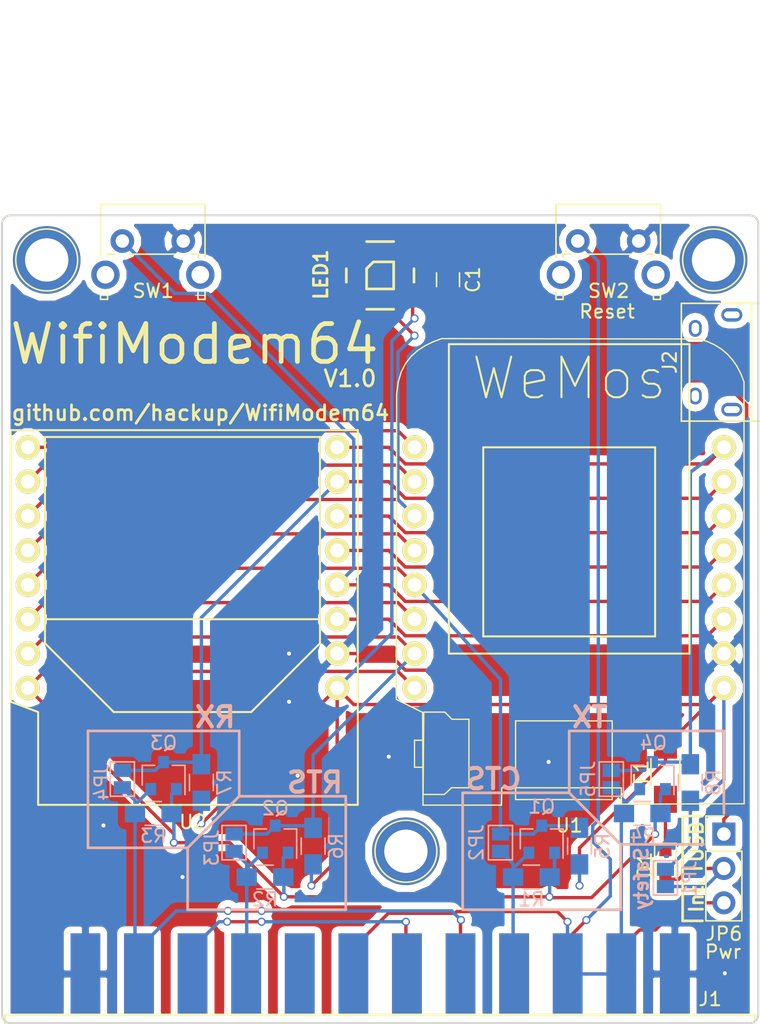
<source format=kicad_pcb>
(kicad_pcb (version 4) (host pcbnew 4.0.7)

  (general
    (links 86)
    (no_connects 0)
    (area 118.644999 52.545 177.408 134.275001)
    (thickness 1.6)
    (drawings 46)
    (tracks 272)
    (zones 0)
    (modules 39)
    (nets 39)
  )

  (page A4)
  (title_block
    (title WifiModem64)
    (date 2017-12-18)
    (rev 1.0)
    (company hackup.net)
  )

  (layers
    (0 F.Cu signal hide)
    (31 B.Cu signal)
    (32 B.Adhes user)
    (33 F.Adhes user)
    (34 B.Paste user)
    (35 F.Paste user)
    (36 B.SilkS user)
    (37 F.SilkS user)
    (38 B.Mask user)
    (39 F.Mask user)
    (40 Dwgs.User user)
    (41 Cmts.User user)
    (42 Eco1.User user hide)
    (43 Eco2.User user)
    (44 Edge.Cuts user)
    (45 Margin user)
    (46 B.CrtYd user)
    (47 F.CrtYd user)
    (48 B.Fab user)
    (49 F.Fab user)
  )

  (setup
    (last_trace_width 0.25)
    (trace_clearance 0.2)
    (zone_clearance 0.508)
    (zone_45_only no)
    (trace_min 0.2)
    (segment_width 0.2)
    (edge_width 0.15)
    (via_size 0.6)
    (via_drill 0.4)
    (via_min_size 0.4)
    (via_min_drill 0.3)
    (uvia_size 0.3)
    (uvia_drill 0.1)
    (uvias_allowed no)
    (uvia_min_size 0.2)
    (uvia_min_drill 0.1)
    (pcb_text_width 0.3)
    (pcb_text_size 1.5 1.5)
    (mod_edge_width 0.15)
    (mod_text_size 1 1)
    (mod_text_width 0.15)
    (pad_size 5 5)
    (pad_drill 3.2)
    (pad_to_mask_clearance 0.2)
    (aux_axis_origin 118.745 67.945)
    (grid_origin 118.745 67.945)
    (visible_elements 7FFEFFFF)
    (pcbplotparams
      (layerselection 0x00030_80000001)
      (usegerberextensions false)
      (excludeedgelayer true)
      (linewidth 0.100000)
      (plotframeref false)
      (viasonmask false)
      (mode 1)
      (useauxorigin false)
      (hpglpennumber 1)
      (hpglpenspeed 20)
      (hpglpendiameter 15)
      (hpglpenoverlay 2)
      (psnegative false)
      (psa4output false)
      (plotreference true)
      (plotvalue true)
      (plotinvisibletext false)
      (padsonsilk false)
      (subtractmaskfromsilk false)
      (outputformat 1)
      (mirror false)
      (drillshape 1)
      (scaleselection 1)
      (outputdirectory ""))
  )

  (net 0 "")
  (net 1 "Net-(J1-Pad2)")
  (net 2 "Net-(J1-Pad4)")
  (net 3 "Net-(J1-Pad6)")
  (net 4 "Net-(J1-PadE)")
  (net 5 "Net-(J1-PadF)")
  (net 6 "Net-(J1-Pad8)")
  (net 7 "Net-(J1-Pad9)")
  (net 8 "Net-(J1-Pad10)")
  (net 9 "Net-(J1-Pad11)")
  (net 10 "Net-(J1-PadH)")
  (net 11 "Net-(J1-PadJ)")
  (net 12 W_RX)
  (net 13 W_TX)
  (net 14 W_D1)
  (net 15 W_D2)
  (net 16 W_D3)
  (net 17 W_D4)
  (net 18 W_D8)
  (net 19 W_D7)
  (net 20 W_D6)
  (net 21 W_D5)
  (net 22 W_D0)
  (net 23 W_A0)
  (net 24 W_RST)
  (net 25 GND)
  (net 26 SP1)
  (net 27 SP2)
  (net 28 CTS)
  (net 29 RTS)
  (net 30 +5V)
  (net 31 +3V3)
  (net 32 RST)
  (net 33 "Net-(LED1-Pad2)")
  (net 34 "Net-(D1-Pad1)")
  (net 35 "Net-(D1-Pad2)")
  (net 36 "Net-(J2-Pad1)")
  (net 37 "Net-(J2-Pad2)")
  (net 38 "Net-(J2-Pad3)")

  (net_class Default "This is the default net class."
    (clearance 0.2)
    (trace_width 0.25)
    (via_dia 0.6)
    (via_drill 0.4)
    (uvia_dia 0.3)
    (uvia_drill 0.1)
    (add_net +3V3)
    (add_net +5V)
    (add_net CTS)
    (add_net GND)
    (add_net "Net-(D1-Pad1)")
    (add_net "Net-(D1-Pad2)")
    (add_net "Net-(J1-Pad10)")
    (add_net "Net-(J1-Pad11)")
    (add_net "Net-(J1-Pad2)")
    (add_net "Net-(J1-Pad4)")
    (add_net "Net-(J1-Pad6)")
    (add_net "Net-(J1-Pad8)")
    (add_net "Net-(J1-Pad9)")
    (add_net "Net-(J1-PadE)")
    (add_net "Net-(J1-PadF)")
    (add_net "Net-(J1-PadH)")
    (add_net "Net-(J1-PadJ)")
    (add_net "Net-(J2-Pad1)")
    (add_net "Net-(J2-Pad2)")
    (add_net "Net-(J2-Pad3)")
    (add_net "Net-(LED1-Pad2)")
    (add_net RST)
    (add_net RTS)
    (add_net SP1)
    (add_net SP2)
    (add_net W_A0)
    (add_net W_D0)
    (add_net W_D1)
    (add_net W_D2)
    (add_net W_D3)
    (add_net W_D4)
    (add_net W_D5)
    (add_net W_D6)
    (add_net W_D7)
    (add_net W_D8)
    (add_net W_RST)
    (add_net W_RX)
    (add_net W_TX)
  )

  (module Diodes_SMD:D_0805 (layer F.Cu) (tedit 5A37B89D) (tstamp 5A37B780)
    (at 167.767 115.951 270)
    (descr "Diode SMD in 0805 package http://datasheets.avx.com/schottky.pdf")
    (tags "smd diode")
    (path /5A37B054)
    (attr smd)
    (fp_text reference D1 (at 0 1.524 270) (layer F.SilkS)
      (effects (font (size 1 1) (thickness 0.15)))
    )
    (fp_text value B5819WS (at 0 1.7 270) (layer F.Fab)
      (effects (font (size 1 1) (thickness 0.15)))
    )
    (fp_text user %R (at 0 -1.6 270) (layer F.Fab)
      (effects (font (size 1 1) (thickness 0.15)))
    )
    (fp_line (start -1.6 -0.8) (end -1.6 0.8) (layer F.SilkS) (width 0.12))
    (fp_line (start -1.7 0.88) (end -1.7 -0.88) (layer F.CrtYd) (width 0.05))
    (fp_line (start 1.7 0.88) (end -1.7 0.88) (layer F.CrtYd) (width 0.05))
    (fp_line (start 1.7 -0.88) (end 1.7 0.88) (layer F.CrtYd) (width 0.05))
    (fp_line (start -1.7 -0.88) (end 1.7 -0.88) (layer F.CrtYd) (width 0.05))
    (fp_line (start 0.2 0) (end 0.4 0) (layer F.Fab) (width 0.1))
    (fp_line (start -0.1 0) (end -0.3 0) (layer F.Fab) (width 0.1))
    (fp_line (start -0.1 -0.2) (end -0.1 0.2) (layer F.Fab) (width 0.1))
    (fp_line (start 0.2 0.2) (end 0.2 -0.2) (layer F.Fab) (width 0.1))
    (fp_line (start -0.1 0) (end 0.2 0.2) (layer F.Fab) (width 0.1))
    (fp_line (start 0.2 -0.2) (end -0.1 0) (layer F.Fab) (width 0.1))
    (fp_line (start -1 0.65) (end -1 -0.65) (layer F.Fab) (width 0.1))
    (fp_line (start 1 0.65) (end -1 0.65) (layer F.Fab) (width 0.1))
    (fp_line (start 1 -0.65) (end 1 0.65) (layer F.Fab) (width 0.1))
    (fp_line (start -1 -0.65) (end 1 -0.65) (layer F.Fab) (width 0.1))
    (fp_line (start -1.6 0.8) (end 1 0.8) (layer F.SilkS) (width 0.12))
    (fp_line (start -1.6 -0.8) (end 1 -0.8) (layer F.SilkS) (width 0.12))
    (pad 1 smd rect (at -1.05 0 270) (size 0.8 0.9) (layers F.Cu F.Paste F.Mask)
      (net 34 "Net-(D1-Pad1)"))
    (pad 2 smd rect (at 1.05 0 270) (size 0.8 0.9) (layers F.Cu F.Paste F.Mask)
      (net 35 "Net-(D1-Pad2)"))
    (model ${KISYS3DMOD}/Diodes_SMD.3dshapes/D_0805.wrl
      (at (xyz 0 0 0))
      (scale (xyz 1 1 1))
      (rotate (xyz 0 0 0))
    )
  )

  (module hackup:VIA-0.6mm (layer F.Cu) (tedit 5A36706B) (tstamp 5A37BCE2)
    (at 159.131 108.331)
    (fp_text reference REF** (at 0 1.2) (layer F.SilkS) hide
      (effects (font (size 1 1) (thickness 0.15)))
    )
    (fp_text value VIA-0.6mm (at 0 -1) (layer F.Fab) hide
      (effects (font (size 1 1) (thickness 0.15)))
    )
    (pad "" thru_hole circle (at 0 0) (size 0.6 0.6) (drill 0.3) (layers *.Cu)
      (net 25 GND) (zone_connect 2))
  )

  (module hackup:VIA-0.6mm (layer F.Cu) (tedit 5A36706B) (tstamp 5A37BCA0)
    (at 140.589 109.347)
    (fp_text reference REF** (at 0 1.2) (layer F.SilkS) hide
      (effects (font (size 1 1) (thickness 0.15)))
    )
    (fp_text value VIA-0.6mm (at 0 -1) (layer F.Fab) hide
      (effects (font (size 1 1) (thickness 0.15)))
    )
    (pad "" thru_hole circle (at 0 0) (size 0.6 0.6) (drill 0.3) (layers *.Cu)
      (net 25 GND) (zone_connect 2))
  )

  (module hackup:VIA-0.6mm (layer F.Cu) (tedit 5A36706B) (tstamp 5A37BC7D)
    (at 147.32 107.95)
    (fp_text reference REF** (at 0 1.2) (layer F.SilkS) hide
      (effects (font (size 1 1) (thickness 0.15)))
    )
    (fp_text value VIA-0.6mm (at 0 -1) (layer F.Fab) hide
      (effects (font (size 1 1) (thickness 0.15)))
    )
    (pad "" thru_hole circle (at 0 0) (size 0.6 0.6) (drill 0.3) (layers *.Cu)
      (net 25 GND) (zone_connect 2))
  )

  (module hackup:C64-User-Port-Female (layer F.Cu) (tedit 5A37BD7B) (tstamp 5A2178C6)
    (at 146.685 127)
    (path /5A216E9D)
    (fp_text reference J1 (at 24.384 -1.143) (layer F.SilkS)
      (effects (font (size 1 1) (thickness 0.15)))
    )
    (fp_text value C64-UserPort (at 0 3) (layer F.Fab)
      (effects (font (size 1 1) (thickness 0.15)))
    )
    (fp_line (start -27.72 0) (end 27.72 0) (layer F.SilkS) (width 0.15))
    (fp_line (start 27.72 0) (end 27.72 3) (layer F.SilkS) (width 0.15))
    (fp_line (start 27.72 3) (end 23.76 3) (layer F.SilkS) (width 0.15))
    (fp_line (start 23.76 3) (end 23.76 7) (layer F.SilkS) (width 0.15))
    (fp_line (start 23.76 7) (end -23.76 7) (layer F.SilkS) (width 0.15))
    (fp_line (start -23.76 7) (end -23.76 3) (layer F.SilkS) (width 0.15))
    (fp_line (start -23.76 3) (end -27.72 3) (layer F.SilkS) (width 0.15))
    (fp_line (start -27.72 3) (end -27.72 0) (layer F.SilkS) (width 0.15))
    (pad 1 smd rect (at 21.78 -3) (size 2.2 6) (layers F.Cu F.Paste F.Mask)
      (net 25 GND))
    (pad 2 smd rect (at 17.82 -3) (size 2.2 6) (layers F.Cu F.Paste F.Mask)
      (net 1 "Net-(J1-Pad2)"))
    (pad 3 smd rect (at 13.86 -3) (size 2.2 6) (layers F.Cu F.Paste F.Mask)
      (net 32 RST))
    (pad 4 smd rect (at 9.9 -3) (size 2.2 6) (layers F.Cu F.Paste F.Mask)
      (net 2 "Net-(J1-Pad4)"))
    (pad 5 smd rect (at 5.94 -3) (size 2.2 6) (layers F.Cu F.Paste F.Mask)
      (net 26 SP1))
    (pad 6 smd rect (at 1.98 -3) (size 2.2 6) (layers F.Cu F.Paste F.Mask)
      (net 3 "Net-(J1-Pad6)"))
    (pad A smd rect (at 21.78 -3) (size 2.2 6) (layers B.Cu B.Paste B.Mask)
      (net 25 GND))
    (pad B smd rect (at 17.82 -3) (size 2.2 6) (layers B.Cu B.Paste B.Mask)
      (net 27 SP2))
    (pad C smd rect (at 13.86 -3) (size 2.2 6) (layers B.Cu B.Paste B.Mask)
      (net 27 SP2))
    (pad D smd rect (at 9.9 -3) (size 2.2 6) (layers B.Cu B.Paste B.Mask)
      (net 28 CTS))
    (pad E smd rect (at 5.94 -3) (size 2.2 6) (layers B.Cu B.Paste B.Mask)
      (net 4 "Net-(J1-PadE)"))
    (pad F smd rect (at 1.98 -3) (size 2.2 6) (layers B.Cu B.Paste B.Mask)
      (net 5 "Net-(J1-PadF)"))
    (pad 7 smd rect (at -1.98 -3) (size 2.2 6) (layers F.Cu F.Paste F.Mask)
      (net 27 SP2))
    (pad 8 smd rect (at -5.94 -3) (size 2.2 6) (layers F.Cu F.Paste F.Mask)
      (net 6 "Net-(J1-Pad8)"))
    (pad 9 smd rect (at -9.9 -3) (size 2.2 6) (layers F.Cu F.Paste F.Mask)
      (net 7 "Net-(J1-Pad9)"))
    (pad 10 smd rect (at -13.86 -3) (size 2.2 6) (layers F.Cu F.Paste F.Mask)
      (net 8 "Net-(J1-Pad10)"))
    (pad 11 smd rect (at -17.82 -3) (size 2.2 6) (layers F.Cu F.Paste F.Mask)
      (net 9 "Net-(J1-Pad11)"))
    (pad 12 smd rect (at -21.78 -3) (size 2.2 6) (layers F.Cu F.Paste F.Mask)
      (net 25 GND))
    (pad H smd rect (at -1.98 -3) (size 2.2 6) (layers B.Cu B.Paste B.Mask)
      (net 10 "Net-(J1-PadH)"))
    (pad J smd rect (at -5.94 -3) (size 2.2 6) (layers B.Cu B.Paste B.Mask)
      (net 11 "Net-(J1-PadJ)"))
    (pad K smd rect (at -9.9 -3) (size 2.2 6) (layers B.Cu B.Paste B.Mask)
      (net 29 RTS))
    (pad L smd rect (at -13.86 -3) (size 2.2 6) (layers B.Cu B.Paste B.Mask)
      (net 3 "Net-(J1-Pad6)"))
    (pad M smd rect (at -17.82 -3) (size 2.2 6) (layers B.Cu B.Paste B.Mask)
      (net 26 SP1))
    (pad N smd rect (at -21.78 -3) (size 2.2 6) (layers B.Cu B.Paste B.Mask)
      (net 25 GND))
  )

  (module WifiModem64:D1_mini_OLED_Display (layer F.Cu) (tedit 5A291CBD) (tstamp 5A35001E)
    (at 132.08 95.25)
    (path /5A291CF1)
    (fp_text reference U2 (at 0.762 17.526) (layer F.SilkS)
      (effects (font (size 1 1) (thickness 0.15)))
    )
    (fp_text value WeMos_D1_mini_OLED_Shield (at 0.254 -12.7) (layer F.Fab)
      (effects (font (size 1 1) (thickness 0.15)))
    )
    (fp_line (start 10.16 2.54) (end 10.16 4.318) (layer F.SilkS) (width 0.15))
    (fp_line (start 10.16 4.318) (end 5.08 9.398) (layer F.SilkS) (width 0.15))
    (fp_line (start 5.08 9.398) (end -5.08 9.398) (layer F.SilkS) (width 0.15))
    (fp_line (start -10.16 2.54) (end -10.16 4.318) (layer F.SilkS) (width 0.15))
    (fp_line (start -10.16 4.318) (end -5.08 9.398) (layer F.SilkS) (width 0.15))
    (fp_line (start 10.16 -10.922) (end 10.16 2.54) (layer F.SilkS) (width 0.15))
    (fp_line (start 10.16 2.54) (end -10.16 2.54) (layer F.SilkS) (width 0.15))
    (fp_line (start -10.16 2.54) (end -10.16 -10.922) (layer F.SilkS) (width 0.15))
    (fp_line (start -10.16 -10.922) (end 10.16 -10.922) (layer F.SilkS) (width 0.15))
    (fp_line (start 12.954 16.256) (end -10.668 16.256) (layer F.SilkS) (width 0.15))
    (fp_line (start -10.668 16.256) (end -10.668 9.398) (layer F.SilkS) (width 0.15))
    (fp_line (start -10.668 9.398) (end -12.7 8.636) (layer F.SilkS) (width 0.15))
    (fp_line (start -12.7 8.636) (end -12.7 -11.43) (layer F.SilkS) (width 0.15))
    (fp_line (start -12.7 -11.43) (end 12.954 -11.43) (layer F.SilkS) (width 0.15))
    (fp_line (start 12.954 -11.43) (end 12.954 16.256) (layer F.SilkS) (width 0.15))
    (pad 8 thru_hole circle (at 11.43 -10.16) (size 1.8 1.8) (drill 1.016) (layers *.Cu *.Mask F.SilkS)
      (net 13 W_TX))
    (pad 7 thru_hole circle (at 11.43 -7.62) (size 1.8 1.8) (drill 1.016) (layers *.Cu *.Mask F.SilkS)
      (net 12 W_RX))
    (pad 6 thru_hole circle (at 11.43 -5.08) (size 1.8 1.8) (drill 1.016) (layers *.Cu *.Mask F.SilkS)
      (net 14 W_D1))
    (pad 5 thru_hole circle (at 11.43 -2.54) (size 1.8 1.8) (drill 1.016) (layers *.Cu *.Mask F.SilkS)
      (net 15 W_D2))
    (pad 4 thru_hole circle (at 11.43 0) (size 1.8 1.8) (drill 1.016) (layers *.Cu *.Mask F.SilkS)
      (net 16 W_D3))
    (pad 3 thru_hole circle (at 11.43 2.54) (size 1.8 1.8) (drill 1.016) (layers *.Cu *.Mask F.SilkS)
      (net 17 W_D4))
    (pad 2 thru_hole circle (at 11.43 5.08) (size 1.8 1.8) (drill 1.016) (layers *.Cu *.Mask F.SilkS)
      (net 25 GND))
    (pad 1 thru_hole circle (at 11.43 7.62) (size 1.8 1.8) (drill 1.016) (layers *.Cu *.Mask F.SilkS)
      (net 30 +5V))
    (pad 16 thru_hole circle (at -11.43 7.62) (size 1.8 1.8) (drill 1.016) (layers *.Cu *.Mask F.SilkS)
      (net 31 +3V3))
    (pad 15 thru_hole circle (at -11.43 5.08) (size 1.8 1.8) (drill 1.016) (layers *.Cu *.Mask F.SilkS)
      (net 18 W_D8))
    (pad 14 thru_hole circle (at -11.43 2.54) (size 1.8 1.8) (drill 1.016) (layers *.Cu *.Mask F.SilkS)
      (net 19 W_D7))
    (pad 13 thru_hole circle (at -11.43 0) (size 1.8 1.8) (drill 1.016) (layers *.Cu *.Mask F.SilkS)
      (net 20 W_D6))
    (pad 12 thru_hole circle (at -11.43 -2.54) (size 1.8 1.8) (drill 1.016) (layers *.Cu *.Mask F.SilkS)
      (net 21 W_D5))
    (pad 11 thru_hole circle (at -11.43 -5.08) (size 1.8 1.8) (drill 1.016) (layers *.Cu *.Mask F.SilkS)
      (net 22 W_D0))
    (pad 10 thru_hole circle (at -11.43 -7.62) (size 1.8 1.8) (drill 1.016) (layers *.Cu *.Mask F.SilkS)
      (net 23 W_A0))
    (pad 9 thru_hole circle (at -11.43 -10.16) (size 1.8 1.8) (drill 1.016) (layers *.Cu *.Mask F.SilkS)
      (net 24 W_RST))
  )

  (module hackup:VIA-0.6mm (layer F.Cu) (tedit 5A36706B) (tstamp 5A37899A)
    (at 172.1485 123.952)
    (fp_text reference REF** (at 0 1.2) (layer F.SilkS) hide
      (effects (font (size 1 1) (thickness 0.15)))
    )
    (fp_text value VIA-0.6mm (at 0 -1) (layer F.Fab) hide
      (effects (font (size 1 1) (thickness 0.15)))
    )
    (pad "" thru_hole circle (at 0 0) (size 0.6 0.6) (drill 0.3) (layers *.Cu)
      (net 25 GND) (zone_connect 2))
  )

  (module Connectors:1pin (layer F.Cu) (tedit 5A378ADB) (tstamp 5A404E7D)
    (at 171.323 71.247)
    (descr "module 1 pin (ou trou mecanique de percage)")
    (tags DEV)
    (fp_text reference REF** (at 0.254 0) (layer F.SilkS) hide
      (effects (font (size 1 1) (thickness 0.15)))
    )
    (fp_text value 1pin (at 0 3) (layer F.Fab)
      (effects (font (size 1 1) (thickness 0.15)))
    )
    (fp_circle (center 0 0) (end 2 0.8) (layer F.Fab) (width 0.1))
    (fp_circle (center 0 0) (end 2.6 0) (layer F.CrtYd) (width 0.05))
    (fp_circle (center 0 0) (end 0 -2.286) (layer F.SilkS) (width 0.12))
    (pad 1 thru_hole circle (at 0 0) (size 5 5) (drill 3.2) (layers *.Cu *.Mask))
  )

  (module Connectors:1pin (layer F.Cu) (tedit 5A378AD3) (tstamp 5A404E75)
    (at 122.047 71.247)
    (descr "module 1 pin (ou trou mecanique de percage)")
    (tags DEV)
    (fp_text reference REF** (at 0.254 0) (layer F.SilkS) hide
      (effects (font (size 1 1) (thickness 0.15)))
    )
    (fp_text value 1pin (at 0 3) (layer F.Fab)
      (effects (font (size 1 1) (thickness 0.15)))
    )
    (fp_circle (center 0 0) (end 2 0.8) (layer F.Fab) (width 0.1))
    (fp_circle (center 0 0) (end 2.6 0) (layer F.CrtYd) (width 0.05))
    (fp_circle (center 0 0) (end 0 -2.286) (layer F.SilkS) (width 0.12))
    (pad 1 thru_hole circle (at 0 0) (size 5 5) (drill 3.2) (layers *.Cu *.Mask))
  )

  (module hackup:VIA-0.6mm (layer F.Cu) (tedit 5A36706B) (tstamp 5A6AE7C2)
    (at 126.238 113.03)
    (fp_text reference REF** (at 0 1.2) (layer F.SilkS) hide
      (effects (font (size 1 1) (thickness 0.15)))
    )
    (fp_text value VIA-0.6mm (at 0 -1) (layer F.Fab) hide
      (effects (font (size 1 1) (thickness 0.15)))
    )
    (pad "" thru_hole circle (at 0 0) (size 0.6 0.6) (drill 0.3) (layers *.Cu)
      (net 25 GND) (zone_connect 2))
  )

  (module hackup:VIA-0.6mm (layer F.Cu) (tedit 5A36706B) (tstamp 5A6AE701)
    (at 132.08 116.84)
    (fp_text reference REF** (at 0 1.2) (layer F.SilkS) hide
      (effects (font (size 1 1) (thickness 0.15)))
    )
    (fp_text value VIA-0.6mm (at 0 -1) (layer F.Fab) hide
      (effects (font (size 1 1) (thickness 0.15)))
    )
    (pad "" thru_hole circle (at 0 0) (size 0.6 0.6) (drill 0.3) (layers *.Cu)
      (net 25 GND) (zone_connect 2))
  )

  (module hackup:VIA-0.6mm (layer F.Cu) (tedit 5A36706B) (tstamp 5A6AE6FD)
    (at 139.954 103.886)
    (fp_text reference REF** (at 0 1.2) (layer F.SilkS) hide
      (effects (font (size 1 1) (thickness 0.15)))
    )
    (fp_text value VIA-0.6mm (at 0 -1) (layer F.Fab) hide
      (effects (font (size 1 1) (thickness 0.15)))
    )
    (pad "" thru_hole circle (at 0 0) (size 0.6 0.6) (drill 0.3) (layers *.Cu)
      (net 25 GND) (zone_connect 2))
  )

  (module Connectors:GS2 (layer B.Cu) (tedit 5A36606D) (tstamp 5A3654CE)
    (at 155.575 114.3)
    (descr "2-pin solder bridge")
    (tags "solder bridge")
    (path /5A366425)
    (attr smd)
    (fp_text reference JP2 (at -1.778 0 270) (layer B.SilkS)
      (effects (font (size 1 1) (thickness 0.15)) (justify mirror))
    )
    (fp_text value CTS (at -1.8 0 270) (layer B.Fab)
      (effects (font (size 1 1) (thickness 0.15)) (justify mirror))
    )
    (fp_line (start 1.1 1.45) (end 1.1 -1.5) (layer B.CrtYd) (width 0.05))
    (fp_line (start 1.1 -1.5) (end -1.1 -1.5) (layer B.CrtYd) (width 0.05))
    (fp_line (start -1.1 -1.5) (end -1.1 1.45) (layer B.CrtYd) (width 0.05))
    (fp_line (start -1.1 1.45) (end 1.1 1.45) (layer B.CrtYd) (width 0.05))
    (fp_line (start -0.89 1.27) (end -0.89 -1.27) (layer B.SilkS) (width 0.12))
    (fp_line (start 0.89 -1.27) (end 0.89 1.27) (layer B.SilkS) (width 0.12))
    (fp_line (start 0.89 -1.27) (end -0.89 -1.27) (layer B.SilkS) (width 0.12))
    (fp_line (start -0.89 1.27) (end 0.89 1.27) (layer B.SilkS) (width 0.12))
    (pad 1 smd rect (at 0 0.64) (size 1.27 0.97) (layers B.Cu B.Paste B.Mask)
      (net 28 CTS))
    (pad 2 smd rect (at 0 -0.64) (size 1.27 0.97) (layers B.Cu B.Paste B.Mask)
      (net 20 W_D6))
  )

  (module Connectors:GS2 (layer B.Cu) (tedit 5A378E09) (tstamp 5A3654D4)
    (at 135.89 114.3)
    (descr "2-pin solder bridge")
    (tags "solder bridge")
    (path /5A366318)
    (attr smd)
    (fp_text reference JP3 (at -1.651 0.381 270) (layer B.SilkS)
      (effects (font (size 1 1) (thickness 0.15)) (justify mirror))
    )
    (fp_text value RTS (at -1.8 0 270) (layer B.Fab)
      (effects (font (size 1 1) (thickness 0.15)) (justify mirror))
    )
    (fp_line (start 1.1 1.45) (end 1.1 -1.5) (layer B.CrtYd) (width 0.05))
    (fp_line (start 1.1 -1.5) (end -1.1 -1.5) (layer B.CrtYd) (width 0.05))
    (fp_line (start -1.1 -1.5) (end -1.1 1.45) (layer B.CrtYd) (width 0.05))
    (fp_line (start -1.1 1.45) (end 1.1 1.45) (layer B.CrtYd) (width 0.05))
    (fp_line (start -0.89 1.27) (end -0.89 -1.27) (layer B.SilkS) (width 0.12))
    (fp_line (start 0.89 -1.27) (end 0.89 1.27) (layer B.SilkS) (width 0.12))
    (fp_line (start 0.89 -1.27) (end -0.89 -1.27) (layer B.SilkS) (width 0.12))
    (fp_line (start -0.89 1.27) (end 0.89 1.27) (layer B.SilkS) (width 0.12))
    (pad 1 smd rect (at 0 0.64) (size 1.27 0.97) (layers B.Cu B.Paste B.Mask)
      (net 29 RTS))
    (pad 2 smd rect (at 0 -0.64) (size 1.27 0.97) (layers B.Cu B.Paste B.Mask)
      (net 18 W_D8))
  )

  (module Connectors:GS2 (layer B.Cu) (tedit 5A378E12) (tstamp 5A3654DA)
    (at 127.635 109.601)
    (descr "2-pin solder bridge")
    (tags "solder bridge")
    (path /5A365F67)
    (attr smd)
    (fp_text reference JP4 (at -1.524 0.254 270) (layer B.SilkS)
      (effects (font (size 1 1) (thickness 0.15)) (justify mirror))
    )
    (fp_text value SP1 (at -1.8 0 270) (layer B.Fab)
      (effects (font (size 1 1) (thickness 0.15)) (justify mirror))
    )
    (fp_line (start 1.1 1.45) (end 1.1 -1.5) (layer B.CrtYd) (width 0.05))
    (fp_line (start 1.1 -1.5) (end -1.1 -1.5) (layer B.CrtYd) (width 0.05))
    (fp_line (start -1.1 -1.5) (end -1.1 1.45) (layer B.CrtYd) (width 0.05))
    (fp_line (start -1.1 1.45) (end 1.1 1.45) (layer B.CrtYd) (width 0.05))
    (fp_line (start -0.89 1.27) (end -0.89 -1.27) (layer B.SilkS) (width 0.12))
    (fp_line (start 0.89 -1.27) (end 0.89 1.27) (layer B.SilkS) (width 0.12))
    (fp_line (start 0.89 -1.27) (end -0.89 -1.27) (layer B.SilkS) (width 0.12))
    (fp_line (start -0.89 1.27) (end 0.89 1.27) (layer B.SilkS) (width 0.12))
    (pad 1 smd rect (at 0 0.64) (size 1.27 0.97) (layers B.Cu B.Paste B.Mask)
      (net 26 SP1))
    (pad 2 smd rect (at 0 -0.64) (size 1.27 0.97) (layers B.Cu B.Paste B.Mask)
      (net 12 W_RX))
  )

  (module Connectors:GS2 (layer B.Cu) (tedit 5A365C44) (tstamp 5A3654E0)
    (at 163.7665 109.601)
    (descr "2-pin solder bridge")
    (tags "solder bridge")
    (path /5A365277)
    (attr smd)
    (fp_text reference JP5 (at -1.7145 0 270) (layer B.SilkS)
      (effects (font (size 1 1) (thickness 0.15)) (justify mirror))
    )
    (fp_text value SP2 (at -1.8 0 270) (layer B.Fab)
      (effects (font (size 1 1) (thickness 0.15)) (justify mirror))
    )
    (fp_line (start 1.1 1.45) (end 1.1 -1.5) (layer B.CrtYd) (width 0.05))
    (fp_line (start 1.1 -1.5) (end -1.1 -1.5) (layer B.CrtYd) (width 0.05))
    (fp_line (start -1.1 -1.5) (end -1.1 1.45) (layer B.CrtYd) (width 0.05))
    (fp_line (start -1.1 1.45) (end 1.1 1.45) (layer B.CrtYd) (width 0.05))
    (fp_line (start -0.89 1.27) (end -0.89 -1.27) (layer B.SilkS) (width 0.12))
    (fp_line (start 0.89 -1.27) (end 0.89 1.27) (layer B.SilkS) (width 0.12))
    (fp_line (start 0.89 -1.27) (end -0.89 -1.27) (layer B.SilkS) (width 0.12))
    (fp_line (start -0.89 1.27) (end 0.89 1.27) (layer B.SilkS) (width 0.12))
    (pad 1 smd rect (at 0 0.64) (size 1.27 0.97) (layers B.Cu B.Paste B.Mask)
      (net 27 SP2))
    (pad 2 smd rect (at 0 -0.64) (size 1.27 0.97) (layers B.Cu B.Paste B.Mask)
      (net 13 W_TX))
  )

  (module TO_SOT_Packages_SMD:SOT-23 (layer B.Cu) (tedit 5A366064) (tstamp 5A3654E7)
    (at 158.623 114.046 90)
    (descr "SOT-23, Standard")
    (tags SOT-23)
    (path /5A36642F)
    (attr smd)
    (fp_text reference Q1 (at 2.413 0 180) (layer B.SilkS)
      (effects (font (size 1 1) (thickness 0.15)) (justify mirror))
    )
    (fp_text value BSS138 (at 0 -2.5 90) (layer B.Fab)
      (effects (font (size 1 1) (thickness 0.15)) (justify mirror))
    )
    (fp_text user %R (at 0 0 360) (layer B.Fab)
      (effects (font (size 0.5 0.5) (thickness 0.075)) (justify mirror))
    )
    (fp_line (start -0.7 0.95) (end -0.7 -1.5) (layer B.Fab) (width 0.1))
    (fp_line (start -0.15 1.52) (end 0.7 1.52) (layer B.Fab) (width 0.1))
    (fp_line (start -0.7 0.95) (end -0.15 1.52) (layer B.Fab) (width 0.1))
    (fp_line (start 0.7 1.52) (end 0.7 -1.52) (layer B.Fab) (width 0.1))
    (fp_line (start -0.7 -1.52) (end 0.7 -1.52) (layer B.Fab) (width 0.1))
    (fp_line (start 0.76 -1.58) (end 0.76 -0.65) (layer B.SilkS) (width 0.12))
    (fp_line (start 0.76 1.58) (end 0.76 0.65) (layer B.SilkS) (width 0.12))
    (fp_line (start -1.7 1.75) (end 1.7 1.75) (layer B.CrtYd) (width 0.05))
    (fp_line (start 1.7 1.75) (end 1.7 -1.75) (layer B.CrtYd) (width 0.05))
    (fp_line (start 1.7 -1.75) (end -1.7 -1.75) (layer B.CrtYd) (width 0.05))
    (fp_line (start -1.7 -1.75) (end -1.7 1.75) (layer B.CrtYd) (width 0.05))
    (fp_line (start 0.76 1.58) (end -1.4 1.58) (layer B.SilkS) (width 0.12))
    (fp_line (start 0.76 -1.58) (end -0.7 -1.58) (layer B.SilkS) (width 0.12))
    (pad 1 smd rect (at -1 0.95 90) (size 0.9 0.8) (layers B.Cu B.Paste B.Mask)
      (net 31 +3V3))
    (pad 2 smd rect (at -1 -0.95 90) (size 0.9 0.8) (layers B.Cu B.Paste B.Mask)
      (net 28 CTS))
    (pad 3 smd rect (at 1 0 90) (size 0.9 0.8) (layers B.Cu B.Paste B.Mask)
      (net 20 W_D6))
    (model ${KISYS3DMOD}/TO_SOT_Packages_SMD.3dshapes/SOT-23.wrl
      (at (xyz 0 0 0))
      (scale (xyz 1 1 1))
      (rotate (xyz 0 0 0))
    )
  )

  (module TO_SOT_Packages_SMD:SOT-23 (layer B.Cu) (tedit 5A366091) (tstamp 5A3654EE)
    (at 138.938 114.046 90)
    (descr "SOT-23, Standard")
    (tags SOT-23)
    (path /5A366322)
    (attr smd)
    (fp_text reference Q2 (at 2.286 0 180) (layer B.SilkS)
      (effects (font (size 1 1) (thickness 0.15)) (justify mirror))
    )
    (fp_text value BSS138 (at 0 -2.5 90) (layer B.Fab)
      (effects (font (size 1 1) (thickness 0.15)) (justify mirror))
    )
    (fp_text user %R (at 0 0 360) (layer B.Fab)
      (effects (font (size 0.5 0.5) (thickness 0.075)) (justify mirror))
    )
    (fp_line (start -0.7 0.95) (end -0.7 -1.5) (layer B.Fab) (width 0.1))
    (fp_line (start -0.15 1.52) (end 0.7 1.52) (layer B.Fab) (width 0.1))
    (fp_line (start -0.7 0.95) (end -0.15 1.52) (layer B.Fab) (width 0.1))
    (fp_line (start 0.7 1.52) (end 0.7 -1.52) (layer B.Fab) (width 0.1))
    (fp_line (start -0.7 -1.52) (end 0.7 -1.52) (layer B.Fab) (width 0.1))
    (fp_line (start 0.76 -1.58) (end 0.76 -0.65) (layer B.SilkS) (width 0.12))
    (fp_line (start 0.76 1.58) (end 0.76 0.65) (layer B.SilkS) (width 0.12))
    (fp_line (start -1.7 1.75) (end 1.7 1.75) (layer B.CrtYd) (width 0.05))
    (fp_line (start 1.7 1.75) (end 1.7 -1.75) (layer B.CrtYd) (width 0.05))
    (fp_line (start 1.7 -1.75) (end -1.7 -1.75) (layer B.CrtYd) (width 0.05))
    (fp_line (start -1.7 -1.75) (end -1.7 1.75) (layer B.CrtYd) (width 0.05))
    (fp_line (start 0.76 1.58) (end -1.4 1.58) (layer B.SilkS) (width 0.12))
    (fp_line (start 0.76 -1.58) (end -0.7 -1.58) (layer B.SilkS) (width 0.12))
    (pad 1 smd rect (at -1 0.95 90) (size 0.9 0.8) (layers B.Cu B.Paste B.Mask)
      (net 31 +3V3))
    (pad 2 smd rect (at -1 -0.95 90) (size 0.9 0.8) (layers B.Cu B.Paste B.Mask)
      (net 29 RTS))
    (pad 3 smd rect (at 1 0 90) (size 0.9 0.8) (layers B.Cu B.Paste B.Mask)
      (net 18 W_D8))
    (model ${KISYS3DMOD}/TO_SOT_Packages_SMD.3dshapes/SOT-23.wrl
      (at (xyz 0 0 0))
      (scale (xyz 1 1 1))
      (rotate (xyz 0 0 0))
    )
  )

  (module TO_SOT_Packages_SMD:SOT-23 (layer B.Cu) (tedit 5A3660A6) (tstamp 5A3654F5)
    (at 130.683 109.347 90)
    (descr "SOT-23, Standard")
    (tags SOT-23)
    (path /5A365F71)
    (attr smd)
    (fp_text reference Q3 (at 2.413 0 180) (layer B.SilkS)
      (effects (font (size 1 1) (thickness 0.15)) (justify mirror))
    )
    (fp_text value BSS138 (at 0 -2.5 90) (layer B.Fab)
      (effects (font (size 1 1) (thickness 0.15)) (justify mirror))
    )
    (fp_text user %R (at 0 0 360) (layer B.Fab)
      (effects (font (size 0.5 0.5) (thickness 0.075)) (justify mirror))
    )
    (fp_line (start -0.7 0.95) (end -0.7 -1.5) (layer B.Fab) (width 0.1))
    (fp_line (start -0.15 1.52) (end 0.7 1.52) (layer B.Fab) (width 0.1))
    (fp_line (start -0.7 0.95) (end -0.15 1.52) (layer B.Fab) (width 0.1))
    (fp_line (start 0.7 1.52) (end 0.7 -1.52) (layer B.Fab) (width 0.1))
    (fp_line (start -0.7 -1.52) (end 0.7 -1.52) (layer B.Fab) (width 0.1))
    (fp_line (start 0.76 -1.58) (end 0.76 -0.65) (layer B.SilkS) (width 0.12))
    (fp_line (start 0.76 1.58) (end 0.76 0.65) (layer B.SilkS) (width 0.12))
    (fp_line (start -1.7 1.75) (end 1.7 1.75) (layer B.CrtYd) (width 0.05))
    (fp_line (start 1.7 1.75) (end 1.7 -1.75) (layer B.CrtYd) (width 0.05))
    (fp_line (start 1.7 -1.75) (end -1.7 -1.75) (layer B.CrtYd) (width 0.05))
    (fp_line (start -1.7 -1.75) (end -1.7 1.75) (layer B.CrtYd) (width 0.05))
    (fp_line (start 0.76 1.58) (end -1.4 1.58) (layer B.SilkS) (width 0.12))
    (fp_line (start 0.76 -1.58) (end -0.7 -1.58) (layer B.SilkS) (width 0.12))
    (pad 1 smd rect (at -1 0.95 90) (size 0.9 0.8) (layers B.Cu B.Paste B.Mask)
      (net 31 +3V3))
    (pad 2 smd rect (at -1 -0.95 90) (size 0.9 0.8) (layers B.Cu B.Paste B.Mask)
      (net 26 SP1))
    (pad 3 smd rect (at 1 0 90) (size 0.9 0.8) (layers B.Cu B.Paste B.Mask)
      (net 12 W_RX))
    (model ${KISYS3DMOD}/TO_SOT_Packages_SMD.3dshapes/SOT-23.wrl
      (at (xyz 0 0 0))
      (scale (xyz 1 1 1))
      (rotate (xyz 0 0 0))
    )
  )

  (module TO_SOT_Packages_SMD:SOT-23 (layer B.Cu) (tedit 5A366053) (tstamp 5A3654FC)
    (at 166.8145 109.347 90)
    (descr "SOT-23, Standard")
    (tags SOT-23)
    (path /5A3653EB)
    (attr smd)
    (fp_text reference Q4 (at 2.413 0.0635 180) (layer B.SilkS)
      (effects (font (size 1 1) (thickness 0.15)) (justify mirror))
    )
    (fp_text value BSS138 (at 0 -2.5 90) (layer B.Fab)
      (effects (font (size 1 1) (thickness 0.15)) (justify mirror))
    )
    (fp_text user %R (at 0 0 360) (layer B.Fab)
      (effects (font (size 0.5 0.5) (thickness 0.075)) (justify mirror))
    )
    (fp_line (start -0.7 0.95) (end -0.7 -1.5) (layer B.Fab) (width 0.1))
    (fp_line (start -0.15 1.52) (end 0.7 1.52) (layer B.Fab) (width 0.1))
    (fp_line (start -0.7 0.95) (end -0.15 1.52) (layer B.Fab) (width 0.1))
    (fp_line (start 0.7 1.52) (end 0.7 -1.52) (layer B.Fab) (width 0.1))
    (fp_line (start -0.7 -1.52) (end 0.7 -1.52) (layer B.Fab) (width 0.1))
    (fp_line (start 0.76 -1.58) (end 0.76 -0.65) (layer B.SilkS) (width 0.12))
    (fp_line (start 0.76 1.58) (end 0.76 0.65) (layer B.SilkS) (width 0.12))
    (fp_line (start -1.7 1.75) (end 1.7 1.75) (layer B.CrtYd) (width 0.05))
    (fp_line (start 1.7 1.75) (end 1.7 -1.75) (layer B.CrtYd) (width 0.05))
    (fp_line (start 1.7 -1.75) (end -1.7 -1.75) (layer B.CrtYd) (width 0.05))
    (fp_line (start -1.7 -1.75) (end -1.7 1.75) (layer B.CrtYd) (width 0.05))
    (fp_line (start 0.76 1.58) (end -1.4 1.58) (layer B.SilkS) (width 0.12))
    (fp_line (start 0.76 -1.58) (end -0.7 -1.58) (layer B.SilkS) (width 0.12))
    (pad 1 smd rect (at -1 0.95 90) (size 0.9 0.8) (layers B.Cu B.Paste B.Mask)
      (net 31 +3V3))
    (pad 2 smd rect (at -1 -0.95 90) (size 0.9 0.8) (layers B.Cu B.Paste B.Mask)
      (net 27 SP2))
    (pad 3 smd rect (at 1 0 90) (size 0.9 0.8) (layers B.Cu B.Paste B.Mask)
      (net 13 W_TX))
    (model ${KISYS3DMOD}/TO_SOT_Packages_SMD.3dshapes/SOT-23.wrl
      (at (xyz 0 0 0))
      (scale (xyz 1 1 1))
      (rotate (xyz 0 0 0))
    )
  )

  (module Resistors_SMD:R_0805_HandSoldering (layer B.Cu) (tedit 5A36607B) (tstamp 5A365502)
    (at 157.861 116.84 180)
    (descr "Resistor SMD 0805, hand soldering")
    (tags "resistor 0805")
    (path /5A366435)
    (attr smd)
    (fp_text reference R1 (at 0 -1.651 180) (layer B.SilkS)
      (effects (font (size 1 1) (thickness 0.15)) (justify mirror))
    )
    (fp_text value 10k (at 0 -1.75 180) (layer B.Fab)
      (effects (font (size 1 1) (thickness 0.15)) (justify mirror))
    )
    (fp_text user %R (at 0 0 180) (layer B.Fab)
      (effects (font (size 0.5 0.5) (thickness 0.075)) (justify mirror))
    )
    (fp_line (start -1 -0.62) (end -1 0.62) (layer B.Fab) (width 0.1))
    (fp_line (start 1 -0.62) (end -1 -0.62) (layer B.Fab) (width 0.1))
    (fp_line (start 1 0.62) (end 1 -0.62) (layer B.Fab) (width 0.1))
    (fp_line (start -1 0.62) (end 1 0.62) (layer B.Fab) (width 0.1))
    (fp_line (start 0.6 -0.88) (end -0.6 -0.88) (layer B.SilkS) (width 0.12))
    (fp_line (start -0.6 0.88) (end 0.6 0.88) (layer B.SilkS) (width 0.12))
    (fp_line (start -2.35 0.9) (end 2.35 0.9) (layer B.CrtYd) (width 0.05))
    (fp_line (start -2.35 0.9) (end -2.35 -0.9) (layer B.CrtYd) (width 0.05))
    (fp_line (start 2.35 -0.9) (end 2.35 0.9) (layer B.CrtYd) (width 0.05))
    (fp_line (start 2.35 -0.9) (end -2.35 -0.9) (layer B.CrtYd) (width 0.05))
    (pad 1 smd rect (at -1.35 0 180) (size 1.5 1.3) (layers B.Cu B.Paste B.Mask)
      (net 31 +3V3))
    (pad 2 smd rect (at 1.35 0 180) (size 1.5 1.3) (layers B.Cu B.Paste B.Mask)
      (net 28 CTS))
    (model ${KISYS3DMOD}/Resistors_SMD.3dshapes/R_0805.wrl
      (at (xyz 0 0 0))
      (scale (xyz 1 1 1))
      (rotate (xyz 0 0 0))
    )
  )

  (module Resistors_SMD:R_0805_HandSoldering (layer B.Cu) (tedit 5A36609E) (tstamp 5A365508)
    (at 138.176 116.84 180)
    (descr "Resistor SMD 0805, hand soldering")
    (tags "resistor 0805")
    (path /5A366328)
    (attr smd)
    (fp_text reference R2 (at 0 -1.651 180) (layer B.SilkS)
      (effects (font (size 1 1) (thickness 0.15)) (justify mirror))
    )
    (fp_text value 10k (at 0 -1.75 180) (layer B.Fab)
      (effects (font (size 1 1) (thickness 0.15)) (justify mirror))
    )
    (fp_text user %R (at 0 0 180) (layer B.Fab)
      (effects (font (size 0.5 0.5) (thickness 0.075)) (justify mirror))
    )
    (fp_line (start -1 -0.62) (end -1 0.62) (layer B.Fab) (width 0.1))
    (fp_line (start 1 -0.62) (end -1 -0.62) (layer B.Fab) (width 0.1))
    (fp_line (start 1 0.62) (end 1 -0.62) (layer B.Fab) (width 0.1))
    (fp_line (start -1 0.62) (end 1 0.62) (layer B.Fab) (width 0.1))
    (fp_line (start 0.6 -0.88) (end -0.6 -0.88) (layer B.SilkS) (width 0.12))
    (fp_line (start -0.6 0.88) (end 0.6 0.88) (layer B.SilkS) (width 0.12))
    (fp_line (start -2.35 0.9) (end 2.35 0.9) (layer B.CrtYd) (width 0.05))
    (fp_line (start -2.35 0.9) (end -2.35 -0.9) (layer B.CrtYd) (width 0.05))
    (fp_line (start 2.35 -0.9) (end 2.35 0.9) (layer B.CrtYd) (width 0.05))
    (fp_line (start 2.35 -0.9) (end -2.35 -0.9) (layer B.CrtYd) (width 0.05))
    (pad 1 smd rect (at -1.35 0 180) (size 1.5 1.3) (layers B.Cu B.Paste B.Mask)
      (net 31 +3V3))
    (pad 2 smd rect (at 1.35 0 180) (size 1.5 1.3) (layers B.Cu B.Paste B.Mask)
      (net 29 RTS))
    (model ${KISYS3DMOD}/Resistors_SMD.3dshapes/R_0805.wrl
      (at (xyz 0 0 0))
      (scale (xyz 1 1 1))
      (rotate (xyz 0 0 0))
    )
  )

  (module Resistors_SMD:R_0805_HandSoldering (layer B.Cu) (tedit 5A3660B1) (tstamp 5A36550E)
    (at 129.921 112.141 180)
    (descr "Resistor SMD 0805, hand soldering")
    (tags "resistor 0805")
    (path /5A365F77)
    (attr smd)
    (fp_text reference R3 (at 0 -1.651 180) (layer B.SilkS)
      (effects (font (size 1 1) (thickness 0.15)) (justify mirror))
    )
    (fp_text value 10k (at 0 -1.75 180) (layer B.Fab)
      (effects (font (size 1 1) (thickness 0.15)) (justify mirror))
    )
    (fp_text user %R (at 0 0 180) (layer B.Fab)
      (effects (font (size 0.5 0.5) (thickness 0.075)) (justify mirror))
    )
    (fp_line (start -1 -0.62) (end -1 0.62) (layer B.Fab) (width 0.1))
    (fp_line (start 1 -0.62) (end -1 -0.62) (layer B.Fab) (width 0.1))
    (fp_line (start 1 0.62) (end 1 -0.62) (layer B.Fab) (width 0.1))
    (fp_line (start -1 0.62) (end 1 0.62) (layer B.Fab) (width 0.1))
    (fp_line (start 0.6 -0.88) (end -0.6 -0.88) (layer B.SilkS) (width 0.12))
    (fp_line (start -0.6 0.88) (end 0.6 0.88) (layer B.SilkS) (width 0.12))
    (fp_line (start -2.35 0.9) (end 2.35 0.9) (layer B.CrtYd) (width 0.05))
    (fp_line (start -2.35 0.9) (end -2.35 -0.9) (layer B.CrtYd) (width 0.05))
    (fp_line (start 2.35 -0.9) (end 2.35 0.9) (layer B.CrtYd) (width 0.05))
    (fp_line (start 2.35 -0.9) (end -2.35 -0.9) (layer B.CrtYd) (width 0.05))
    (pad 1 smd rect (at -1.35 0 180) (size 1.5 1.3) (layers B.Cu B.Paste B.Mask)
      (net 31 +3V3))
    (pad 2 smd rect (at 1.35 0 180) (size 1.5 1.3) (layers B.Cu B.Paste B.Mask)
      (net 26 SP1))
    (model ${KISYS3DMOD}/Resistors_SMD.3dshapes/R_0805.wrl
      (at (xyz 0 0 0))
      (scale (xyz 1 1 1))
      (rotate (xyz 0 0 0))
    )
  )

  (module Resistors_SMD:R_0805_HandSoldering (layer B.Cu) (tedit 5A366043) (tstamp 5A365514)
    (at 166.0525 112.141 180)
    (descr "Resistor SMD 0805, hand soldering")
    (tags "resistor 0805")
    (path /5A3654A2)
    (attr smd)
    (fp_text reference R4 (at -0.0635 -1.651 180) (layer B.SilkS)
      (effects (font (size 1 1) (thickness 0.15)) (justify mirror))
    )
    (fp_text value 10k (at 0 -1.75 180) (layer B.Fab)
      (effects (font (size 1 1) (thickness 0.15)) (justify mirror))
    )
    (fp_text user %R (at 0 0 180) (layer B.Fab)
      (effects (font (size 0.5 0.5) (thickness 0.075)) (justify mirror))
    )
    (fp_line (start -1 -0.62) (end -1 0.62) (layer B.Fab) (width 0.1))
    (fp_line (start 1 -0.62) (end -1 -0.62) (layer B.Fab) (width 0.1))
    (fp_line (start 1 0.62) (end 1 -0.62) (layer B.Fab) (width 0.1))
    (fp_line (start -1 0.62) (end 1 0.62) (layer B.Fab) (width 0.1))
    (fp_line (start 0.6 -0.88) (end -0.6 -0.88) (layer B.SilkS) (width 0.12))
    (fp_line (start -0.6 0.88) (end 0.6 0.88) (layer B.SilkS) (width 0.12))
    (fp_line (start -2.35 0.9) (end 2.35 0.9) (layer B.CrtYd) (width 0.05))
    (fp_line (start -2.35 0.9) (end -2.35 -0.9) (layer B.CrtYd) (width 0.05))
    (fp_line (start 2.35 -0.9) (end 2.35 0.9) (layer B.CrtYd) (width 0.05))
    (fp_line (start 2.35 -0.9) (end -2.35 -0.9) (layer B.CrtYd) (width 0.05))
    (pad 1 smd rect (at -1.35 0 180) (size 1.5 1.3) (layers B.Cu B.Paste B.Mask)
      (net 31 +3V3))
    (pad 2 smd rect (at 1.35 0 180) (size 1.5 1.3) (layers B.Cu B.Paste B.Mask)
      (net 27 SP2))
    (model ${KISYS3DMOD}/Resistors_SMD.3dshapes/R_0805.wrl
      (at (xyz 0 0 0))
      (scale (xyz 1 1 1))
      (rotate (xyz 0 0 0))
    )
  )

  (module Resistors_SMD:R_0805_HandSoldering (layer B.Cu) (tedit 58E0A804) (tstamp 5A36551A)
    (at 161.417 114.554 90)
    (descr "Resistor SMD 0805, hand soldering")
    (tags "resistor 0805")
    (path /5A36643B)
    (attr smd)
    (fp_text reference R5 (at 0 1.7 90) (layer B.SilkS)
      (effects (font (size 1 1) (thickness 0.15)) (justify mirror))
    )
    (fp_text value 10k (at 0 -1.75 90) (layer B.Fab)
      (effects (font (size 1 1) (thickness 0.15)) (justify mirror))
    )
    (fp_text user %R (at 0 0 90) (layer B.Fab)
      (effects (font (size 0.5 0.5) (thickness 0.075)) (justify mirror))
    )
    (fp_line (start -1 -0.62) (end -1 0.62) (layer B.Fab) (width 0.1))
    (fp_line (start 1 -0.62) (end -1 -0.62) (layer B.Fab) (width 0.1))
    (fp_line (start 1 0.62) (end 1 -0.62) (layer B.Fab) (width 0.1))
    (fp_line (start -1 0.62) (end 1 0.62) (layer B.Fab) (width 0.1))
    (fp_line (start 0.6 -0.88) (end -0.6 -0.88) (layer B.SilkS) (width 0.12))
    (fp_line (start -0.6 0.88) (end 0.6 0.88) (layer B.SilkS) (width 0.12))
    (fp_line (start -2.35 0.9) (end 2.35 0.9) (layer B.CrtYd) (width 0.05))
    (fp_line (start -2.35 0.9) (end -2.35 -0.9) (layer B.CrtYd) (width 0.05))
    (fp_line (start 2.35 -0.9) (end 2.35 0.9) (layer B.CrtYd) (width 0.05))
    (fp_line (start 2.35 -0.9) (end -2.35 -0.9) (layer B.CrtYd) (width 0.05))
    (pad 1 smd rect (at -1.35 0 90) (size 1.5 1.3) (layers B.Cu B.Paste B.Mask)
      (net 30 +5V))
    (pad 2 smd rect (at 1.35 0 90) (size 1.5 1.3) (layers B.Cu B.Paste B.Mask)
      (net 20 W_D6))
    (model ${KISYS3DMOD}/Resistors_SMD.3dshapes/R_0805.wrl
      (at (xyz 0 0 0))
      (scale (xyz 1 1 1))
      (rotate (xyz 0 0 0))
    )
  )

  (module Resistors_SMD:R_0805_HandSoldering (layer B.Cu) (tedit 58E0A804) (tstamp 5A365520)
    (at 141.732 114.554 90)
    (descr "Resistor SMD 0805, hand soldering")
    (tags "resistor 0805")
    (path /5A36632E)
    (attr smd)
    (fp_text reference R6 (at 0 1.7 90) (layer B.SilkS)
      (effects (font (size 1 1) (thickness 0.15)) (justify mirror))
    )
    (fp_text value 10k (at 0 -1.75 90) (layer B.Fab)
      (effects (font (size 1 1) (thickness 0.15)) (justify mirror))
    )
    (fp_text user %R (at 0 0 90) (layer B.Fab)
      (effects (font (size 0.5 0.5) (thickness 0.075)) (justify mirror))
    )
    (fp_line (start -1 -0.62) (end -1 0.62) (layer B.Fab) (width 0.1))
    (fp_line (start 1 -0.62) (end -1 -0.62) (layer B.Fab) (width 0.1))
    (fp_line (start 1 0.62) (end 1 -0.62) (layer B.Fab) (width 0.1))
    (fp_line (start -1 0.62) (end 1 0.62) (layer B.Fab) (width 0.1))
    (fp_line (start 0.6 -0.88) (end -0.6 -0.88) (layer B.SilkS) (width 0.12))
    (fp_line (start -0.6 0.88) (end 0.6 0.88) (layer B.SilkS) (width 0.12))
    (fp_line (start -2.35 0.9) (end 2.35 0.9) (layer B.CrtYd) (width 0.05))
    (fp_line (start -2.35 0.9) (end -2.35 -0.9) (layer B.CrtYd) (width 0.05))
    (fp_line (start 2.35 -0.9) (end 2.35 0.9) (layer B.CrtYd) (width 0.05))
    (fp_line (start 2.35 -0.9) (end -2.35 -0.9) (layer B.CrtYd) (width 0.05))
    (pad 1 smd rect (at -1.35 0 90) (size 1.5 1.3) (layers B.Cu B.Paste B.Mask)
      (net 30 +5V))
    (pad 2 smd rect (at 1.35 0 90) (size 1.5 1.3) (layers B.Cu B.Paste B.Mask)
      (net 18 W_D8))
    (model ${KISYS3DMOD}/Resistors_SMD.3dshapes/R_0805.wrl
      (at (xyz 0 0 0))
      (scale (xyz 1 1 1))
      (rotate (xyz 0 0 0))
    )
  )

  (module Resistors_SMD:R_0805_HandSoldering (layer B.Cu) (tedit 58E0A804) (tstamp 5A365526)
    (at 133.477 109.855 90)
    (descr "Resistor SMD 0805, hand soldering")
    (tags "resistor 0805")
    (path /5A365F7D)
    (attr smd)
    (fp_text reference R7 (at 0 1.7 90) (layer B.SilkS)
      (effects (font (size 1 1) (thickness 0.15)) (justify mirror))
    )
    (fp_text value 10k (at 0 -1.75 90) (layer B.Fab)
      (effects (font (size 1 1) (thickness 0.15)) (justify mirror))
    )
    (fp_text user %R (at 0 0 90) (layer B.Fab)
      (effects (font (size 0.5 0.5) (thickness 0.075)) (justify mirror))
    )
    (fp_line (start -1 -0.62) (end -1 0.62) (layer B.Fab) (width 0.1))
    (fp_line (start 1 -0.62) (end -1 -0.62) (layer B.Fab) (width 0.1))
    (fp_line (start 1 0.62) (end 1 -0.62) (layer B.Fab) (width 0.1))
    (fp_line (start -1 0.62) (end 1 0.62) (layer B.Fab) (width 0.1))
    (fp_line (start 0.6 -0.88) (end -0.6 -0.88) (layer B.SilkS) (width 0.12))
    (fp_line (start -0.6 0.88) (end 0.6 0.88) (layer B.SilkS) (width 0.12))
    (fp_line (start -2.35 0.9) (end 2.35 0.9) (layer B.CrtYd) (width 0.05))
    (fp_line (start -2.35 0.9) (end -2.35 -0.9) (layer B.CrtYd) (width 0.05))
    (fp_line (start 2.35 -0.9) (end 2.35 0.9) (layer B.CrtYd) (width 0.05))
    (fp_line (start 2.35 -0.9) (end -2.35 -0.9) (layer B.CrtYd) (width 0.05))
    (pad 1 smd rect (at -1.35 0 90) (size 1.5 1.3) (layers B.Cu B.Paste B.Mask)
      (net 30 +5V))
    (pad 2 smd rect (at 1.35 0 90) (size 1.5 1.3) (layers B.Cu B.Paste B.Mask)
      (net 12 W_RX))
    (model ${KISYS3DMOD}/Resistors_SMD.3dshapes/R_0805.wrl
      (at (xyz 0 0 0))
      (scale (xyz 1 1 1))
      (rotate (xyz 0 0 0))
    )
  )

  (module Resistors_SMD:R_0805_HandSoldering (layer B.Cu) (tedit 58E0A804) (tstamp 5A36552C)
    (at 169.6085 109.855 90)
    (descr "Resistor SMD 0805, hand soldering")
    (tags "resistor 0805")
    (path /5A365525)
    (attr smd)
    (fp_text reference R8 (at 0 1.7 90) (layer B.SilkS)
      (effects (font (size 1 1) (thickness 0.15)) (justify mirror))
    )
    (fp_text value 10k (at 0 -1.75 90) (layer B.Fab)
      (effects (font (size 1 1) (thickness 0.15)) (justify mirror))
    )
    (fp_text user %R (at 0 0 90) (layer B.Fab)
      (effects (font (size 0.5 0.5) (thickness 0.075)) (justify mirror))
    )
    (fp_line (start -1 -0.62) (end -1 0.62) (layer B.Fab) (width 0.1))
    (fp_line (start 1 -0.62) (end -1 -0.62) (layer B.Fab) (width 0.1))
    (fp_line (start 1 0.62) (end 1 -0.62) (layer B.Fab) (width 0.1))
    (fp_line (start -1 0.62) (end 1 0.62) (layer B.Fab) (width 0.1))
    (fp_line (start 0.6 -0.88) (end -0.6 -0.88) (layer B.SilkS) (width 0.12))
    (fp_line (start -0.6 0.88) (end 0.6 0.88) (layer B.SilkS) (width 0.12))
    (fp_line (start -2.35 0.9) (end 2.35 0.9) (layer B.CrtYd) (width 0.05))
    (fp_line (start -2.35 0.9) (end -2.35 -0.9) (layer B.CrtYd) (width 0.05))
    (fp_line (start 2.35 -0.9) (end 2.35 0.9) (layer B.CrtYd) (width 0.05))
    (fp_line (start 2.35 -0.9) (end -2.35 -0.9) (layer B.CrtYd) (width 0.05))
    (pad 1 smd rect (at -1.35 0 90) (size 1.5 1.3) (layers B.Cu B.Paste B.Mask)
      (net 30 +5V))
    (pad 2 smd rect (at 1.35 0 90) (size 1.5 1.3) (layers B.Cu B.Paste B.Mask)
      (net 13 W_TX))
    (model ${KISYS3DMOD}/Resistors_SMD.3dshapes/R_0805.wrl
      (at (xyz 0 0 0))
      (scale (xyz 1 1 1))
      (rotate (xyz 0 0 0))
    )
  )

  (module WifiModem64:D1_mini_board (layer F.Cu) (tedit 5A365F4F) (tstamp 5A2821C1)
    (at 160.655 95.25)
    (path /5A28211F)
    (fp_text reference U1 (at 0 17.78) (layer F.SilkS)
      (effects (font (size 1 1) (thickness 0.15)))
    )
    (fp_text value WeMos_mini (at 0 -19.05) (layer F.Fab)
      (effects (font (size 1 1) (thickness 0.15)))
    )
    (fp_text user WeMos (at 0 -15.24) (layer F.SilkS)
      (effects (font (size 3 3) (thickness 0.15)))
    )
    (fp_line (start 6.35 3.81) (end 6.35 -10.16) (layer F.SilkS) (width 0.15))
    (fp_line (start 6.35 -10.16) (end -6.35 -10.16) (layer F.SilkS) (width 0.15))
    (fp_line (start -6.35 -10.16) (end -6.35 3.81) (layer F.SilkS) (width 0.15))
    (fp_line (start -6.35 3.81) (end 6.35 3.81) (layer F.SilkS) (width 0.15))
    (fp_line (start 8.89 5.08) (end -8.89 5.08) (layer F.SilkS) (width 0.15))
    (fp_line (start -8.89 5.08) (end -8.89 -17.78) (layer F.SilkS) (width 0.15))
    (fp_line (start -8.89 -17.78) (end 8.89 -17.78) (layer F.SilkS) (width 0.15))
    (fp_line (start 8.89 -17.78) (end 8.89 5.08) (layer F.SilkS) (width 0.15))
    (fp_line (start -10.817472 16.277228) (end -5.00618 16.277228) (layer F.SilkS) (width 0.1))
    (fp_line (start -5.00618 16.277228) (end -4.979849 14.993795) (layer F.SilkS) (width 0.1))
    (fp_line (start -4.979849 14.993795) (end 3.851373 15.000483) (layer F.SilkS) (width 0.1))
    (fp_line (start 3.851373 15.000483) (end 3.849397 16.202736) (layer F.SilkS) (width 0.1))
    (fp_line (start 3.849397 16.202736) (end 12.930193 16.176658) (layer F.SilkS) (width 0.1))
    (fp_line (start 12.930193 16.176658) (end 12.916195 -14.993493) (layer F.SilkS) (width 0.1))
    (fp_line (start 12.916195 -14.993493) (end 12.683384 -15.596286) (layer F.SilkS) (width 0.1))
    (fp_line (start 12.683384 -15.596286) (end 12.399901 -16.141167) (layer F.SilkS) (width 0.1))
    (fp_line (start 12.399901 -16.141167) (end 12.065253 -16.627577) (layer F.SilkS) (width 0.1))
    (fp_line (start 12.065253 -16.627577) (end 11.678953 -17.054952) (layer F.SilkS) (width 0.1))
    (fp_line (start 11.678953 -17.054952) (end 11.240512 -17.422741) (layer F.SilkS) (width 0.1))
    (fp_line (start 11.240512 -17.422741) (end 10.74944 -17.730377) (layer F.SilkS) (width 0.1))
    (fp_line (start 10.74944 -17.730377) (end 10.20525 -17.97731) (layer F.SilkS) (width 0.1))
    (fp_line (start 10.20525 -17.97731) (end 9.607453 -18.162976) (layer F.SilkS) (width 0.1))
    (fp_line (start 9.607453 -18.162976) (end -9.43046 -18.191734) (layer F.SilkS) (width 0.1))
    (fp_line (start -9.43046 -18.191734) (end -10.049824 -17.957741) (layer F.SilkS) (width 0.1))
    (fp_line (start -10.049824 -17.957741) (end -10.638018 -17.673258) (layer F.SilkS) (width 0.1))
    (fp_line (start -10.638018 -17.673258) (end -11.181445 -17.323743) (layer F.SilkS) (width 0.1))
    (fp_line (start -11.181445 -17.323743) (end -11.666503 -16.894658) (layer F.SilkS) (width 0.1))
    (fp_line (start -11.666503 -16.894658) (end -12.079595 -16.37146) (layer F.SilkS) (width 0.1))
    (fp_line (start -12.079595 -16.37146) (end -12.407122 -15.739613) (layer F.SilkS) (width 0.1))
    (fp_line (start -12.407122 -15.739613) (end -12.635482 -14.984575) (layer F.SilkS) (width 0.1))
    (fp_line (start -12.635482 -14.984575) (end -12.751078 -14.091807) (layer F.SilkS) (width 0.1))
    (fp_line (start -12.751078 -14.091807) (end -12.776026 8.463285) (layer F.SilkS) (width 0.1))
    (fp_line (start -12.776026 8.463285) (end -10.83248 9.424181) (layer F.SilkS) (width 0.1))
    (fp_line (start -10.83248 9.424181) (end -10.802686 16.232524) (layer F.SilkS) (width 0.1))
    (fp_line (start 3.17965 10.051451) (end -3.959931 10.051451) (layer F.SilkS) (width 0.1))
    (fp_line (start -3.959931 10.051451) (end -3.959931 15.865188) (layer F.SilkS) (width 0.1))
    (fp_line (start -3.959931 15.865188) (end 3.17965 15.865188) (layer F.SilkS) (width 0.1))
    (fp_line (start 3.17965 15.865188) (end 3.17965 10.051451) (layer F.SilkS) (width 0.1))
    (fp_line (start -10.7436 9.402349) (end -9.191378 9.402349) (layer F.SilkS) (width 0.1))
    (fp_line (start -9.191378 9.402349) (end -8.662211 9.931515) (layer F.SilkS) (width 0.1))
    (fp_line (start -8.662211 9.931515) (end -7.40985 9.931515) (layer F.SilkS) (width 0.1))
    (fp_line (start -7.40985 9.931515) (end -7.40985 14.993876) (layer F.SilkS) (width 0.1))
    (fp_line (start -7.40985 14.993876) (end -8.697489 14.993876) (layer F.SilkS) (width 0.1))
    (fp_line (start -8.697489 14.993876) (end -9.226656 15.487765) (layer F.SilkS) (width 0.1))
    (fp_line (start -9.226656 15.487765) (end -10.796517 15.487765) (layer F.SilkS) (width 0.1))
    (fp_line (start -10.796517 15.487765) (end -10.7436 9.402349) (layer F.SilkS) (width 0.1))
    (fp_line (start -10.778878 11.483738) (end -11.431517 11.483738) (layer F.SilkS) (width 0.1))
    (fp_line (start -11.431517 11.483738) (end -11.431517 13.476932) (layer F.SilkS) (width 0.1))
    (fp_line (start -11.431517 13.476932) (end -10.814156 13.476932) (layer F.SilkS) (width 0.1))
    (pad 8 thru_hole circle (at 11.43 -10.16) (size 1.8 1.8) (drill 1.016) (layers *.Cu *.Mask F.SilkS)
      (net 13 W_TX))
    (pad 7 thru_hole circle (at 11.43 -7.62) (size 1.8 1.8) (drill 1.016) (layers *.Cu *.Mask F.SilkS)
      (net 12 W_RX))
    (pad 6 thru_hole circle (at 11.43 -5.08) (size 1.8 1.8) (drill 1.016) (layers *.Cu *.Mask F.SilkS)
      (net 14 W_D1))
    (pad 5 thru_hole circle (at 11.43 -2.54) (size 1.8 1.8) (drill 1.016) (layers *.Cu *.Mask F.SilkS)
      (net 15 W_D2))
    (pad 4 thru_hole circle (at 11.43 0) (size 1.8 1.8) (drill 1.016) (layers *.Cu *.Mask F.SilkS)
      (net 16 W_D3))
    (pad 3 thru_hole circle (at 11.43 2.54) (size 1.8 1.8) (drill 1.016) (layers *.Cu *.Mask F.SilkS)
      (net 17 W_D4))
    (pad 2 thru_hole circle (at 11.43 5.08) (size 1.8 1.8) (drill 1.016) (layers *.Cu *.Mask F.SilkS)
      (net 25 GND))
    (pad 1 thru_hole circle (at 11.43 7.62) (size 1.8 1.8) (drill 1.016) (layers *.Cu *.Mask F.SilkS)
      (net 30 +5V))
    (pad 16 thru_hole circle (at -11.43 7.62) (size 1.8 1.8) (drill 1.016) (layers *.Cu *.Mask F.SilkS)
      (net 31 +3V3))
    (pad 15 thru_hole circle (at -11.43 5.08) (size 1.8 1.8) (drill 1.016) (layers *.Cu *.Mask F.SilkS)
      (net 18 W_D8))
    (pad 14 thru_hole circle (at -11.43 2.54) (size 1.8 1.8) (drill 1.016) (layers *.Cu *.Mask F.SilkS)
      (net 19 W_D7))
    (pad 13 thru_hole circle (at -11.43 0) (size 1.8 1.8) (drill 1.016) (layers *.Cu *.Mask F.SilkS)
      (net 20 W_D6))
    (pad 12 thru_hole circle (at -11.43 -2.54) (size 1.8 1.8) (drill 1.016) (layers *.Cu *.Mask F.SilkS)
      (net 21 W_D5))
    (pad 11 thru_hole circle (at -11.43 -5.08) (size 1.8 1.8) (drill 1.016) (layers *.Cu *.Mask F.SilkS)
      (net 22 W_D0))
    (pad 10 thru_hole circle (at -11.43 -7.62) (size 1.8 1.8) (drill 1.016) (layers *.Cu *.Mask F.SilkS)
      (net 23 W_A0))
    (pad 9 thru_hole circle (at -11.43 -10.16) (size 1.8 1.8) (drill 1.016) (layers *.Cu *.Mask F.SilkS)
      (net 24 W_RST))
  )

  (module Buttons_Switches_THT:SW_Tactile_SPST_Angled_PTS645Vx58-2LFS (layer F.Cu) (tedit 5A3671DD) (tstamp 5A366ABE)
    (at 127.635 69.85)
    (descr "tactile switch SPST right angle, PTS645VL58-2 LFS")
    (tags "tactile switch SPST angled PTS645VL58-2 LFS C&K Button")
    (path /5A3679A2)
    (fp_text reference SW1 (at 2.286 3.683) (layer F.SilkS)
      (effects (font (size 1 1) (thickness 0.15)))
    )
    (fp_text value Push (at 2.25 5.38988) (layer F.Fab)
      (effects (font (size 1 1) (thickness 0.15)))
    )
    (fp_line (start 0.5 -5.85) (end 0.5 -2.59) (layer F.Fab) (width 0.1))
    (fp_line (start 4 -5.85) (end 4 -2.59) (layer F.Fab) (width 0.1))
    (fp_line (start 0.5 -5.85) (end 4 -5.85) (layer F.Fab) (width 0.1))
    (fp_text user %R (at 2.25 1.68) (layer F.Fab)
      (effects (font (size 1 1) (thickness 0.15)))
    )
    (fp_line (start -1.09 0.97) (end -1.09 1.2) (layer F.SilkS) (width 0.12))
    (fp_line (start 5.7 4.2) (end 5.7 0.86) (layer F.Fab) (width 0.1))
    (fp_line (start -1.5 4.2) (end -1.2 4.2) (layer F.Fab) (width 0.1))
    (fp_line (start -1.2 0.86) (end 5.7 0.86) (layer F.Fab) (width 0.1))
    (fp_line (start 6 4.2) (end 6 -2.59) (layer F.Fab) (width 0.1))
    (fp_line (start -2.5 -2.8) (end 7.05 -2.8) (layer F.CrtYd) (width 0.05))
    (fp_line (start 7.05 -2.8) (end 7.05 4.45) (layer F.CrtYd) (width 0.05))
    (fp_line (start 7.05 4.45) (end -2.5 4.45) (layer F.CrtYd) (width 0.05))
    (fp_line (start -2.5 4.45) (end -2.5 -2.8) (layer F.CrtYd) (width 0.05))
    (fp_line (start -1.61 -2.7) (end 6.11 -2.7) (layer F.SilkS) (width 0.12))
    (fp_line (start 6.11 -2.7) (end 6.11 1.2) (layer F.SilkS) (width 0.12))
    (fp_line (start -1.61 4.31) (end -1.09 4.31) (layer F.SilkS) (width 0.12))
    (fp_line (start -1.61 -2.7) (end -1.61 1.2) (layer F.SilkS) (width 0.12))
    (fp_line (start -1.5 -2.59) (end 6 -2.59) (layer F.Fab) (width 0.1))
    (fp_line (start -1.5 4.2) (end -1.5 -2.59) (layer F.Fab) (width 0.1))
    (fp_line (start 5.7 4.2) (end 6 4.2) (layer F.Fab) (width 0.1))
    (fp_line (start -1.2 4.2) (end -1.2 0.86) (layer F.Fab) (width 0.1))
    (fp_line (start 5.59 0.97) (end 5.59 1.2) (layer F.SilkS) (width 0.12))
    (fp_line (start -1.09 3.8) (end -1.09 4.31) (layer F.SilkS) (width 0.12))
    (fp_line (start -1.61 3.8) (end -1.61 4.31) (layer F.SilkS) (width 0.12))
    (fp_line (start 5.05 0.97) (end 5.59 0.97) (layer F.SilkS) (width 0.12))
    (fp_line (start 5.59 3.8) (end 5.59 4.31) (layer F.SilkS) (width 0.12))
    (fp_line (start 5.59 4.31) (end 6.11 4.31) (layer F.SilkS) (width 0.12))
    (fp_line (start 6.11 3.8) (end 6.11 4.31) (layer F.SilkS) (width 0.12))
    (fp_line (start -1.09 0.97) (end -0.55 0.97) (layer F.SilkS) (width 0.12))
    (fp_line (start 0.55 0.97) (end 3.95 0.97) (layer F.SilkS) (width 0.12))
    (pad "" thru_hole circle (at 5.76 2.49) (size 2.1 2.1) (drill 1.3) (layers *.Cu *.Mask))
    (pad 2 thru_hole circle (at 4.5 0) (size 1.75 1.75) (drill 0.99) (layers *.Cu *.Mask)
      (net 25 GND))
    (pad 1 thru_hole circle (at 0 0) (size 1.75 1.75) (drill 0.99) (layers *.Cu *.Mask)
      (net 16 W_D3))
    (pad "" thru_hole circle (at -1.25 2.49) (size 2.1 2.1) (drill 1.3) (layers *.Cu *.Mask))
    (model ${KISYS3DMOD}/Buttons_Switches_THT.3dshapes/SW_Tactile_SPST_Angled_PTS645Vx58-2LFS.wrl
      (at (xyz 0 0 0))
      (scale (xyz 1 1 1))
      (rotate (xyz 0 0 0))
    )
  )

  (module Buttons_Switches_THT:SW_Tactile_SPST_Angled_PTS645Vx58-2LFS (layer F.Cu) (tedit 5A37C16C) (tstamp 5A366AC5)
    (at 161.29 69.85)
    (descr "tactile switch SPST right angle, PTS645VL58-2 LFS")
    (tags "tactile switch SPST angled PTS645VL58-2 LFS C&K Button")
    (path /5A36803A)
    (fp_text reference SW2 (at 2.286 3.683) (layer F.SilkS)
      (effects (font (size 1 1) (thickness 0.15)))
    )
    (fp_text value Reset (at 2.25 5.38988) (layer F.Fab)
      (effects (font (size 1 1) (thickness 0.15)))
    )
    (fp_line (start 0.5 -5.85) (end 0.5 -2.59) (layer F.Fab) (width 0.1))
    (fp_line (start 4 -5.85) (end 4 -2.59) (layer F.Fab) (width 0.1))
    (fp_line (start 0.5 -5.85) (end 4 -5.85) (layer F.Fab) (width 0.1))
    (fp_text user Reset (at 2.159 5.207) (layer F.SilkS)
      (effects (font (size 1 1) (thickness 0.15)))
    )
    (fp_line (start -1.09 0.97) (end -1.09 1.2) (layer F.SilkS) (width 0.12))
    (fp_line (start 5.7 4.2) (end 5.7 0.86) (layer F.Fab) (width 0.1))
    (fp_line (start -1.5 4.2) (end -1.2 4.2) (layer F.Fab) (width 0.1))
    (fp_line (start -1.2 0.86) (end 5.7 0.86) (layer F.Fab) (width 0.1))
    (fp_line (start 6 4.2) (end 6 -2.59) (layer F.Fab) (width 0.1))
    (fp_line (start -2.5 -2.8) (end 7.05 -2.8) (layer F.CrtYd) (width 0.05))
    (fp_line (start 7.05 -2.8) (end 7.05 4.45) (layer F.CrtYd) (width 0.05))
    (fp_line (start 7.05 4.45) (end -2.5 4.45) (layer F.CrtYd) (width 0.05))
    (fp_line (start -2.5 4.45) (end -2.5 -2.8) (layer F.CrtYd) (width 0.05))
    (fp_line (start -1.61 -2.7) (end 6.11 -2.7) (layer F.SilkS) (width 0.12))
    (fp_line (start 6.11 -2.7) (end 6.11 1.2) (layer F.SilkS) (width 0.12))
    (fp_line (start -1.61 4.31) (end -1.09 4.31) (layer F.SilkS) (width 0.12))
    (fp_line (start -1.61 -2.7) (end -1.61 1.2) (layer F.SilkS) (width 0.12))
    (fp_line (start -1.5 -2.59) (end 6 -2.59) (layer F.Fab) (width 0.1))
    (fp_line (start -1.5 4.2) (end -1.5 -2.59) (layer F.Fab) (width 0.1))
    (fp_line (start 5.7 4.2) (end 6 4.2) (layer F.Fab) (width 0.1))
    (fp_line (start -1.2 4.2) (end -1.2 0.86) (layer F.Fab) (width 0.1))
    (fp_line (start 5.59 0.97) (end 5.59 1.2) (layer F.SilkS) (width 0.12))
    (fp_line (start -1.09 3.8) (end -1.09 4.31) (layer F.SilkS) (width 0.12))
    (fp_line (start -1.61 3.8) (end -1.61 4.31) (layer F.SilkS) (width 0.12))
    (fp_line (start 5.05 0.97) (end 5.59 0.97) (layer F.SilkS) (width 0.12))
    (fp_line (start 5.59 3.8) (end 5.59 4.31) (layer F.SilkS) (width 0.12))
    (fp_line (start 5.59 4.31) (end 6.11 4.31) (layer F.SilkS) (width 0.12))
    (fp_line (start 6.11 3.8) (end 6.11 4.31) (layer F.SilkS) (width 0.12))
    (fp_line (start -1.09 0.97) (end -0.55 0.97) (layer F.SilkS) (width 0.12))
    (fp_line (start 0.55 0.97) (end 3.95 0.97) (layer F.SilkS) (width 0.12))
    (pad "" thru_hole circle (at 5.76 2.49) (size 2.1 2.1) (drill 1.3) (layers *.Cu *.Mask))
    (pad 2 thru_hole circle (at 4.5 0) (size 1.75 1.75) (drill 0.99) (layers *.Cu *.Mask)
      (net 25 GND))
    (pad 1 thru_hole circle (at 0 0) (size 1.75 1.75) (drill 0.99) (layers *.Cu *.Mask)
      (net 32 RST))
    (pad "" thru_hole circle (at -1.25 2.49) (size 2.1 2.1) (drill 1.3) (layers *.Cu *.Mask))
    (model ${KISYS3DMOD}/Buttons_Switches_THT.3dshapes/SW_Tactile_SPST_Angled_PTS645Vx58-2LFS.wrl
      (at (xyz 0 0 0))
      (scale (xyz 1 1 1))
      (rotate (xyz 0 0 0))
    )
  )

  (module hackup:VIA-0.6mm (layer F.Cu) (tedit 5A36706B) (tstamp 5A367059)
    (at 139.954 100.33)
    (fp_text reference REF** (at 0 1.2) (layer F.SilkS) hide
      (effects (font (size 1 1) (thickness 0.15)))
    )
    (fp_text value VIA-0.6mm (at 0 -1) (layer F.Fab) hide
      (effects (font (size 1 1) (thickness 0.15)))
    )
    (pad "" thru_hole circle (at 0 0) (size 0.6 0.6) (drill 0.3) (layers *.Cu)
      (net 25 GND) (zone_connect 2))
  )

  (module Connectors:1pin (layer F.Cu) (tedit 5A378AE9) (tstamp 5A404DE4)
    (at 148.59 114.935)
    (descr "module 1 pin (ou trou mecanique de percage)")
    (tags DEV)
    (fp_text reference REF** (at 0.254 0) (layer F.SilkS) hide
      (effects (font (size 1 1) (thickness 0.15)))
    )
    (fp_text value 1pin (at 0 3) (layer F.Fab)
      (effects (font (size 1 1) (thickness 0.15)))
    )
    (fp_circle (center 0 0) (end 2 0.8) (layer F.Fab) (width 0.1))
    (fp_circle (center 0 0) (end 2.6 0) (layer F.CrtYd) (width 0.05))
    (fp_circle (center 0 0) (end 0 -2.286) (layer F.SilkS) (width 0.12))
    (pad 1 thru_hole circle (at 0 0) (size 5 5) (drill 3.2) (layers *.Cu *.Mask))
  )

  (module WifiModem64:WS2812B (layer F.Cu) (tedit 5A379881) (tstamp 5A3787A1)
    (at 146.685 72.39 270)
    (path /5A3787C4)
    (fp_text reference LED1 (at -0.0635 4.3815 270) (layer F.SilkS)
      (effects (font (size 1 1) (thickness 0.2)))
    )
    (fp_text value WS2812B (at 0 4.8 270) (layer F.SilkS) hide
      (effects (font (size 1 1) (thickness 0.2)))
    )
    (fp_line (start -1 -1) (end 1 -1) (layer F.SilkS) (width 0.2))
    (fp_line (start 1 -1) (end 1 1) (layer F.SilkS) (width 0.2))
    (fp_line (start 1 1) (end -0.5 1) (layer F.SilkS) (width 0.2))
    (fp_line (start -0.5 1) (end -1 0.5) (layer F.SilkS) (width 0.2))
    (fp_line (start -1 0.5) (end -1 -1) (layer F.SilkS) (width 0.2))
    (fp_line (start -2.5 -1) (end -2.5 1) (layer F.SilkS) (width 0.2))
    (fp_line (start -0.5 2.5) (end 0.5 2.5) (layer F.SilkS) (width 0.2))
    (fp_line (start 2.5 -1) (end 2.5 1) (layer F.SilkS) (width 0.2))
    (fp_line (start -0.5 -2.5) (end 0.5 -2.5) (layer F.SilkS) (width 0.2))
    (fp_line (start 2.1 2.5) (end 2.5 2.5) (layer Dwgs.User) (width 0.2))
    (fp_line (start -1.2 2.5) (end 1.2 2.5) (layer Dwgs.User) (width 0.2))
    (fp_line (start -2.5 2.5) (end -2.1 2.5) (layer Dwgs.User) (width 0.2))
    (fp_line (start 2.1 -2.5) (end 2.5 -2.5) (layer Dwgs.User) (width 0.2))
    (fp_line (start -1.2 -2.5) (end 1.2 -2.5) (layer Dwgs.User) (width 0.2))
    (fp_line (start -2.5 -2.5) (end -2.1 -2.5) (layer Dwgs.User) (width 0.2))
    (fp_line (start -2.1 -2.7) (end -1.2 -2.7) (layer Dwgs.User) (width 0.2))
    (fp_line (start -1.2 -2.7) (end -1.2 -1.8) (layer Dwgs.User) (width 0.2))
    (fp_line (start -1.2 -1.8) (end -2.1 -1.8) (layer Dwgs.User) (width 0.2))
    (fp_line (start -2.1 -1.8) (end -2.1 -2.7) (layer Dwgs.User) (width 0.2))
    (fp_line (start 2.1 -2.7) (end 1.2 -2.7) (layer Dwgs.User) (width 0.2))
    (fp_line (start 1.2 -2.7) (end 1.2 -1.8) (layer Dwgs.User) (width 0.2))
    (fp_line (start 1.2 -1.8) (end 2.1 -1.8) (layer Dwgs.User) (width 0.2))
    (fp_line (start 2.1 -1.8) (end 2.1 -2.7) (layer Dwgs.User) (width 0.2))
    (fp_line (start -2.1 2.7) (end -2.1 1.8) (layer Dwgs.User) (width 0.2))
    (fp_line (start -2.1 1.8) (end -1.2 1.8) (layer Dwgs.User) (width 0.2))
    (fp_line (start -1.2 1.8) (end -1.2 2.7) (layer Dwgs.User) (width 0.2))
    (fp_line (start -1.2 2.7) (end -2.1 2.7) (layer Dwgs.User) (width 0.2))
    (fp_line (start 1.2 2.7) (end 1.2 1.8) (layer Dwgs.User) (width 0.2))
    (fp_line (start 1.2 1.8) (end 2.1 1.8) (layer Dwgs.User) (width 0.2))
    (fp_line (start 2.1 1.8) (end 2.1 2.7) (layer Dwgs.User) (width 0.2))
    (fp_line (start 2.1 2.7) (end 1.2 2.7) (layer Dwgs.User) (width 0.2))
    (fp_line (start 2.5 -2.5) (end 2.5 2.5) (layer Dwgs.User) (width 0.2))
    (fp_line (start -2.49936 2.49936) (end -2.49936 -2.49936) (layer Dwgs.User) (width 0.2))
    (pad 1 smd rect (at 1.65 -2.4 270) (size 1.4 1.8) (layers F.Cu F.Paste F.Mask)
      (net 30 +5V))
    (pad 2 smd rect (at -1.65 -2.4 270) (size 1.4 1.8) (layers F.Cu F.Paste F.Mask)
      (net 33 "Net-(LED1-Pad2)"))
    (pad 3 smd rect (at -1.65 2.4 270) (size 1.4 1.8) (layers F.Cu F.Paste F.Mask)
      (net 25 GND))
    (pad 4 smd rect (at 1.65 2.4 270) (size 1.4 1.8) (layers F.Cu F.Paste F.Mask)
      (net 22 W_D0))
  )

  (module Capacitors_SMD:C_0805_HandSoldering (layer F.Cu) (tedit 5A379874) (tstamp 5A379809)
    (at 151.7015 72.7075 90)
    (descr "Capacitor SMD 0805, hand soldering")
    (tags "capacitor 0805")
    (path /5A3799FA)
    (attr smd)
    (fp_text reference C1 (at 0 1.8415 90) (layer F.SilkS)
      (effects (font (size 1 1) (thickness 0.15)))
    )
    (fp_text value 100n (at 0 1.75 90) (layer F.Fab)
      (effects (font (size 1 1) (thickness 0.15)))
    )
    (fp_text user %R (at 0 -1.75 90) (layer F.Fab)
      (effects (font (size 1 1) (thickness 0.15)))
    )
    (fp_line (start -1 0.62) (end -1 -0.62) (layer F.Fab) (width 0.1))
    (fp_line (start 1 0.62) (end -1 0.62) (layer F.Fab) (width 0.1))
    (fp_line (start 1 -0.62) (end 1 0.62) (layer F.Fab) (width 0.1))
    (fp_line (start -1 -0.62) (end 1 -0.62) (layer F.Fab) (width 0.1))
    (fp_line (start 0.5 -0.85) (end -0.5 -0.85) (layer F.SilkS) (width 0.12))
    (fp_line (start -0.5 0.85) (end 0.5 0.85) (layer F.SilkS) (width 0.12))
    (fp_line (start -2.25 -0.88) (end 2.25 -0.88) (layer F.CrtYd) (width 0.05))
    (fp_line (start -2.25 -0.88) (end -2.25 0.87) (layer F.CrtYd) (width 0.05))
    (fp_line (start 2.25 0.87) (end 2.25 -0.88) (layer F.CrtYd) (width 0.05))
    (fp_line (start 2.25 0.87) (end -2.25 0.87) (layer F.CrtYd) (width 0.05))
    (pad 1 smd rect (at -1.25 0 90) (size 1.5 1.25) (layers F.Cu F.Paste F.Mask)
      (net 30 +5V))
    (pad 2 smd rect (at 1.25 0 90) (size 1.5 1.25) (layers F.Cu F.Paste F.Mask)
      (net 25 GND))
    (model Capacitors_SMD.3dshapes/C_0805.wrl
      (at (xyz 0 0 0))
      (scale (xyz 1 1 1))
      (rotate (xyz 0 0 0))
    )
  )

  (module Resistors_SMD:R_1206_HandSoldering (layer F.Cu) (tedit 5A37BD6A) (tstamp 5A37B786)
    (at 167.767 109.093 270)
    (descr "Resistor SMD 1206, hand soldering")
    (tags "resistor 1206")
    (path /5A37B0D5)
    (attr smd)
    (fp_text reference F1 (at 0 1.778 270) (layer F.SilkS)
      (effects (font (size 1 1) (thickness 0.15)))
    )
    (fp_text value 0.5A (at 0 1.9 270) (layer F.Fab)
      (effects (font (size 1 1) (thickness 0.15)))
    )
    (fp_text user %R (at 0 0 270) (layer F.Fab)
      (effects (font (size 0.7 0.7) (thickness 0.105)))
    )
    (fp_line (start -1.6 0.8) (end -1.6 -0.8) (layer F.Fab) (width 0.1))
    (fp_line (start 1.6 0.8) (end -1.6 0.8) (layer F.Fab) (width 0.1))
    (fp_line (start 1.6 -0.8) (end 1.6 0.8) (layer F.Fab) (width 0.1))
    (fp_line (start -1.6 -0.8) (end 1.6 -0.8) (layer F.Fab) (width 0.1))
    (fp_line (start 1 1.07) (end -1 1.07) (layer F.SilkS) (width 0.12))
    (fp_line (start -1 -1.07) (end 1 -1.07) (layer F.SilkS) (width 0.12))
    (fp_line (start -3.25 -1.11) (end 3.25 -1.11) (layer F.CrtYd) (width 0.05))
    (fp_line (start -3.25 -1.11) (end -3.25 1.1) (layer F.CrtYd) (width 0.05))
    (fp_line (start 3.25 1.1) (end 3.25 -1.11) (layer F.CrtYd) (width 0.05))
    (fp_line (start 3.25 1.1) (end -3.25 1.1) (layer F.CrtYd) (width 0.05))
    (pad 1 smd rect (at -2 0 270) (size 2 1.7) (layers F.Cu F.Paste F.Mask)
      (net 30 +5V))
    (pad 2 smd rect (at 2 0 270) (size 2 1.7) (layers F.Cu F.Paste F.Mask)
      (net 34 "Net-(D1-Pad1)"))
    (model ${KISYS3DMOD}/Resistors_SMD.3dshapes/R_1206.wrl
      (at (xyz 0 0 0))
      (scale (xyz 1 1 1))
      (rotate (xyz 0 0 0))
    )
  )

  (module Connectors:USB_Micro-B (layer F.Cu) (tedit 5543E447) (tstamp 5A37B793)
    (at 171.323 78.8035 90)
    (descr "Micro USB Type B Receptacle")
    (tags "USB USB_B USB_micro USB_OTG")
    (path /5A37B8E2)
    (attr smd)
    (fp_text reference J2 (at 0 -3.24 90) (layer F.SilkS)
      (effects (font (size 1 1) (thickness 0.15)))
    )
    (fp_text value USB_B (at 0 5.01 90) (layer F.Fab)
      (effects (font (size 1 1) (thickness 0.15)))
    )
    (fp_line (start -4.6 -2.59) (end 4.6 -2.59) (layer F.CrtYd) (width 0.05))
    (fp_line (start 4.6 -2.59) (end 4.6 4.26) (layer F.CrtYd) (width 0.05))
    (fp_line (start 4.6 4.26) (end -4.6 4.26) (layer F.CrtYd) (width 0.05))
    (fp_line (start -4.6 4.26) (end -4.6 -2.59) (layer F.CrtYd) (width 0.05))
    (fp_line (start -4.35 4.03) (end 4.35 4.03) (layer F.SilkS) (width 0.12))
    (fp_line (start -4.35 -2.38) (end 4.35 -2.38) (layer F.SilkS) (width 0.12))
    (fp_line (start 4.35 -2.38) (end 4.35 4.03) (layer F.SilkS) (width 0.12))
    (fp_line (start 4.35 2.8) (end -4.35 2.8) (layer F.SilkS) (width 0.12))
    (fp_line (start -4.35 4.03) (end -4.35 -2.38) (layer F.SilkS) (width 0.12))
    (pad 1 smd rect (at -1.3 -1.35 180) (size 1.35 0.4) (layers F.Cu F.Paste F.Mask)
      (net 36 "Net-(J2-Pad1)"))
    (pad 2 smd rect (at -0.65 -1.35 180) (size 1.35 0.4) (layers F.Cu F.Paste F.Mask)
      (net 37 "Net-(J2-Pad2)"))
    (pad 3 smd rect (at 0 -1.35 180) (size 1.35 0.4) (layers F.Cu F.Paste F.Mask)
      (net 38 "Net-(J2-Pad3)"))
    (pad 4 smd rect (at 0.65 -1.35 180) (size 1.35 0.4) (layers F.Cu F.Paste F.Mask)
      (net 25 GND))
    (pad 5 smd rect (at 1.3 -1.35 180) (size 1.35 0.4) (layers F.Cu F.Paste F.Mask)
      (net 25 GND))
    (pad 6 thru_hole oval (at -2.5 -1.35 180) (size 0.95 1.25) (drill oval 0.55 0.85) (layers *.Cu *.Mask))
    (pad 6 thru_hole oval (at 2.5 -1.35 180) (size 0.95 1.25) (drill oval 0.55 0.85) (layers *.Cu *.Mask))
    (pad 6 thru_hole oval (at -3.5 1.35 180) (size 1.55 1) (drill oval 1.15 0.5) (layers *.Cu *.Mask))
    (pad 6 thru_hole oval (at 3.5 1.35 180) (size 1.55 1) (drill oval 1.15 0.5) (layers *.Cu *.Mask))
  )

  (module Connectors:GS2 (layer B.Cu) (tedit 5A37C6D0) (tstamp 5A37B799)
    (at 167.767 116.9035 180)
    (descr "2-pin solder bridge")
    (tags "solder bridge")
    (path /5A37B2BB)
    (attr smd)
    (fp_text reference JP1 (at -1.778 -0.0635 450) (layer B.SilkS)
      (effects (font (size 1 1) (thickness 0.15)) (justify mirror))
    )
    (fp_text value PwrSafety (at -1.8 0 450) (layer B.Fab)
      (effects (font (size 1 1) (thickness 0.15)) (justify mirror))
    )
    (fp_line (start 1.1 1.45) (end 1.1 -1.5) (layer B.CrtYd) (width 0.05))
    (fp_line (start 1.1 -1.5) (end -1.1 -1.5) (layer B.CrtYd) (width 0.05))
    (fp_line (start -1.1 -1.5) (end -1.1 1.45) (layer B.CrtYd) (width 0.05))
    (fp_line (start -1.1 1.45) (end 1.1 1.45) (layer B.CrtYd) (width 0.05))
    (fp_line (start -0.89 1.27) (end -0.89 -1.27) (layer B.SilkS) (width 0.12))
    (fp_line (start 0.89 -1.27) (end 0.89 1.27) (layer B.SilkS) (width 0.12))
    (fp_line (start 0.89 -1.27) (end -0.89 -1.27) (layer B.SilkS) (width 0.12))
    (fp_line (start -0.89 1.27) (end 0.89 1.27) (layer B.SilkS) (width 0.12))
    (pad 1 smd rect (at 0 0.64 180) (size 1.27 0.97) (layers B.Cu B.Paste B.Mask)
      (net 30 +5V))
    (pad 2 smd rect (at 0 -0.64 180) (size 1.27 0.97) (layers B.Cu B.Paste B.Mask)
      (net 35 "Net-(D1-Pad2)"))
  )

  (module Pin_Headers:Pin_Header_Straight_1x03_Pitch2.54mm (layer F.Cu) (tedit 5A37BF91) (tstamp 5A37B7A0)
    (at 172.085 113.665)
    (descr "Through hole straight pin header, 1x03, 2.54mm pitch, single row")
    (tags "Through hole pin header THT 1x03 2.54mm single row")
    (path /5A37B9D7)
    (fp_text reference JP6 (at 0 7.366) (layer F.SilkS)
      (effects (font (size 1 1) (thickness 0.15)))
    )
    (fp_text value PwrSrc (at 0 7.41) (layer F.Fab)
      (effects (font (size 1 1) (thickness 0.15)))
    )
    (fp_line (start -0.635 -1.27) (end 1.27 -1.27) (layer F.Fab) (width 0.1))
    (fp_line (start 1.27 -1.27) (end 1.27 6.35) (layer F.Fab) (width 0.1))
    (fp_line (start 1.27 6.35) (end -1.27 6.35) (layer F.Fab) (width 0.1))
    (fp_line (start -1.27 6.35) (end -1.27 -0.635) (layer F.Fab) (width 0.1))
    (fp_line (start -1.27 -0.635) (end -0.635 -1.27) (layer F.Fab) (width 0.1))
    (fp_line (start -1.33 6.41) (end 1.33 6.41) (layer F.SilkS) (width 0.12))
    (fp_line (start -1.33 1.27) (end -1.33 6.41) (layer F.SilkS) (width 0.12))
    (fp_line (start 1.33 1.27) (end 1.33 6.41) (layer F.SilkS) (width 0.12))
    (fp_line (start -1.33 1.27) (end 1.33 1.27) (layer F.SilkS) (width 0.12))
    (fp_line (start -1.33 0) (end -1.33 -1.33) (layer F.SilkS) (width 0.12))
    (fp_line (start -1.33 -1.33) (end 0 -1.33) (layer F.SilkS) (width 0.12))
    (fp_line (start -1.8 -1.8) (end -1.8 6.85) (layer F.CrtYd) (width 0.05))
    (fp_line (start -1.8 6.85) (end 1.8 6.85) (layer F.CrtYd) (width 0.05))
    (fp_line (start 1.8 6.85) (end 1.8 -1.8) (layer F.CrtYd) (width 0.05))
    (fp_line (start 1.8 -1.8) (end -1.8 -1.8) (layer F.CrtYd) (width 0.05))
    (fp_text user Pwr (at -0.0635 8.6995) (layer F.SilkS)
      (effects (font (size 1 1) (thickness 0.15)))
    )
    (pad 1 thru_hole rect (at 0 0) (size 1.7 1.7) (drill 1) (layers *.Cu *.Mask)
      (net 36 "Net-(J2-Pad1)"))
    (pad 2 thru_hole oval (at 0 2.54) (size 1.7 1.7) (drill 1) (layers *.Cu *.Mask)
      (net 35 "Net-(D1-Pad2)"))
    (pad 3 thru_hole oval (at 0 5.08) (size 1.7 1.7) (drill 1) (layers *.Cu *.Mask)
      (net 1 "Net-(J1-Pad2)"))
    (model ${KISYS3DMOD}/Pin_Headers.3dshapes/Pin_Header_Straight_1x03_Pitch2.54mm.wrl
      (at (xyz 0 0 0))
      (scale (xyz 1 1 1))
      (rotate (xyz 0 0 0))
    )
  )

  (gr_text "Safety\n" (at 165.989 116.967 90) (layer B.SilkS)
    (effects (font (size 1 1) (thickness 0.2)) (justify mirror))
  )
  (gr_line (start 164.465 114.427) (end 170.561 114.427) (angle 90) (layer B.SilkS) (width 0.2))
  (gr_line (start 172.085 106.045) (end 172.085 112.141) (angle 90) (layer B.SilkS) (width 0.2))
  (gr_line (start 169.037 116.205) (end 170.434 116.205) (angle 90) (layer F.SilkS) (width 0.2))
  (gr_line (start 169.037 112.3315) (end 170.4975 112.3315) (angle 90) (layer F.SilkS) (width 0.2))
  (gr_line (start 169.037 120.0785) (end 170.4975 120.0785) (angle 90) (layer F.SilkS) (width 0.2))
  (gr_line (start 169.037 112.3315) (end 169.037 120.0785) (angle 90) (layer F.SilkS) (width 0.2))
  (gr_text USB (at 170.053 114.2365 90) (layer F.SilkS)
    (effects (font (size 1 1) (thickness 0.2)))
  )
  (gr_text Int. (at 170.053 118.237 90) (layer F.SilkS)
    (effects (font (size 1 1) (thickness 0.2)))
  )
  (gr_line (start 119.38 127.635) (end 173.99 127.635) (angle 90) (layer Edge.Cuts) (width 0.15))
  (gr_text RX (at 134.493 105.029) (layer B.SilkS)
    (effects (font (size 1.5 1.5) (thickness 0.3)) (justify mirror))
  )
  (gr_text RTS (at 141.859 109.855) (layer B.SilkS)
    (effects (font (size 1.5 1.5) (thickness 0.3)) (justify mirror))
  )
  (gr_text CTS (at 155.067 109.601) (layer B.SilkS)
    (effects (font (size 1.5 1.5) (thickness 0.3)) (justify mirror))
  )
  (gr_text TX (at 162.179 105.029) (layer B.SilkS)
    (effects (font (size 1.5 1.5) (thickness 0.3)) (justify mirror))
  )
  (gr_line (start 164.465 114.427) (end 164.465 119.253) (angle 90) (layer B.SilkS) (width 0.2))
  (gr_line (start 152.781 110.617) (end 160.655 110.617) (angle 90) (layer B.SilkS) (width 0.2))
  (gr_line (start 152.781 119.253) (end 152.781 110.617) (angle 90) (layer B.SilkS) (width 0.2))
  (gr_line (start 164.465 119.253) (end 152.781 119.253) (angle 90) (layer B.SilkS) (width 0.2))
  (gr_line (start 160.655 106.045) (end 172.085 106.045) (angle 90) (layer B.SilkS) (width 0.2))
  (gr_line (start 160.655 110.617) (end 160.655 106.045) (angle 90) (layer B.SilkS) (width 0.2))
  (gr_line (start 164.465 114.427) (end 160.655 110.617) (angle 90) (layer B.SilkS) (width 0.2))
  (gr_line (start 144.145 110.871) (end 136.271 110.871) (angle 90) (layer B.SilkS) (width 0.2))
  (gr_line (start 136.271 106.045) (end 125.095 106.045) (angle 90) (layer B.SilkS) (width 0.2))
  (gr_line (start 136.271 110.871) (end 136.271 106.045) (angle 90) (layer B.SilkS) (width 0.2))
  (gr_line (start 132.461 114.681) (end 136.271 110.871) (angle 90) (layer B.SilkS) (width 0.2))
  (gr_line (start 144.145 119.253) (end 144.145 110.871) (angle 90) (layer B.SilkS) (width 0.2))
  (gr_line (start 132.461 119.253) (end 144.145 119.253) (angle 90) (layer B.SilkS) (width 0.2))
  (gr_line (start 132.461 114.681) (end 132.461 119.253) (angle 90) (layer B.SilkS) (width 0.2))
  (gr_line (start 125.095 114.681) (end 132.461 114.681) (angle 90) (layer B.SilkS) (width 0.2))
  (gr_line (start 125.095 106.045) (end 125.095 114.681) (angle 90) (layer B.SilkS) (width 0.2))
  (dimension 27.94 (width 0.3) (layer Dwgs.User)
    (gr_text "27.940 mm" (at 132.715 58.975) (layer Dwgs.User)
      (effects (font (size 1.5 1.5) (thickness 0.3)))
    )
    (feature1 (pts (xy 146.685 62.865) (xy 146.685 57.625)))
    (feature2 (pts (xy 118.745 62.865) (xy 118.745 57.625)))
    (crossbar (pts (xy 118.745 60.325) (xy 146.685 60.325)))
    (arrow1a (pts (xy 146.685 60.325) (xy 145.558496 60.911421)))
    (arrow1b (pts (xy 146.685 60.325) (xy 145.558496 59.738579)))
    (arrow2a (pts (xy 118.745 60.325) (xy 119.871504 60.911421)))
    (arrow2b (pts (xy 118.745 60.325) (xy 119.871504 59.738579)))
  )
  (dimension 55.88 (width 0.3) (layer Dwgs.User)
    (gr_text "55.880 mm" (at 146.685 53.895) (layer Dwgs.User)
      (effects (font (size 1.5 1.5) (thickness 0.3)))
    )
    (feature1 (pts (xy 174.625 62.865) (xy 174.625 52.545)))
    (feature2 (pts (xy 118.745 62.865) (xy 118.745 52.545)))
    (crossbar (pts (xy 118.745 55.245) (xy 174.625 55.245)))
    (arrow1a (pts (xy 174.625 55.245) (xy 173.498496 55.831421)))
    (arrow1b (pts (xy 174.625 55.245) (xy 173.498496 54.658579)))
    (arrow2a (pts (xy 118.745 55.245) (xy 119.871504 55.831421)))
    (arrow2b (pts (xy 118.745 55.245) (xy 119.871504 54.658579)))
  )
  (gr_text github.com/hackup/WifiModem64 (at 133.4135 82.55) (layer F.SilkS)
    (effects (font (size 1.1 1.1) (thickness 0.2)))
  )
  (gr_text V1.0 (at 144.4625 80.01) (layer F.SilkS)
    (effects (font (size 1.2 1.2) (thickness 0.2)))
  )
  (gr_text WifiModem64 (at 132.969 77.47) (layer F.SilkS)
    (effects (font (size 2.8 2.8) (thickness 0.35)))
  )
  (gr_arc (start 173.99 127) (end 174.625 127) (angle 90) (layer Edge.Cuts) (width 0.15))
  (gr_arc (start 173.99 68.58) (end 173.99 67.945) (angle 90) (layer Edge.Cuts) (width 0.15))
  (gr_line (start 173.99 67.945) (end 119.38 67.945) (angle 90) (layer Edge.Cuts) (width 0.15))
  (gr_line (start 174.625 127) (end 174.625 68.58) (angle 90) (layer Edge.Cuts) (width 0.15))
  (gr_arc (start 119.38 68.58) (end 118.745 68.58) (angle 90) (layer Edge.Cuts) (width 0.15))
  (gr_arc (start 119.38 127) (end 119.38 127.635) (angle 90) (layer Edge.Cuts) (width 0.15))
  (gr_line (start 118.745 127) (end 118.745 68.58) (angle 90) (layer Edge.Cuts) (width 0.15))
  (gr_line (start 118.745 127.635) (end 173.355 127.635) (angle 90) (layer Eco1.User) (width 0.2))
  (gr_line (start 118.745 67.945) (end 118.745 127.635) (angle 90) (layer Eco1.User) (width 0.2))
  (gr_line (start 173.355 67.945) (end 118.745 67.945) (angle 90) (layer Eco1.User) (width 0.2))
  (gr_line (start 173.355 127.635) (end 173.355 67.945) (angle 90) (layer Eco1.User) (width 0.2))

  (segment (start 167.917 115.311) (end 167.767 115.311) (width 0.25) (layer B.Cu) (net 0))
  (segment (start 172.085 118.745) (end 169.034998 118.745) (width 0.25) (layer F.Cu) (net 1))
  (segment (start 164.505 122.1) (end 164.505 124) (width 0.25) (layer F.Cu) (net 1))
  (segment (start 169.034998 118.745) (end 167.029998 120.75) (width 0.25) (layer F.Cu) (net 1))
  (segment (start 167.029998 120.75) (end 165.855 120.75) (width 0.25) (layer F.Cu) (net 1))
  (segment (start 165.855 120.75) (end 164.505 122.1) (width 0.25) (layer F.Cu) (net 1))
  (segment (start 148.59 120.142) (end 148.59 123.925) (width 0.25) (layer F.Cu) (net 3) (status 20))
  (segment (start 148.59 123.925) (end 148.665 124) (width 0.25) (layer F.Cu) (net 3) (status 30))
  (segment (start 137.922 120.142) (end 148.59 120.142) (width 0.25) (layer B.Cu) (net 3))
  (via (at 148.59 120.142) (size 0.6) (drill 0.4) (layers F.Cu B.Cu) (net 3))
  (segment (start 135.382 120.142) (end 137.922 120.142) (width 0.25) (layer F.Cu) (net 3))
  (via (at 137.922 120.142) (size 0.6) (drill 0.4) (layers F.Cu B.Cu) (net 3))
  (segment (start 132.825 124) (end 132.825 122.1) (width 0.25) (layer B.Cu) (net 3) (status 30))
  (segment (start 132.825 122.1) (end 134.783 120.142) (width 0.25) (layer B.Cu) (net 3) (status 10))
  (segment (start 134.783 120.142) (end 135.382 120.142) (width 0.25) (layer B.Cu) (net 3))
  (via (at 135.382 120.142) (size 0.6) (drill 0.4) (layers F.Cu B.Cu) (net 3))
  (segment (start 171.185001 88.529999) (end 172.085 87.63) (width 0.25) (layer F.Cu) (net 12))
  (segment (start 170.859999 88.855001) (end 171.185001 88.529999) (width 0.25) (layer F.Cu) (net 12))
  (segment (start 148.546411 88.855001) (end 170.859999 88.855001) (width 0.25) (layer F.Cu) (net 12))
  (segment (start 143.51 87.63) (end 147.32141 87.63) (width 0.25) (layer F.Cu) (net 12))
  (segment (start 147.32141 87.63) (end 148.546411 88.855001) (width 0.25) (layer F.Cu) (net 12))
  (segment (start 133.477 108.505) (end 133.477 97.663) (width 0.25) (layer B.Cu) (net 12))
  (segment (start 133.477 97.663) (end 143.51 87.63) (width 0.25) (layer B.Cu) (net 12))
  (segment (start 130.683 108.347) (end 133.319 108.347) (width 0.25) (layer B.Cu) (net 12))
  (segment (start 133.319 108.347) (end 133.477 108.505) (width 0.25) (layer B.Cu) (net 12))
  (segment (start 127.635 108.961) (end 130.069 108.961) (width 0.25) (layer B.Cu) (net 12))
  (segment (start 130.069 108.961) (end 130.683 108.347) (width 0.25) (layer B.Cu) (net 12))
  (segment (start 170.859999 86.315001) (end 171.185001 85.989999) (width 0.25) (layer F.Cu) (net 13))
  (segment (start 171.185001 85.989999) (end 172.085 85.09) (width 0.25) (layer F.Cu) (net 13))
  (segment (start 148.546411 86.315001) (end 170.859999 86.315001) (width 0.25) (layer F.Cu) (net 13))
  (segment (start 147.32141 85.09) (end 148.546411 86.315001) (width 0.25) (layer F.Cu) (net 13))
  (segment (start 143.51 85.09) (end 147.32141 85.09) (width 0.25) (layer F.Cu) (net 13))
  (segment (start 169.6085 108.505) (end 169.6085 86.9315) (width 0.25) (layer B.Cu) (net 13))
  (segment (start 169.6085 86.9315) (end 172.085 85.09) (width 0.25) (layer B.Cu) (net 13) (status 20))
  (segment (start 166.8145 108.347) (end 169.4505 108.347) (width 0.25) (layer B.Cu) (net 13))
  (segment (start 169.4505 108.347) (end 169.6085 108.505) (width 0.25) (layer B.Cu) (net 13))
  (segment (start 163.7665 108.961) (end 166.2005 108.961) (width 0.25) (layer B.Cu) (net 13))
  (segment (start 166.2005 108.961) (end 166.8145 108.347) (width 0.25) (layer B.Cu) (net 13))
  (segment (start 171.185001 91.069999) (end 172.085 90.17) (width 0.25) (layer F.Cu) (net 14))
  (segment (start 170.859999 91.395001) (end 171.185001 91.069999) (width 0.25) (layer F.Cu) (net 14))
  (segment (start 147.32141 90.17) (end 148.546411 91.395001) (width 0.25) (layer F.Cu) (net 14))
  (segment (start 143.51 90.17) (end 147.32141 90.17) (width 0.25) (layer F.Cu) (net 14))
  (segment (start 148.546411 91.395001) (end 170.859999 91.395001) (width 0.25) (layer F.Cu) (net 14))
  (segment (start 171.185001 93.609999) (end 172.085 92.71) (width 0.25) (layer F.Cu) (net 15))
  (segment (start 170.859999 93.935001) (end 171.185001 93.609999) (width 0.25) (layer F.Cu) (net 15))
  (segment (start 148.546411 93.935001) (end 170.859999 93.935001) (width 0.25) (layer F.Cu) (net 15))
  (segment (start 143.51 92.71) (end 147.321411 92.71) (width 0.25) (layer F.Cu) (net 15))
  (segment (start 147.321411 92.71) (end 148.546411 93.935001) (width 0.25) (layer F.Cu) (net 15))
  (segment (start 143.51 95.25) (end 144.735001 94.024999) (width 0.25) (layer B.Cu) (net 16))
  (segment (start 144.735001 94.024999) (end 144.735001 84.501999) (width 0.25) (layer B.Cu) (net 16))
  (segment (start 144.735001 84.501999) (end 133.948003 73.715001) (width 0.25) (layer B.Cu) (net 16))
  (segment (start 131.500001 73.715001) (end 128.509999 70.724999) (width 0.25) (layer B.Cu) (net 16))
  (segment (start 133.948003 73.715001) (end 131.500001 73.715001) (width 0.25) (layer B.Cu) (net 16))
  (segment (start 128.509999 70.724999) (end 127.635 69.85) (width 0.25) (layer B.Cu) (net 16))
  (segment (start 171.185001 96.149999) (end 172.085 95.25) (width 0.25) (layer F.Cu) (net 16))
  (segment (start 170.859999 96.475001) (end 171.185001 96.149999) (width 0.25) (layer F.Cu) (net 16))
  (segment (start 148.546411 96.475001) (end 170.859999 96.475001) (width 0.25) (layer F.Cu) (net 16))
  (segment (start 147.32141 95.25) (end 148.546411 96.475001) (width 0.25) (layer F.Cu) (net 16))
  (segment (start 143.51 95.25) (end 147.32141 95.25) (width 0.25) (layer F.Cu) (net 16))
  (segment (start 171.185001 98.689999) (end 172.085 97.79) (width 0.25) (layer F.Cu) (net 17))
  (segment (start 170.859999 99.015001) (end 171.185001 98.689999) (width 0.25) (layer F.Cu) (net 17))
  (segment (start 147.32141 97.79) (end 148.546411 99.015001) (width 0.25) (layer F.Cu) (net 17))
  (segment (start 148.546411 99.015001) (end 170.859999 99.015001) (width 0.25) (layer F.Cu) (net 17))
  (segment (start 143.51 97.79) (end 147.32141 97.79) (width 0.25) (layer F.Cu) (net 17))
  (segment (start 141.732 113.204) (end 141.732 107.823) (width 0.25) (layer B.Cu) (net 18))
  (segment (start 141.732 107.823) (end 149.225 100.33) (width 0.25) (layer B.Cu) (net 18))
  (segment (start 120.65 100.33) (end 121.875001 99.104999) (width 0.25) (layer F.Cu) (net 18))
  (segment (start 121.875001 99.104999) (end 147.999999 99.104999) (width 0.25) (layer F.Cu) (net 18))
  (segment (start 147.999999 99.104999) (end 148.325001 99.430001) (width 0.25) (layer F.Cu) (net 18))
  (segment (start 148.325001 99.430001) (end 149.225 100.33) (width 0.25) (layer F.Cu) (net 18))
  (segment (start 138.938 113.046) (end 141.574 113.046) (width 0.25) (layer B.Cu) (net 18))
  (segment (start 141.574 113.046) (end 141.732 113.204) (width 0.25) (layer B.Cu) (net 18))
  (segment (start 135.89 113.66) (end 138.324 113.66) (width 0.25) (layer B.Cu) (net 18))
  (segment (start 138.324 113.66) (end 138.938 113.046) (width 0.25) (layer B.Cu) (net 18))
  (segment (start 147.999999 96.564999) (end 148.325001 96.890001) (width 0.25) (layer F.Cu) (net 19))
  (segment (start 120.65 97.79) (end 121.875001 96.564999) (width 0.25) (layer F.Cu) (net 19))
  (segment (start 121.875001 96.564999) (end 147.999999 96.564999) (width 0.25) (layer F.Cu) (net 19))
  (segment (start 148.325001 96.890001) (end 149.225 97.79) (width 0.25) (layer F.Cu) (net 19))
  (segment (start 148.325001 94.350001) (end 149.225 95.25) (width 0.25) (layer F.Cu) (net 20))
  (segment (start 120.65 95.25) (end 121.875001 94.024999) (width 0.25) (layer F.Cu) (net 20))
  (segment (start 121.875001 94.024999) (end 147.999999 94.024999) (width 0.25) (layer F.Cu) (net 20))
  (segment (start 147.999999 94.024999) (end 148.325001 94.350001) (width 0.25) (layer F.Cu) (net 20))
  (segment (start 155.575 113.66) (end 155.575 102.235) (width 0.25) (layer B.Cu) (net 20))
  (segment (start 155.575 102.235) (end 149.225 95.25) (width 0.25) (layer B.Cu) (net 20) (status 20))
  (segment (start 158.623 113.046) (end 161.259 113.046) (width 0.25) (layer B.Cu) (net 20))
  (segment (start 161.259 113.046) (end 161.417 113.204) (width 0.25) (layer B.Cu) (net 20))
  (segment (start 155.575 113.66) (end 158.009 113.66) (width 0.25) (layer B.Cu) (net 20))
  (segment (start 158.009 113.66) (end 158.623 113.046) (width 0.25) (layer B.Cu) (net 20))
  (segment (start 120.65 92.71) (end 121.875001 91.484999) (width 0.25) (layer F.Cu) (net 21))
  (segment (start 121.875001 91.484999) (end 147.999999 91.484999) (width 0.25) (layer F.Cu) (net 21))
  (segment (start 147.999999 91.484999) (end 148.325001 91.810001) (width 0.25) (layer F.Cu) (net 21))
  (segment (start 148.325001 91.810001) (end 149.225 92.71) (width 0.25) (layer F.Cu) (net 21))
  (segment (start 147.999999 78.060001) (end 147.999999 88.944999) (width 0.25) (layer B.Cu) (net 22))
  (segment (start 149.225 76.835) (end 147.999999 78.060001) (width 0.25) (layer B.Cu) (net 22))
  (segment (start 147.999999 88.944999) (end 148.325001 89.270001) (width 0.25) (layer B.Cu) (net 22))
  (segment (start 148.325001 89.270001) (end 149.225 90.17) (width 0.25) (layer B.Cu) (net 22))
  (segment (start 144.285 74.04) (end 146.43 74.04) (width 0.25) (layer F.Cu) (net 22))
  (segment (start 146.43 74.04) (end 149.225 76.835) (width 0.25) (layer F.Cu) (net 22))
  (via (at 149.225 76.835) (size 0.6) (drill 0.4) (layers F.Cu B.Cu) (net 22))
  (segment (start 144.145 74.18) (end 144.285 74.04) (width 0.25) (layer F.Cu) (net 22))
  (segment (start 120.65 90.17) (end 121.875001 88.944999) (width 0.25) (layer F.Cu) (net 22))
  (segment (start 121.875001 88.944999) (end 147.999999 88.944999) (width 0.25) (layer F.Cu) (net 22))
  (segment (start 147.999999 88.944999) (end 148.325001 89.270001) (width 0.25) (layer F.Cu) (net 22))
  (segment (start 148.325001 89.270001) (end 149.225 90.17) (width 0.25) (layer F.Cu) (net 22))
  (segment (start 120.65 87.63) (end 121.875001 86.404999) (width 0.25) (layer F.Cu) (net 23))
  (segment (start 121.875001 86.404999) (end 147.999999 86.404999) (width 0.25) (layer F.Cu) (net 23))
  (segment (start 147.999999 86.404999) (end 148.325001 86.730001) (width 0.25) (layer F.Cu) (net 23))
  (segment (start 148.325001 86.730001) (end 149.225 87.63) (width 0.25) (layer F.Cu) (net 23))
  (segment (start 120.65 85.09) (end 121.922792 85.09) (width 0.25) (layer F.Cu) (net 24))
  (segment (start 147.999999 83.864999) (end 149.225 85.09) (width 0.25) (layer F.Cu) (net 24))
  (segment (start 121.922792 85.09) (end 123.147793 83.864999) (width 0.25) (layer F.Cu) (net 24))
  (segment (start 123.147793 83.864999) (end 147.999999 83.864999) (width 0.25) (layer F.Cu) (net 24))
  (segment (start 169.973 77.5035) (end 169.048 77.5035) (width 0.25) (layer F.Cu) (net 25))
  (segment (start 169.048 77.5035) (end 164.915001 73.370501) (width 0.25) (layer F.Cu) (net 25))
  (segment (start 164.915001 73.370501) (end 164.915001 70.724999) (width 0.25) (layer F.Cu) (net 25))
  (segment (start 164.915001 70.724999) (end 165.79 69.85) (width 0.25) (layer F.Cu) (net 25))
  (segment (start 169.973 78.1535) (end 169.973 77.5035) (width 0.25) (layer F.Cu) (net 25))
  (segment (start 170.859999 101.555001) (end 171.185001 101.229999) (width 0.25) (layer F.Cu) (net 25))
  (segment (start 171.185001 101.229999) (end 172.085 100.33) (width 0.25) (layer F.Cu) (net 25))
  (segment (start 148.546411 101.555001) (end 170.859999 101.555001) (width 0.25) (layer F.Cu) (net 25))
  (segment (start 147.32141 100.33) (end 148.546411 101.555001) (width 0.25) (layer F.Cu) (net 25))
  (segment (start 143.51 100.33) (end 147.32141 100.33) (width 0.25) (layer F.Cu) (net 25))
  (segment (start 138.346264 119.341987) (end 137.922 119.341987) (width 0.25) (layer B.Cu) (net 26))
  (segment (start 151.980987 119.341987) (end 138.346264 119.341987) (width 0.25) (layer B.Cu) (net 26))
  (segment (start 152.654 120.015) (end 151.980987 119.341987) (width 0.25) (layer B.Cu) (net 26))
  (segment (start 137.920259 119.343728) (end 137.922 119.341987) (width 0.25) (layer F.Cu) (net 26))
  (segment (start 135.434729 119.343728) (end 137.920259 119.343728) (width 0.25) (layer F.Cu) (net 26))
  (via (at 137.922 119.341987) (size 0.6) (drill 0.4) (layers F.Cu B.Cu) (net 26))
  (segment (start 131.621272 119.343728) (end 135.010465 119.343728) (width 0.25) (layer B.Cu) (net 26))
  (segment (start 128.865 124) (end 128.865 122.1) (width 0.25) (layer B.Cu) (net 26) (status 30))
  (segment (start 135.010465 119.343728) (end 135.434729 119.343728) (width 0.25) (layer B.Cu) (net 26))
  (via (at 135.434729 119.343728) (size 0.6) (drill 0.4) (layers F.Cu B.Cu) (net 26))
  (segment (start 128.865 122.1) (end 131.621272 119.343728) (width 0.25) (layer B.Cu) (net 26) (status 10))
  (via (at 152.654 120.015) (size 0.6) (drill 0.4) (layers F.Cu B.Cu) (net 26))
  (segment (start 152.625 124) (end 152.625 120.044) (width 0.25) (layer F.Cu) (net 26) (status 10))
  (segment (start 152.625 120.044) (end 152.654 120.015) (width 0.25) (layer F.Cu) (net 26))
  (segment (start 128.571 112.141) (end 128.571 123.706) (width 0.25) (layer B.Cu) (net 26) (status 20))
  (segment (start 128.571 123.706) (end 128.865 124) (width 0.25) (layer B.Cu) (net 26) (status 30))
  (segment (start 128.571 112.141) (end 128.571 111.509) (width 0.25) (layer B.Cu) (net 26))
  (segment (start 128.571 111.509) (end 129.733 110.347) (width 0.25) (layer B.Cu) (net 26))
  (segment (start 128.571 112.141) (end 128.571 111.177) (width 0.25) (layer B.Cu) (net 26))
  (segment (start 128.571 111.177) (end 127.635 110.241) (width 0.25) (layer B.Cu) (net 26))
  (segment (start 128.738 112.308) (end 128.571 112.141) (width 0.25) (layer B.Cu) (net 26))
  (segment (start 159.775998 119.389998) (end 160.228001 119.842001) (width 0.25) (layer F.Cu) (net 27))
  (segment (start 152.353998 119.389998) (end 159.775998 119.389998) (width 0.25) (layer F.Cu) (net 27))
  (segment (start 152.226997 119.516999) (end 152.353998 119.389998) (width 0.25) (layer F.Cu) (net 27))
  (segment (start 147.288001 119.516999) (end 152.226997 119.516999) (width 0.25) (layer F.Cu) (net 27))
  (segment (start 144.705 122.1) (end 147.288001 119.516999) (width 0.25) (layer F.Cu) (net 27) (status 10))
  (segment (start 144.705 124) (end 144.705 122.1) (width 0.25) (layer F.Cu) (net 27) (status 30))
  (segment (start 160.228001 119.842001) (end 160.528 120.142) (width 0.25) (layer F.Cu) (net 27))
  (segment (start 160.528 120.142) (end 160.528 123.983) (width 0.25) (layer B.Cu) (net 27) (status 20))
  (segment (start 160.528 123.983) (end 160.545 124) (width 0.25) (layer B.Cu) (net 27) (status 30))
  (via (at 160.528 120.142) (size 0.6) (drill 0.4) (layers F.Cu B.Cu) (net 27))
  (segment (start 160.545 124) (end 161.895 124) (width 0.25) (layer B.Cu) (net 27) (status 10))
  (segment (start 161.895 124) (end 164.505 124) (width 0.25) (layer B.Cu) (net 27) (status 20))
  (segment (start 164.505 124) (end 164.505 112.3385) (width 0.25) (layer B.Cu) (net 27) (status 10))
  (segment (start 164.505 112.3385) (end 164.7025 112.141) (width 0.25) (layer B.Cu) (net 27))
  (segment (start 164.7025 112.141) (end 164.7025 111.509) (width 0.25) (layer B.Cu) (net 27))
  (segment (start 164.7025 111.509) (end 165.8645 110.347) (width 0.25) (layer B.Cu) (net 27))
  (segment (start 164.7025 112.141) (end 164.7025 111.177) (width 0.25) (layer B.Cu) (net 27))
  (segment (start 164.7025 111.177) (end 163.7665 110.241) (width 0.25) (layer B.Cu) (net 27))
  (segment (start 164.378 112.4655) (end 164.7025 112.141) (width 0.25) (layer B.Cu) (net 27))
  (segment (start 156.511 116.84) (end 156.511 123.926) (width 0.25) (layer B.Cu) (net 28) (status 20))
  (segment (start 156.511 123.926) (end 156.585 124) (width 0.25) (layer B.Cu) (net 28) (status 30))
  (segment (start 156.511 116.84) (end 156.511 116.208) (width 0.25) (layer B.Cu) (net 28))
  (segment (start 156.511 116.208) (end 157.673 115.046) (width 0.25) (layer B.Cu) (net 28))
  (segment (start 156.511 116.84) (end 156.511 115.876) (width 0.25) (layer B.Cu) (net 28))
  (segment (start 156.511 115.876) (end 155.575 114.94) (width 0.25) (layer B.Cu) (net 28))
  (segment (start 156.458 116.893) (end 156.511 116.84) (width 0.25) (layer B.Cu) (net 28))
  (segment (start 136.826 116.84) (end 136.826 123.959) (width 0.25) (layer B.Cu) (net 29) (status 20))
  (segment (start 136.826 123.959) (end 136.785 124) (width 0.25) (layer B.Cu) (net 29) (status 30))
  (segment (start 136.826 116.84) (end 136.826 116.208) (width 0.25) (layer B.Cu) (net 29))
  (segment (start 136.826 116.208) (end 137.988 115.046) (width 0.25) (layer B.Cu) (net 29))
  (segment (start 136.826 116.84) (end 136.826 115.876) (width 0.25) (layer B.Cu) (net 29))
  (segment (start 136.826 115.876) (end 135.89 114.94) (width 0.25) (layer B.Cu) (net 29))
  (segment (start 136.658 117.008) (end 136.826 116.84) (width 0.25) (layer B.Cu) (net 29))
  (segment (start 169.6085 111.205) (end 170.5085 111.205) (width 0.25) (layer B.Cu) (net 30))
  (segment (start 170.5085 111.205) (end 172.085 109.6285) (width 0.25) (layer B.Cu) (net 30))
  (segment (start 172.085 109.6285) (end 172.085 104.142792) (width 0.25) (layer B.Cu) (net 30))
  (segment (start 172.085 104.142792) (end 172.085 102.87) (width 0.25) (layer B.Cu) (net 30))
  (segment (start 167.767 116.2635) (end 167.917 116.2635) (width 0.25) (layer B.Cu) (net 30))
  (segment (start 167.917 116.2635) (end 169.6085 114.572) (width 0.25) (layer B.Cu) (net 30))
  (segment (start 169.6085 114.572) (end 169.6085 112.205) (width 0.25) (layer B.Cu) (net 30))
  (segment (start 169.6085 112.205) (end 169.6085 111.205) (width 0.25) (layer B.Cu) (net 30))
  (segment (start 133.477 112.903) (end 133.477 111.205) (width 0.25) (layer B.Cu) (net 30))
  (segment (start 143.51 102.87) (end 133.477 112.903) (width 0.25) (layer F.Cu) (net 30))
  (via (at 133.477 112.903) (size 0.6) (drill 0.4) (layers F.Cu B.Cu) (net 30))
  (segment (start 141.605 117.475) (end 141.605 116.031) (width 0.25) (layer B.Cu) (net 30))
  (segment (start 141.605 116.031) (end 141.732 115.904) (width 0.25) (layer B.Cu) (net 30))
  (segment (start 143.51 102.87) (end 143.51 115.57) (width 0.25) (layer F.Cu) (net 30))
  (segment (start 143.51 115.57) (end 141.605 117.475) (width 0.25) (layer F.Cu) (net 30))
  (via (at 141.605 117.475) (size 0.6) (drill 0.4) (layers F.Cu B.Cu) (net 30))
  (segment (start 161.417 117.475) (end 161.417 115.904) (width 0.25) (layer B.Cu) (net 30))
  (segment (start 167.767 107.093) (end 167.767 108.343) (width 0.25) (layer F.Cu) (net 30))
  (segment (start 167.767 108.343) (end 161.417 114.693) (width 0.25) (layer F.Cu) (net 30))
  (segment (start 161.417 114.693) (end 161.417 117.475) (width 0.25) (layer F.Cu) (net 30))
  (via (at 161.417 117.475) (size 0.6) (drill 0.4) (layers F.Cu B.Cu) (net 30))
  (segment (start 172.085 102.87) (end 167.862 107.093) (width 0.25) (layer F.Cu) (net 30))
  (segment (start 167.862 107.093) (end 167.767 107.093) (width 0.25) (layer F.Cu) (net 30))
  (segment (start 143.51 102.87) (end 144.735001 104.095001) (width 0.25) (layer F.Cu) (net 30))
  (segment (start 144.735001 104.095001) (end 170.859999 104.095001) (width 0.25) (layer F.Cu) (net 30))
  (segment (start 170.859999 104.095001) (end 171.185001 103.769999) (width 0.25) (layer F.Cu) (net 30))
  (segment (start 171.185001 103.769999) (end 172.085 102.87) (width 0.25) (layer F.Cu) (net 30))
  (segment (start 149.085 74.04) (end 151.619 74.04) (width 0.25) (layer F.Cu) (net 30))
  (segment (start 151.619 74.04) (end 151.7015 73.9575) (width 0.25) (layer F.Cu) (net 30))
  (segment (start 147.549988 98.830012) (end 144.409999 101.970001) (width 0.25) (layer B.Cu) (net 30))
  (segment (start 147.549988 77.240012) (end 147.549988 98.830012) (width 0.25) (layer B.Cu) (net 30))
  (segment (start 149.225 75.565) (end 147.549988 77.240012) (width 0.25) (layer B.Cu) (net 30))
  (segment (start 144.409999 101.970001) (end 143.51 102.87) (width 0.25) (layer B.Cu) (net 30))
  (segment (start 149.085 74.04) (end 149.085 75.425) (width 0.25) (layer F.Cu) (net 30))
  (segment (start 149.085 75.425) (end 149.225 75.565) (width 0.25) (layer F.Cu) (net 30))
  (via (at 149.225 75.565) (size 0.6) (drill 0.4) (layers F.Cu B.Cu) (net 30))
  (segment (start 133.524 111.252) (end 133.477 111.205) (width 0.25) (layer B.Cu) (net 30))
  (segment (start 141.812 115.824) (end 141.732 115.904) (width 0.25) (layer B.Cu) (net 30))
  (segment (start 161.497 115.824) (end 161.417 115.904) (width 0.25) (layer B.Cu) (net 30))
  (segment (start 159.573 115.046) (end 159.573 116.478) (width 0.25) (layer B.Cu) (net 31))
  (segment (start 159.573 116.478) (end 159.211 116.84) (width 0.25) (layer B.Cu) (net 31))
  (segment (start 159.211 116.84) (end 159.211 118.284) (width 0.25) (layer B.Cu) (net 31))
  (segment (start 159.211 118.284) (end 159.1945 118.3005) (width 0.25) (layer B.Cu) (net 31))
  (via (at 159.1945 118.3005) (size 0.6) (drill 0.4) (layers F.Cu B.Cu) (net 31))
  (segment (start 167.005 113.665) (end 167.005 112.5385) (width 0.25) (layer B.Cu) (net 31))
  (segment (start 167.005 112.5385) (end 167.4025 112.141) (width 0.25) (layer B.Cu) (net 31))
  (segment (start 159.258 118.364) (end 162.306 118.364) (width 0.25) (layer F.Cu) (net 31))
  (segment (start 162.306 118.364) (end 167.005 113.665) (width 0.25) (layer F.Cu) (net 31))
  (via (at 167.005 113.665) (size 0.6) (drill 0.4) (layers F.Cu B.Cu) (net 31))
  (segment (start 167.4025 112.141) (end 167.14199 112.40151) (width 0.25) (layer B.Cu) (net 31))
  (segment (start 167.14199 112.40151) (end 167.14199 112.556127) (width 0.25) (layer B.Cu) (net 31))
  (segment (start 120.65 102.87) (end 121.875001 101.644999) (width 0.25) (layer F.Cu) (net 31))
  (segment (start 121.875001 101.644999) (end 147.999999 101.644999) (width 0.25) (layer F.Cu) (net 31))
  (segment (start 147.999999 101.644999) (end 148.325001 101.970001) (width 0.25) (layer F.Cu) (net 31))
  (segment (start 148.325001 101.970001) (end 149.225 102.87) (width 0.25) (layer F.Cu) (net 31))
  (segment (start 159.258 116.887) (end 159.211 116.84) (width 0.25) (layer B.Cu) (net 31))
  (segment (start 139.573 118.3005) (end 159.1945 118.3005) (width 0.25) (layer F.Cu) (net 31))
  (segment (start 159.1945 118.3005) (end 159.258 118.364) (width 0.25) (layer F.Cu) (net 31))
  (segment (start 139.573 118.3005) (end 139.573 116.887) (width 0.25) (layer B.Cu) (net 31))
  (segment (start 139.573 116.887) (end 139.526 116.84) (width 0.25) (layer B.Cu) (net 31))
  (segment (start 131.445 114.3) (end 135.5725 114.3) (width 0.25) (layer F.Cu) (net 31))
  (segment (start 135.5725 114.3) (end 139.573 118.3005) (width 0.25) (layer F.Cu) (net 31))
  (via (at 139.573 118.3005) (size 0.6) (drill 0.4) (layers F.Cu B.Cu) (net 31))
  (segment (start 131.445 114.3) (end 131.445 112.315) (width 0.25) (layer B.Cu) (net 31))
  (segment (start 131.445 112.315) (end 131.271 112.141) (width 0.25) (layer B.Cu) (net 31))
  (segment (start 120.65 102.87) (end 131.445 113.665) (width 0.25) (layer F.Cu) (net 31))
  (segment (start 131.445 113.665) (end 131.445 114.3) (width 0.25) (layer F.Cu) (net 31))
  (via (at 131.445 114.3) (size 0.6) (drill 0.4) (layers F.Cu B.Cu) (net 31))
  (segment (start 167.4025 112.141) (end 167.4025 110.709) (width 0.25) (layer B.Cu) (net 31))
  (segment (start 167.4025 110.709) (end 167.7645 110.347) (width 0.25) (layer B.Cu) (net 31))
  (segment (start 139.526 116.84) (end 139.526 115.408) (width 0.25) (layer B.Cu) (net 31))
  (segment (start 139.526 115.408) (end 139.888 115.046) (width 0.25) (layer B.Cu) (net 31))
  (segment (start 131.271 112.141) (end 131.271 110.709) (width 0.25) (layer B.Cu) (net 31))
  (segment (start 131.271 110.709) (end 131.633 110.347) (width 0.25) (layer B.Cu) (net 31))
  (segment (start 161.925 120.015) (end 160.545 121.395) (width 0.25) (layer F.Cu) (net 32) (status 20))
  (segment (start 160.545 121.395) (end 160.545 124) (width 0.25) (layer F.Cu) (net 32) (status 30))
  (segment (start 162.806499 112.641499) (end 162.392001 113.055997) (width 0.25) (layer B.Cu) (net 32))
  (segment (start 162.392001 113.055997) (end 162.392001 114.222999) (width 0.25) (layer B.Cu) (net 32))
  (segment (start 162.392001 114.222999) (end 163.693001 115.523999) (width 0.25) (layer B.Cu) (net 32))
  (segment (start 163.693001 115.523999) (end 163.693001 118.246999) (width 0.25) (layer B.Cu) (net 32))
  (segment (start 163.693001 118.246999) (end 161.925 120.015) (width 0.25) (layer B.Cu) (net 32))
  (via (at 161.925 120.015) (size 0.6) (drill 0.4) (layers F.Cu B.Cu) (net 32))
  (segment (start 161.29 69.85) (end 162.806499 71.366499) (width 0.25) (layer B.Cu) (net 32))
  (segment (start 162.806499 71.366499) (end 162.806499 112.641499) (width 0.25) (layer B.Cu) (net 32))
  (segment (start 160.545 121.522) (end 160.545 124) (width 0.25) (layer F.Cu) (net 32) (status 30))
  (segment (start 167.767 114.901) (end 167.767 111.093) (width 0.25) (layer F.Cu) (net 34))
  (segment (start 167.767 117.5435) (end 170.7465 117.5435) (width 0.25) (layer B.Cu) (net 35))
  (segment (start 170.7465 117.5435) (end 172.085 116.205) (width 0.25) (layer B.Cu) (net 35))
  (segment (start 167.767 117.001) (end 168.749 117.001) (width 0.25) (layer F.Cu) (net 35))
  (segment (start 168.749 117.001) (end 169.545 116.205) (width 0.25) (layer F.Cu) (net 35))
  (segment (start 172.085 116.205) (end 169.545 116.205) (width 0.25) (layer F.Cu) (net 35))
  (segment (start 169.973 80.1035) (end 171.91474 80.1035) (width 0.25) (layer F.Cu) (net 36))
  (segment (start 172.085 112.565) (end 172.085 113.665) (width 0.25) (layer F.Cu) (net 36))
  (segment (start 171.91474 80.1035) (end 173.77301 81.96177) (width 0.25) (layer F.Cu) (net 36))
  (segment (start 173.77301 81.96177) (end 173.77301 110.87699) (width 0.25) (layer F.Cu) (net 36))
  (segment (start 173.77301 110.87699) (end 172.085 112.565) (width 0.25) (layer F.Cu) (net 36))

  (zone (net 25) (net_name GND) (layer F.Cu) (tstamp 5A366FFE) (hatch edge 0.508)
    (connect_pads (clearance 0.508))
    (min_thickness 0.254)
    (fill yes (arc_segments 16) (thermal_gap 0.508) (thermal_bridge_width 0.508))
    (polygon
      (pts
        (xy 173.99 127) (xy 119.38 127) (xy 119.38 68.58) (xy 173.99 68.58)
      )
    )
    (filled_polygon
      (pts
        (xy 173.863 126.873) (xy 170.2 126.873) (xy 170.2 124.28575) (xy 170.04125 124.127) (xy 168.592 124.127)
        (xy 168.592 124.147) (xy 168.338 124.147) (xy 168.338 124.127) (xy 166.88875 124.127) (xy 166.73 124.28575)
        (xy 166.73 126.873) (xy 166.25244 126.873) (xy 166.25244 121.51) (xy 166.73 121.51) (xy 166.73 123.71425)
        (xy 166.88875 123.873) (xy 168.338 123.873) (xy 168.338 123.853) (xy 168.592 123.853) (xy 168.592 123.873)
        (xy 170.04125 123.873) (xy 170.2 123.71425) (xy 170.2 120.87369) (xy 170.103327 120.640301) (xy 169.924698 120.461673)
        (xy 169.691309 120.365) (xy 168.75075 120.365) (xy 168.592002 120.523748) (xy 168.592002 120.365) (xy 168.4898 120.365)
        (xy 169.3498 119.505) (xy 170.812046 119.505) (xy 171.005853 119.795054) (xy 171.487622 120.116961) (xy 172.055907 120.23)
        (xy 172.114093 120.23) (xy 172.682378 120.116961) (xy 173.164147 119.795054) (xy 173.486054 119.313285) (xy 173.599093 118.745)
        (xy 173.486054 118.176715) (xy 173.164147 117.694946) (xy 172.834974 117.475) (xy 173.164147 117.255054) (xy 173.486054 116.773285)
        (xy 173.599093 116.205) (xy 173.486054 115.636715) (xy 173.164147 115.154946) (xy 173.122548 115.12715) (xy 173.170317 115.118162)
        (xy 173.386441 114.97909) (xy 173.531431 114.76689) (xy 173.58244 114.515) (xy 173.58244 112.815) (xy 173.538162 112.579683)
        (xy 173.39909 112.363559) (xy 173.376606 112.348196) (xy 173.863 111.861802)
      )
    )
    (filled_polygon
      (pts
        (xy 119.779357 104.170551) (xy 120.34333 104.404733) (xy 120.953991 104.405265) (xy 121.064713 104.359515) (xy 130.6006 113.895402)
        (xy 130.510162 114.113201) (xy 130.509838 114.485167) (xy 130.651883 114.828943) (xy 130.914673 115.092192) (xy 131.258201 115.234838)
        (xy 131.630167 115.235162) (xy 131.973943 115.093117) (xy 132.007118 115.06) (xy 135.257698 115.06) (xy 138.637878 118.44018)
        (xy 138.637838 118.485667) (xy 138.779883 118.829443) (xy 139.042673 119.092692) (xy 139.386201 119.235338) (xy 139.758167 119.235662)
        (xy 140.101943 119.093617) (xy 140.135118 119.0605) (xy 146.669698 119.0605) (xy 145.377638 120.35256) (xy 143.605 120.35256)
        (xy 143.369683 120.396838) (xy 143.153559 120.53591) (xy 143.008569 120.74811) (xy 142.95756 121) (xy 142.95756 126.873)
        (xy 142.49244 126.873) (xy 142.49244 121) (xy 142.448162 120.764683) (xy 142.30909 120.548559) (xy 142.09689 120.403569)
        (xy 141.845 120.35256) (xy 139.645 120.35256) (xy 139.409683 120.396838) (xy 139.193559 120.53591) (xy 139.048569 120.74811)
        (xy 138.99756 121) (xy 138.99756 126.873) (xy 138.53244 126.873) (xy 138.53244 121) (xy 138.509275 120.876887)
        (xy 138.714192 120.672327) (xy 138.856838 120.328799) (xy 138.857162 119.956833) (xy 138.768349 119.741889) (xy 138.856838 119.528786)
        (xy 138.857162 119.15682) (xy 138.715117 118.813044) (xy 138.452327 118.549795) (xy 138.108799 118.407149) (xy 137.736833 118.406825)
        (xy 137.393057 118.54887) (xy 137.358138 118.583728) (xy 135.997192 118.583728) (xy 135.965056 118.551536) (xy 135.621528 118.40889)
        (xy 135.249562 118.408566) (xy 134.905786 118.550611) (xy 134.642537 118.813401) (xy 134.499891 119.156929) (xy 134.499567 119.528895)
        (xy 134.56172 119.679317) (xy 134.447162 119.955201) (xy 134.446838 120.327167) (xy 134.588883 120.670943) (xy 134.851673 120.934192)
        (xy 135.03756 121.011379) (xy 135.03756 126.873) (xy 134.57244 126.873) (xy 134.57244 121) (xy 134.528162 120.764683)
        (xy 134.38909 120.548559) (xy 134.17689 120.403569) (xy 133.925 120.35256) (xy 131.725 120.35256) (xy 131.489683 120.396838)
        (xy 131.273559 120.53591) (xy 131.128569 120.74811) (xy 131.07756 121) (xy 131.07756 126.873) (xy 130.61244 126.873)
        (xy 130.61244 121) (xy 130.568162 120.764683) (xy 130.42909 120.548559) (xy 130.21689 120.403569) (xy 129.965 120.35256)
        (xy 127.765 120.35256) (xy 127.529683 120.396838) (xy 127.313559 120.53591) (xy 127.168569 120.74811) (xy 127.11756 121)
        (xy 127.11756 126.873) (xy 126.64 126.873) (xy 126.64 124.28575) (xy 126.48125 124.127) (xy 125.032 124.127)
        (xy 125.032 124.147) (xy 124.778 124.147) (xy 124.778 124.127) (xy 123.32875 124.127) (xy 123.17 124.28575)
        (xy 123.17 126.873) (xy 119.507 126.873) (xy 119.507 120.87369) (xy 123.17 120.87369) (xy 123.17 123.71425)
        (xy 123.32875 123.873) (xy 124.778 123.873) (xy 124.778 120.52375) (xy 125.032 120.52375) (xy 125.032 123.873)
        (xy 126.48125 123.873) (xy 126.64 123.71425) (xy 126.64 120.87369) (xy 126.543327 120.640301) (xy 126.364698 120.461673)
        (xy 126.131309 120.365) (xy 125.19075 120.365) (xy 125.032 120.52375) (xy 124.778 120.52375) (xy 124.61925 120.365)
        (xy 123.678691 120.365) (xy 123.445302 120.461673) (xy 123.266673 120.640301) (xy 123.17 120.87369) (xy 119.507 120.87369)
        (xy 119.507 103.897717)
      )
    )
    (filled_polygon
      (pts
        (xy 144.444162 104.797149) (xy 144.735001 104.855001) (xy 169.025197 104.855001) (xy 168.434638 105.44556) (xy 166.917 105.44556)
        (xy 166.681683 105.489838) (xy 166.465559 105.62891) (xy 166.320569 105.84111) (xy 166.26956 106.093) (xy 166.26956 108.093)
        (xy 166.313838 108.328317) (xy 166.45291 108.544441) (xy 166.475394 108.559804) (xy 160.879599 114.155599) (xy 160.714852 114.402161)
        (xy 160.657 114.693) (xy 160.657 116.912537) (xy 160.624808 116.944673) (xy 160.482162 117.288201) (xy 160.481887 117.604)
        (xy 159.820352 117.604) (xy 159.724827 117.508308) (xy 159.381299 117.365662) (xy 159.009333 117.365338) (xy 158.665557 117.507383)
        (xy 158.632382 117.5405) (xy 150.417382 117.5405) (xy 151.246174 116.713153) (xy 151.724454 115.561326) (xy 151.725543 114.314146)
        (xy 151.249273 113.161485) (xy 150.368153 112.278826) (xy 149.216326 111.800546) (xy 147.969146 111.799457) (xy 146.816485 112.275727)
        (xy 145.933826 113.156847) (xy 145.455546 114.308674) (xy 145.454457 115.555854) (xy 145.930727 116.708515) (xy 146.761261 117.5405)
        (xy 142.614302 117.5405) (xy 144.047401 116.107401) (xy 144.212148 115.860839) (xy 144.27 115.57) (xy 144.27 104.680778)
      )
    )
    (filled_polygon
      (pts
        (xy 142.75 115.255198) (xy 141.46532 116.539878) (xy 141.419833 116.539838) (xy 141.076057 116.681883) (xy 140.812808 116.944673)
        (xy 140.670162 117.288201) (xy 140.669942 117.5405) (xy 140.135463 117.5405) (xy 140.103327 117.508308) (xy 139.759799 117.365662)
        (xy 139.712923 117.365621) (xy 136.109901 113.762599) (xy 135.863339 113.597852) (xy 135.5725 113.54) (xy 134.162333 113.54)
        (xy 134.269192 113.433327) (xy 134.411838 113.089799) (xy 134.411879 113.042923) (xy 142.75 104.704802)
      )
    )
    (filled_polygon
      (pts
        (xy 141.975267 102.56333) (xy 141.974735 103.173991) (xy 142.020485 103.284713) (xy 133.33732 111.967878) (xy 133.291833 111.967838)
        (xy 132.948057 112.109883) (xy 132.684808 112.372673) (xy 132.542162 112.716201) (xy 132.541838 113.088167) (xy 132.683883 113.431943)
        (xy 132.791752 113.54) (xy 132.180136 113.54) (xy 132.147148 113.374161) (xy 132.147148 113.37416) (xy 131.982401 113.127599)
        (xy 122.139766 103.284964) (xy 122.184733 103.17667) (xy 122.185265 102.566009) (xy 122.139515 102.455287) (xy 122.189803 102.404999)
        (xy 142.041012 102.404999)
      )
    )
    (filled_polygon
      (pts
        (xy 170.538542 100.089336) (xy 170.564161 100.69946) (xy 170.748357 101.144148) (xy 171.004841 101.230554) (xy 171.905395 100.33)
        (xy 171.891253 100.315858) (xy 172.070858 100.136253) (xy 172.085 100.150395) (xy 172.099143 100.136253) (xy 172.278748 100.315858)
        (xy 172.264605 100.33) (xy 172.278748 100.344143) (xy 172.099143 100.523748) (xy 172.085 100.509605) (xy 171.184446 101.410159)
        (xy 171.235035 101.560327) (xy 171.216629 101.567932) (xy 170.784449 101.999357) (xy 170.550267 102.56333) (xy 170.549735 103.173991)
        (xy 170.595485 103.284713) (xy 170.545197 103.335001) (xy 150.693988 103.335001) (xy 150.759733 103.17667) (xy 150.760265 102.566009)
        (xy 150.527068 102.001629) (xy 150.125818 101.599677) (xy 150.525551 101.200643) (xy 150.759733 100.63667) (xy 150.760265 100.026009)
        (xy 150.656551 99.775001) (xy 170.653545 99.775001)
      )
    )
    (filled_polygon
      (pts
        (xy 147.735234 99.915036) (xy 147.690267 100.02333) (xy 147.689735 100.633991) (xy 147.793449 100.884999) (xy 144.941455 100.884999)
        (xy 145.056458 100.570664) (xy 145.030839 99.96054) (xy 144.991265 99.864999) (xy 147.685197 99.864999)
      )
    )
    (filled_polygon
      (pts
        (xy 141.963542 100.089336) (xy 141.989161 100.69946) (xy 142.066014 100.884999) (xy 122.081618 100.884999) (xy 122.184733 100.63667)
        (xy 122.185265 100.026009) (xy 122.139515 99.915287) (xy 122.189803 99.864999) (xy 142.045618 99.864999)
      )
    )
    (filled_polygon
      (pts
        (xy 143.703748 100.315858) (xy 143.689605 100.33) (xy 143.703748 100.344143) (xy 143.524143 100.523748) (xy 143.51 100.509605)
        (xy 143.495858 100.523748) (xy 143.316253 100.344143) (xy 143.330395 100.33) (xy 143.316253 100.315858) (xy 143.495858 100.136253)
        (xy 143.51 100.150395) (xy 143.524143 100.136253)
      )
    )
    (filled_polygon
      (pts
        (xy 131.252545 68.78794) (xy 132.135 69.670395) (xy 133.017455 68.78794) (xy 132.990887 68.707) (xy 160.297668 68.707)
        (xy 160.01063 68.993537) (xy 159.780262 69.548325) (xy 159.779738 70.14904) (xy 159.988778 70.654955) (xy 159.706303 70.654708)
        (xy 159.086771 70.910694) (xy 158.61236 71.384278) (xy 158.355293 72.003362) (xy 158.354708 72.673697) (xy 158.610694 73.293229)
        (xy 159.084278 73.76764) (xy 159.703362 74.024707) (xy 160.373697 74.025292) (xy 160.993229 73.769306) (xy 161.46764 73.295722)
        (xy 161.724707 72.676638) (xy 161.725292 72.006303) (xy 161.469306 71.386771) (xy 161.442716 71.360134) (xy 161.58904 71.360262)
        (xy 162.144229 71.130862) (xy 162.56937 70.706463) (xy 162.799738 70.151675) (xy 162.800205 69.615306) (xy 164.26841 69.615306)
        (xy 164.294421 70.215458) (xy 164.474047 70.649116) (xy 164.72794 70.732455) (xy 165.610395 69.85) (xy 164.72794 68.967545)
        (xy 164.474047 69.050884) (xy 164.26841 69.615306) (xy 162.800205 69.615306) (xy 162.800262 69.55096) (xy 162.570862 68.995771)
        (xy 162.282595 68.707) (xy 164.934113 68.707) (xy 164.907545 68.78794) (xy 165.79 69.670395) (xy 166.672455 68.78794)
        (xy 166.645887 68.707) (xy 169.430003 68.707) (xy 168.666826 69.468847) (xy 168.188546 70.620674) (xy 168.188132 71.095088)
        (xy 168.005722 70.91236) (xy 167.386638 70.655293) (xy 167.087929 70.655032) (xy 167.105953 70.649116) (xy 167.31159 70.084694)
        (xy 167.285579 69.484542) (xy 167.105953 69.050884) (xy 166.85206 68.967545) (xy 165.969605 69.85) (xy 165.983748 69.864143)
        (xy 165.804143 70.043748) (xy 165.79 70.029605) (xy 164.907545 70.91206) (xy 164.990884 71.165953) (xy 165.555306 71.37159)
        (xy 165.63869 71.367976) (xy 165.62236 71.384278) (xy 165.365293 72.003362) (xy 165.364708 72.673697) (xy 165.620694 73.293229)
        (xy 166.094278 73.76764) (xy 166.713362 74.024707) (xy 167.383697 74.025292) (xy 168.003229 73.769306) (xy 168.47764 73.295722)
        (xy 168.62791 72.933832) (xy 168.663727 73.020515) (xy 169.544847 73.903174) (xy 170.696674 74.381454) (xy 171.745254 74.38237)
        (xy 171.56781 74.500934) (xy 171.321773 74.869154) (xy 171.235376 75.3035) (xy 171.321773 75.737846) (xy 171.56781 76.106066)
        (xy 171.93603 76.352103) (xy 172.370376 76.4385) (xy 172.975624 76.4385) (xy 173.40997 76.352103) (xy 173.77819 76.106066)
        (xy 173.863 75.979139) (xy 173.863 80.976958) (xy 172.452141 79.566099) (xy 172.205579 79.401352) (xy 171.91474 79.3435)
        (xy 171.29544 79.3435) (xy 171.29544 79.2535) (xy 171.271056 79.123911) (xy 171.29544 79.0035) (xy 171.29544 78.6035)
        (xy 171.27555 78.497795) (xy 171.283 78.47981) (xy 171.283 78.41225) (xy 171.253996 78.383246) (xy 171.251162 78.368183)
        (xy 171.11209 78.152059) (xy 171.103402 78.146123) (xy 171.186327 78.063199) (xy 171.23708 77.94067) (xy 171.283 77.89475)
        (xy 171.283 77.76225) (xy 171.23708 77.71633) (xy 171.186327 77.593801) (xy 171.007698 77.415173) (xy 170.979517 77.4035)
        (xy 171.12425 77.4035) (xy 171.283 77.24475) (xy 171.283 77.17719) (xy 171.186327 76.943801) (xy 171.022892 76.780367)
        (xy 171.083 76.478185) (xy 171.083 76.128815) (xy 170.998506 75.704036) (xy 170.757889 75.343926) (xy 170.397779 75.103309)
        (xy 169.973 75.018815) (xy 169.548221 75.103309) (xy 169.188111 75.343926) (xy 168.947494 75.704036) (xy 168.863 76.128815)
        (xy 168.863 76.478185) (xy 168.923108 76.780367) (xy 168.759673 76.943801) (xy 168.663 77.17719) (xy 168.663 77.24475)
        (xy 168.82175 77.4035) (xy 168.966483 77.4035) (xy 168.938302 77.415173) (xy 168.759673 77.593801) (xy 168.70892 77.71633)
        (xy 168.663 77.76225) (xy 168.663 77.89475) (xy 168.70892 77.94067) (xy 168.759673 78.063199) (xy 168.842226 78.145752)
        (xy 168.701569 78.35161) (xy 168.695965 78.379285) (xy 168.663 78.41225) (xy 168.663 78.47981) (xy 168.671468 78.500253)
        (xy 168.65056 78.6035) (xy 168.65056 79.0035) (xy 168.674944 79.133089) (xy 168.65056 79.2535) (xy 168.65056 79.6535)
        (xy 168.674944 79.783089) (xy 168.65056 79.9035) (xy 168.65056 80.3035) (xy 168.694838 80.538817) (xy 168.83391 80.754941)
        (xy 168.92499 80.817173) (xy 168.863 81.128815) (xy 168.863 81.478185) (xy 168.947494 81.902964) (xy 169.188111 82.263074)
        (xy 169.548221 82.503691) (xy 169.973 82.588185) (xy 170.397779 82.503691) (xy 170.757889 82.263074) (xy 170.998506 81.902964)
        (xy 171.083 81.478185) (xy 171.083 81.128815) (xy 171.030225 80.8635) (xy 171.599938 80.8635) (xy 171.982159 81.245721)
        (xy 171.93603 81.254897) (xy 171.56781 81.500934) (xy 171.321773 81.869154) (xy 171.235376 82.3035) (xy 171.321773 82.737846)
        (xy 171.56781 83.106066) (xy 171.93603 83.352103) (xy 172.370376 83.4385) (xy 172.975624 83.4385) (xy 173.01301 83.431063)
        (xy 173.01301 83.846916) (xy 172.955643 83.789449) (xy 172.39167 83.555267) (xy 171.781009 83.554735) (xy 171.216629 83.787932)
        (xy 170.784449 84.219357) (xy 170.550267 84.78333) (xy 170.549735 85.393991) (xy 170.595485 85.504713) (xy 170.545197 85.555001)
        (xy 150.693988 85.555001) (xy 150.759733 85.39667) (xy 150.760265 84.786009) (xy 150.527068 84.221629) (xy 150.095643 83.789449)
        (xy 149.53167 83.555267) (xy 148.921009 83.554735) (xy 148.810287 83.600485) (xy 148.5374 83.327598) (xy 148.290838 83.162851)
        (xy 147.999999 83.104999) (xy 123.147793 83.104999) (xy 122.856954 83.162851) (xy 122.610392 83.327598) (xy 121.834318 84.103672)
        (xy 121.520643 83.789449) (xy 120.95667 83.555267) (xy 120.346009 83.554735) (xy 119.781629 83.787932) (xy 119.507 84.062081)
        (xy 119.507 73.139997) (xy 120.268847 73.903174) (xy 121.420674 74.381454) (xy 122.667854 74.382543) (xy 123.820515 73.906273)
        (xy 124.703174 73.025153) (xy 124.774225 72.854042) (xy 124.955694 73.293229) (xy 125.429278 73.76764) (xy 126.048362 74.024707)
        (xy 126.718697 74.025292) (xy 127.338229 73.769306) (xy 127.81264 73.295722) (xy 128.069707 72.676638) (xy 128.070292 72.006303)
        (xy 127.814306 71.386771) (xy 127.787716 71.360134) (xy 127.93404 71.360262) (xy 128.489229 71.130862) (xy 128.708413 70.91206)
        (xy 131.252545 70.91206) (xy 131.335884 71.165953) (xy 131.900306 71.37159) (xy 131.98369 71.367976) (xy 131.96736 71.384278)
        (xy 131.710293 72.003362) (xy 131.709708 72.673697) (xy 131.965694 73.293229) (xy 132.439278 73.76764) (xy 133.058362 74.024707)
        (xy 133.728697 74.025292) (xy 134.348229 73.769306) (xy 134.778284 73.34) (xy 142.73756 73.34) (xy 142.73756 74.74)
        (xy 142.781838 74.975317) (xy 142.92091 75.191441) (xy 143.13311 75.336431) (xy 143.385 75.38744) (xy 145.185 75.38744)
        (xy 145.420317 75.343162) (xy 145.636441 75.20409) (xy 145.781431 74.99189) (xy 145.82029 74.8) (xy 146.115198 74.8)
        (xy 148.289878 76.97468) (xy 148.289838 77.020167) (xy 148.431883 77.363943) (xy 148.694673 77.627192) (xy 149.038201 77.769838)
        (xy 149.410167 77.770162) (xy 149.753943 77.628117) (xy 150.017192 77.365327) (xy 150.159838 77.021799) (xy 150.160162 76.649833)
        (xy 150.018117 76.306057) (xy 149.91229 76.200046) (xy 150.017192 76.095327) (xy 150.159838 75.751799) (xy 150.160162 75.379833)
        (xy 150.150442 75.35631) (xy 150.220317 75.343162) (xy 150.436441 75.20409) (xy 150.542026 75.049561) (xy 150.61241 75.158941)
        (xy 150.82461 75.303931) (xy 151.0765 75.35494) (xy 152.3265 75.35494) (xy 152.561817 75.310662) (xy 152.777941 75.17159)
        (xy 152.922931 74.95939) (xy 152.97394 74.7075) (xy 152.97394 73.2075) (xy 152.929662 72.972183) (xy 152.79059 72.756059)
        (xy 152.722494 72.709531) (xy 152.864827 72.567198) (xy 152.9615 72.333809) (xy 152.9615 71.74325) (xy 152.80275 71.5845)
        (xy 151.8285 71.5845) (xy 151.8285 71.6045) (xy 151.5745 71.6045) (xy 151.5745 71.5845) (xy 151.5545 71.5845)
        (xy 151.5545 71.3305) (xy 151.5745 71.3305) (xy 151.5745 70.23125) (xy 151.8285 70.23125) (xy 151.8285 71.3305)
        (xy 152.80275 71.3305) (xy 152.9615 71.17175) (xy 152.9615 70.581191) (xy 152.864827 70.347802) (xy 152.686199 70.169173)
        (xy 152.45281 70.0725) (xy 151.98725 70.0725) (xy 151.8285 70.23125) (xy 151.5745 70.23125) (xy 151.41575 70.0725)
        (xy 150.95019 70.0725) (xy 150.716801 70.169173) (xy 150.63244 70.253534) (xy 150.63244 70.04) (xy 150.588162 69.804683)
        (xy 150.44909 69.588559) (xy 150.23689 69.443569) (xy 149.985 69.39256) (xy 148.185 69.39256) (xy 147.949683 69.436838)
        (xy 147.733559 69.57591) (xy 147.588569 69.78811) (xy 147.53756 70.04) (xy 147.53756 71.44) (xy 147.581838 71.675317)
        (xy 147.72091 71.891441) (xy 147.93311 72.036431) (xy 148.185 72.08744) (xy 149.985 72.08744) (xy 150.220317 72.043162)
        (xy 150.436441 71.90409) (xy 150.4415 71.896686) (xy 150.4415 72.333809) (xy 150.538173 72.567198) (xy 150.67941 72.708436)
        (xy 150.625059 72.74341) (xy 150.486335 72.946439) (xy 150.44909 72.888559) (xy 150.23689 72.743569) (xy 149.985 72.69256)
        (xy 148.185 72.69256) (xy 147.949683 72.736838) (xy 147.733559 72.87591) (xy 147.588569 73.08811) (xy 147.53756 73.34)
        (xy 147.53756 74.072758) (xy 146.967401 73.502599) (xy 146.720839 73.337852) (xy 146.43 73.28) (xy 145.82115 73.28)
        (xy 145.788162 73.104683) (xy 145.64909 72.888559) (xy 145.43689 72.743569) (xy 145.185 72.69256) (xy 143.385 72.69256)
        (xy 143.149683 72.736838) (xy 142.933559 72.87591) (xy 142.788569 73.08811) (xy 142.73756 73.34) (xy 134.778284 73.34)
        (xy 134.82264 73.295722) (xy 135.079707 72.676638) (xy 135.080292 72.006303) (xy 134.824306 71.386771) (xy 134.463915 71.02575)
        (xy 142.75 71.02575) (xy 142.75 71.566309) (xy 142.846673 71.799698) (xy 143.025301 71.978327) (xy 143.25869 72.075)
        (xy 143.99925 72.075) (xy 144.158 71.91625) (xy 144.158 70.867) (xy 144.412 70.867) (xy 144.412 71.91625)
        (xy 144.57075 72.075) (xy 145.31131 72.075) (xy 145.544699 71.978327) (xy 145.723327 71.799698) (xy 145.82 71.566309)
        (xy 145.82 71.02575) (xy 145.66125 70.867) (xy 144.412 70.867) (xy 144.158 70.867) (xy 142.90875 70.867)
        (xy 142.75 71.02575) (xy 134.463915 71.02575) (xy 134.350722 70.91236) (xy 133.731638 70.655293) (xy 133.432929 70.655032)
        (xy 133.450953 70.649116) (xy 133.65659 70.084694) (xy 133.649179 69.913691) (xy 142.75 69.913691) (xy 142.75 70.45425)
        (xy 142.90875 70.613) (xy 144.158 70.613) (xy 144.158 69.56375) (xy 144.412 69.56375) (xy 144.412 70.613)
        (xy 145.66125 70.613) (xy 145.82 70.45425) (xy 145.82 69.913691) (xy 145.723327 69.680302) (xy 145.544699 69.501673)
        (xy 145.31131 69.405) (xy 144.57075 69.405) (xy 144.412 69.56375) (xy 144.158 69.56375) (xy 143.99925 69.405)
        (xy 143.25869 69.405) (xy 143.025301 69.501673) (xy 142.846673 69.680302) (xy 142.75 69.913691) (xy 133.649179 69.913691)
        (xy 133.630579 69.484542) (xy 133.450953 69.050884) (xy 133.19706 68.967545) (xy 132.314605 69.85) (xy 132.328748 69.864143)
        (xy 132.149143 70.043748) (xy 132.135 70.029605) (xy 131.252545 70.91206) (xy 128.708413 70.91206) (xy 128.91437 70.706463)
        (xy 129.144738 70.151675) (xy 129.145205 69.615306) (xy 130.61341 69.615306) (xy 130.639421 70.215458) (xy 130.819047 70.649116)
        (xy 131.07294 70.732455) (xy 131.955395 69.85) (xy 131.07294 68.967545) (xy 130.819047 69.050884) (xy 130.61341 69.615306)
        (xy 129.145205 69.615306) (xy 129.145262 69.55096) (xy 128.915862 68.995771) (xy 128.627595 68.707) (xy 131.279113 68.707)
      )
    )
  )
  (zone (net 25) (net_name GND) (layer B.Cu) (tstamp 5A36701B) (hatch edge 0.508)
    (connect_pads (clearance 0.508))
    (min_thickness 0.254)
    (fill yes (arc_segments 16) (thermal_gap 0.508) (thermal_bridge_width 0.508))
    (polygon
      (pts
        (xy 173.99 127) (xy 119.38 127) (xy 119.38 68.58) (xy 173.99 68.58)
      )
    )
    (filled_polygon
      (pts
        (xy 130.9626 74.252402) (xy 131.209161 74.417149) (xy 131.500001 74.475001) (xy 133.633201 74.475001) (xy 142.857101 83.698901)
        (xy 142.641629 83.787932) (xy 142.209449 84.219357) (xy 141.975267 84.78333) (xy 141.974735 85.393991) (xy 142.207932 85.958371)
        (xy 142.609182 86.360323) (xy 142.209449 86.759357) (xy 141.975267 87.32333) (xy 141.974735 87.933991) (xy 142.020485 88.044713)
        (xy 132.939599 97.125599) (xy 132.774852 97.372161) (xy 132.717 97.663) (xy 132.717 107.128258) (xy 132.591683 107.151838)
        (xy 132.375559 107.29091) (xy 132.230569 107.50311) (xy 132.213581 107.587) (xy 131.638105 107.587) (xy 131.54709 107.445559)
        (xy 131.33489 107.300569) (xy 131.083 107.24956) (xy 130.283 107.24956) (xy 130.047683 107.293838) (xy 129.831559 107.43291)
        (xy 129.686569 107.64511) (xy 129.63556 107.897) (xy 129.63556 108.201) (xy 128.847627 108.201) (xy 128.73409 108.024559)
        (xy 128.52189 107.879569) (xy 128.27 107.82856) (xy 127 107.82856) (xy 126.764683 107.872838) (xy 126.548559 108.01191)
        (xy 126.403569 108.22411) (xy 126.35256 108.476) (xy 126.35256 109.446) (xy 126.382796 109.60669) (xy 126.35256 109.756)
        (xy 126.35256 110.726) (xy 126.396838 110.961317) (xy 126.53591 111.177441) (xy 126.74811 111.322431) (xy 127 111.37344)
        (xy 127.197366 111.37344) (xy 127.17356 111.491) (xy 127.17356 112.791) (xy 127.217838 113.026317) (xy 127.35691 113.242441)
        (xy 127.56911 113.387431) (xy 127.811 113.436415) (xy 127.811 120.35256) (xy 127.765 120.35256) (xy 127.529683 120.396838)
        (xy 127.313559 120.53591) (xy 127.168569 120.74811) (xy 127.11756 121) (xy 127.11756 126.873) (xy 126.64 126.873)
        (xy 126.64 124.28575) (xy 126.48125 124.127) (xy 125.032 124.127) (xy 125.032 124.147) (xy 124.778 124.147)
        (xy 124.778 124.127) (xy 123.32875 124.127) (xy 123.17 124.28575) (xy 123.17 126.873) (xy 119.507 126.873)
        (xy 119.507 120.87369) (xy 123.17 120.87369) (xy 123.17 123.71425) (xy 123.32875 123.873) (xy 124.778 123.873)
        (xy 124.778 120.52375) (xy 125.032 120.52375) (xy 125.032 123.873) (xy 126.48125 123.873) (xy 126.64 123.71425)
        (xy 126.64 120.87369) (xy 126.543327 120.640301) (xy 126.364698 120.461673) (xy 126.131309 120.365) (xy 125.19075 120.365)
        (xy 125.032 120.52375) (xy 124.778 120.52375) (xy 124.61925 120.365) (xy 123.678691 120.365) (xy 123.445302 120.461673)
        (xy 123.266673 120.640301) (xy 123.17 120.87369) (xy 119.507 120.87369) (xy 119.507 103.897717) (xy 119.779357 104.170551)
        (xy 120.34333 104.404733) (xy 120.953991 104.405265) (xy 121.518371 104.172068) (xy 121.950551 103.740643) (xy 122.184733 103.17667)
        (xy 122.185265 102.566009) (xy 121.952068 102.001629) (xy 121.550818 101.599677) (xy 121.950551 101.200643) (xy 122.184733 100.63667)
        (xy 122.185265 100.026009) (xy 121.952068 99.461629) (xy 121.550818 99.059677) (xy 121.950551 98.660643) (xy 122.184733 98.09667)
        (xy 122.185265 97.486009) (xy 121.952068 96.921629) (xy 121.550818 96.519677) (xy 121.950551 96.120643) (xy 122.184733 95.55667)
        (xy 122.185265 94.946009) (xy 121.952068 94.381629) (xy 121.550818 93.979677) (xy 121.950551 93.580643) (xy 122.184733 93.01667)
        (xy 122.185265 92.406009) (xy 121.952068 91.841629) (xy 121.550818 91.439677) (xy 121.950551 91.040643) (xy 122.184733 90.47667)
        (xy 122.185265 89.866009) (xy 121.952068 89.301629) (xy 121.550818 88.899677) (xy 121.950551 88.500643) (xy 122.184733 87.93667)
        (xy 122.185265 87.326009) (xy 121.952068 86.761629) (xy 121.550818 86.359677) (xy 121.950551 85.960643) (xy 122.184733 85.39667)
        (xy 122.185265 84.786009) (xy 121.952068 84.221629) (xy 121.520643 83.789449) (xy 120.95667 83.555267) (xy 120.346009 83.554735)
        (xy 119.781629 83.787932) (xy 119.507 84.062081) (xy 119.507 73.139997) (xy 120.268847 73.903174) (xy 121.420674 74.381454)
        (xy 122.667854 74.382543) (xy 123.820515 73.906273) (xy 124.703174 73.025153) (xy 124.774225 72.854042) (xy 124.955694 73.293229)
        (xy 125.429278 73.76764) (xy 126.048362 74.024707) (xy 126.718697 74.025292) (xy 127.338229 73.769306) (xy 127.81264 73.295722)
        (xy 128.069707 72.676638) (xy 128.070292 72.006303) (xy 127.814306 71.386771) (xy 127.787716 71.360134) (xy 127.93404 71.360262)
        (xy 128.030573 71.320375)
      )
    )
    (filled_polygon
      (pts
        (xy 154.815 102.528821) (xy 154.815 112.55108) (xy 154.704683 112.571838) (xy 154.488559 112.71091) (xy 154.343569 112.92311)
        (xy 154.29256 113.175) (xy 154.29256 114.145) (xy 154.322796 114.30569) (xy 154.29256 114.455) (xy 154.29256 115.425)
        (xy 154.336838 115.660317) (xy 154.47591 115.876441) (xy 154.68811 116.021431) (xy 154.94 116.07244) (xy 155.137366 116.07244)
        (xy 155.11356 116.19) (xy 155.11356 117.49) (xy 155.157838 117.725317) (xy 155.29691 117.941441) (xy 155.50911 118.086431)
        (xy 155.751 118.135415) (xy 155.751 120.35256) (xy 155.485 120.35256) (xy 155.249683 120.396838) (xy 155.033559 120.53591)
        (xy 154.888569 120.74811) (xy 154.83756 121) (xy 154.83756 126.873) (xy 154.37244 126.873) (xy 154.37244 121)
        (xy 154.328162 120.764683) (xy 154.18909 120.548559) (xy 153.97689 120.403569) (xy 153.725 120.35256) (xy 153.526236 120.35256)
        (xy 153.588838 120.201799) (xy 153.589162 119.829833) (xy 153.447117 119.486057) (xy 153.184327 119.222808) (xy 152.840799 119.080162)
        (xy 152.793923 119.080121) (xy 152.518388 118.804586) (xy 152.271826 118.639839) (xy 151.980987 118.581987) (xy 140.46852 118.581987)
        (xy 140.507838 118.487299) (xy 140.508162 118.115333) (xy 140.49989 118.095312) (xy 140.511317 118.093162) (xy 140.727441 117.95409)
        (xy 140.767226 117.895863) (xy 140.811883 118.003943) (xy 141.074673 118.267192) (xy 141.418201 118.409838) (xy 141.790167 118.410162)
        (xy 142.133943 118.268117) (xy 142.397192 118.005327) (xy 142.539838 117.661799) (xy 142.540162 117.289833) (xy 142.533202 117.272989)
        (xy 142.617317 117.257162) (xy 142.833441 117.11809) (xy 142.978431 116.90589) (xy 143.02944 116.654) (xy 143.02944 115.555854)
        (xy 145.454457 115.555854) (xy 145.930727 116.708515) (xy 146.811847 117.591174) (xy 147.963674 118.069454) (xy 149.210854 118.070543)
        (xy 150.363515 117.594273) (xy 151.246174 116.713153) (xy 151.724454 115.561326) (xy 151.725543 114.314146) (xy 151.249273 113.161485)
        (xy 150.368153 112.278826) (xy 149.216326 111.800546) (xy 147.969146 111.799457) (xy 146.816485 112.275727) (xy 145.933826 113.156847)
        (xy 145.455546 114.308674) (xy 145.454457 115.555854) (xy 143.02944 115.555854) (xy 143.02944 115.154) (xy 142.985162 114.918683)
        (xy 142.84609 114.702559) (xy 142.63389 114.557569) (xy 142.620803 114.554919) (xy 142.833441 114.41809) (xy 142.978431 114.20589)
        (xy 143.02944 113.954) (xy 143.02944 112.454) (xy 142.985162 112.218683) (xy 142.84609 112.002559) (xy 142.63389 111.857569)
        (xy 142.492 111.828836) (xy 142.492 108.137802) (xy 147.689939 102.939863) (xy 147.689735 103.173991) (xy 147.922932 103.738371)
        (xy 148.354357 104.170551) (xy 148.91833 104.404733) (xy 149.528991 104.405265) (xy 150.093371 104.172068) (xy 150.525551 103.740643)
        (xy 150.759733 103.17667) (xy 150.760265 102.566009) (xy 150.527068 102.001629) (xy 150.125818 101.599677) (xy 150.525551 101.200643)
        (xy 150.759733 100.63667) (xy 150.760265 100.026009) (xy 150.527068 99.461629) (xy 150.125818 99.059677) (xy 150.525551 98.660643)
        (xy 150.759733 98.09667) (xy 150.759758 98.068054)
      )
    )
    (filled_polygon
      (pts
        (xy 164.907545 68.78794) (xy 165.79 69.670395) (xy 166.672455 68.78794) (xy 166.645887 68.707) (xy 169.430003 68.707)
        (xy 168.666826 69.468847) (xy 168.188546 70.620674) (xy 168.188132 71.095088) (xy 168.005722 70.91236) (xy 167.386638 70.655293)
        (xy 167.087929 70.655032) (xy 167.105953 70.649116) (xy 167.31159 70.084694) (xy 167.285579 69.484542) (xy 167.105953 69.050884)
        (xy 166.85206 68.967545) (xy 165.969605 69.85) (xy 165.983748 69.864143) (xy 165.804143 70.043748) (xy 165.79 70.029605)
        (xy 164.907545 70.91206) (xy 164.990884 71.165953) (xy 165.555306 71.37159) (xy 165.63869 71.367976) (xy 165.62236 71.384278)
        (xy 165.365293 72.003362) (xy 165.364708 72.673697) (xy 165.620694 73.293229) (xy 166.094278 73.76764) (xy 166.713362 74.024707)
        (xy 167.383697 74.025292) (xy 168.003229 73.769306) (xy 168.47764 73.295722) (xy 168.62791 72.933832) (xy 168.663727 73.020515)
        (xy 169.544847 73.903174) (xy 170.696674 74.381454) (xy 171.745254 74.38237) (xy 171.56781 74.500934) (xy 171.321773 74.869154)
        (xy 171.235376 75.3035) (xy 171.321773 75.737846) (xy 171.56781 76.106066) (xy 171.93603 76.352103) (xy 172.370376 76.4385)
        (xy 172.975624 76.4385) (xy 173.40997 76.352103) (xy 173.77819 76.106066) (xy 173.863 75.979139) (xy 173.863 81.627861)
        (xy 173.77819 81.500934) (xy 173.40997 81.254897) (xy 172.975624 81.1685) (xy 172.370376 81.1685) (xy 171.93603 81.254897)
        (xy 171.56781 81.500934) (xy 171.321773 81.869154) (xy 171.235376 82.3035) (xy 171.321773 82.737846) (xy 171.56781 83.106066)
        (xy 171.93603 83.352103) (xy 172.370376 83.4385) (xy 172.975624 83.4385) (xy 173.40997 83.352103) (xy 173.77819 83.106066)
        (xy 173.863 82.979139) (xy 173.863 126.873) (xy 170.2 126.873) (xy 170.2 124.28575) (xy 170.04125 124.127)
        (xy 168.592 124.127) (xy 168.592 124.147) (xy 168.338 124.147) (xy 168.338 124.127) (xy 166.88875 124.127)
        (xy 166.73 124.28575) (xy 166.73 126.873) (xy 166.25244 126.873) (xy 166.25244 121) (xy 166.228674 120.87369)
        (xy 166.73 120.87369) (xy 166.73 123.71425) (xy 166.88875 123.873) (xy 168.338 123.873) (xy 168.338 120.52375)
        (xy 168.592 120.52375) (xy 168.592 123.873) (xy 170.04125 123.873) (xy 170.2 123.71425) (xy 170.2 120.87369)
        (xy 170.103327 120.640301) (xy 169.924698 120.461673) (xy 169.691309 120.365) (xy 168.75075 120.365) (xy 168.592 120.52375)
        (xy 168.338 120.52375) (xy 168.17925 120.365) (xy 167.238691 120.365) (xy 167.005302 120.461673) (xy 166.826673 120.640301)
        (xy 166.73 120.87369) (xy 166.228674 120.87369) (xy 166.208162 120.764683) (xy 166.06909 120.548559) (xy 165.85689 120.403569)
        (xy 165.605 120.35256) (xy 165.265 120.35256) (xy 165.265 113.43844) (xy 165.4525 113.43844) (xy 165.687817 113.394162)
        (xy 165.903941 113.25509) (xy 166.048931 113.04289) (xy 166.051581 113.029803) (xy 166.176041 113.223218) (xy 166.070162 113.478201)
        (xy 166.069838 113.850167) (xy 166.211883 114.193943) (xy 166.474673 114.457192) (xy 166.818201 114.599838) (xy 167.190167 114.600162)
        (xy 167.533943 114.458117) (xy 167.797192 114.195327) (xy 167.939838 113.851799) (xy 167.940162 113.479833) (xy 167.923059 113.43844)
        (xy 168.1525 113.43844) (xy 168.387817 113.394162) (xy 168.603941 113.25509) (xy 168.748931 113.04289) (xy 168.79994 112.791)
        (xy 168.79994 112.570331) (xy 168.8485 112.580164) (xy 168.8485 114.257198) (xy 168.381086 114.724612) (xy 168.207839 114.608852)
        (xy 167.917 114.551) (xy 167.767 114.551) (xy 167.476161 114.608852) (xy 167.229599 114.773599) (xy 167.064852 115.020161)
        (xy 167.039324 115.148498) (xy 166.896683 115.175338) (xy 166.680559 115.31441) (xy 166.535569 115.52661) (xy 166.48456 115.7785)
        (xy 166.48456 116.7485) (xy 166.514796 116.90919) (xy 166.48456 117.0585) (xy 166.48456 118.0285) (xy 166.528838 118.263817)
        (xy 166.66791 118.479941) (xy 166.88011 118.624931) (xy 167.132 118.67594) (xy 168.402 118.67594) (xy 168.637317 118.631662)
        (xy 168.853441 118.49259) (xy 168.982641 118.3035) (xy 170.658727 118.3035) (xy 170.570907 118.745) (xy 170.683946 119.313285)
        (xy 171.005853 119.795054) (xy 171.487622 120.116961) (xy 172.055907 120.23) (xy 172.114093 120.23) (xy 172.682378 120.116961)
        (xy 173.164147 119.795054) (xy 173.486054 119.313285) (xy 173.599093 118.745) (xy 173.486054 118.176715) (xy 173.164147 117.694946)
        (xy 172.834974 117.475) (xy 173.164147 117.255054) (xy 173.486054 116.773285) (xy 173.599093 116.205) (xy 173.486054 115.636715)
        (xy 173.164147 115.154946) (xy 173.122548 115.12715) (xy 173.170317 115.118162) (xy 173.386441 114.97909) (xy 173.531431 114.76689)
        (xy 173.58244 114.515) (xy 173.58244 112.815) (xy 173.538162 112.579683) (xy 173.39909 112.363559) (xy 173.18689 112.218569)
        (xy 172.935 112.16756) (xy 171.235 112.16756) (xy 170.999683 112.211838) (xy 170.783559 112.35091) (xy 170.638569 112.56311)
        (xy 170.58756 112.815) (xy 170.58756 114.515) (xy 170.631838 114.750317) (xy 170.77091 114.966441) (xy 170.98311 115.111431)
        (xy 171.050541 115.125086) (xy 171.005853 115.154946) (xy 170.683946 115.636715) (xy 170.570907 116.205) (xy 170.64379 116.571408)
        (xy 170.431698 116.7835) (xy 169.042352 116.7835) (xy 169.04944 116.7485) (xy 169.04944 116.205862) (xy 170.145901 115.109401)
        (xy 170.310648 114.86284) (xy 170.3685 114.572) (xy 170.3685 112.581742) (xy 170.493817 112.558162) (xy 170.709941 112.41909)
        (xy 170.854931 112.20689) (xy 170.90594 111.955) (xy 170.90594 111.83592) (xy 171.045901 111.742401) (xy 172.622401 110.165901)
        (xy 172.787148 109.919339) (xy 172.845 109.6285) (xy 172.845 104.216846) (xy 172.953371 104.172068) (xy 173.385551 103.740643)
        (xy 173.619733 103.17667) (xy 173.620265 102.566009) (xy 173.387068 102.001629) (xy 172.955643 101.569449) (xy 172.934806 101.560797)
        (xy 172.985554 101.410159) (xy 172.085 100.509605) (xy 171.184446 101.410159) (xy 171.235035 101.560327) (xy 171.216629 101.567932)
        (xy 170.784449 101.999357) (xy 170.550267 102.56333) (xy 170.549735 103.173991) (xy 170.782932 103.738371) (xy 171.214357 104.170551)
        (xy 171.325 104.216494) (xy 171.325 109.313698) (xy 170.670637 109.968061) (xy 170.51039 109.858569) (xy 170.497303 109.855919)
        (xy 170.709941 109.71909) (xy 170.854931 109.50689) (xy 170.90594 109.255) (xy 170.90594 107.755) (xy 170.861662 107.519683)
        (xy 170.72259 107.303559) (xy 170.51039 107.158569) (xy 170.3685 107.129836) (xy 170.3685 100.089336) (xy 170.538542 100.089336)
        (xy 170.564161 100.69946) (xy 170.748357 101.144148) (xy 171.004841 101.230554) (xy 171.905395 100.33) (xy 172.264605 100.33)
        (xy 173.165159 101.230554) (xy 173.421643 101.144148) (xy 173.631458 100.570664) (xy 173.605839 99.96054) (xy 173.421643 99.515852)
        (xy 173.165159 99.429446) (xy 172.264605 100.33) (xy 171.905395 100.33) (xy 171.004841 99.429446) (xy 170.748357 99.515852)
        (xy 170.538542 100.089336) (xy 170.3685 100.089336) (xy 170.3685 87.313456) (xy 170.637391 87.113512) (xy 170.550267 87.32333)
        (xy 170.549735 87.933991) (xy 170.782932 88.498371) (xy 171.184182 88.900323) (xy 170.784449 89.299357) (xy 170.550267 89.86333)
        (xy 170.549735 90.473991) (xy 170.782932 91.038371) (xy 171.184182 91.440323) (xy 170.784449 91.839357) (xy 170.550267 92.40333)
        (xy 170.549735 93.013991) (xy 170.782932 93.578371) (xy 171.184182 93.980323) (xy 170.784449 94.379357) (xy 170.550267 94.94333)
        (xy 170.549735 95.553991) (xy 170.782932 96.118371) (xy 171.184182 96.520323) (xy 170.784449 96.919357) (xy 170.550267 97.48333)
        (xy 170.549735 98.093991) (xy 170.782932 98.658371) (xy 171.214357 99.090551) (xy 171.235194 99.099203) (xy 171.184446 99.249841)
        (xy 172.085 100.150395) (xy 172.985554 99.249841) (xy 172.934965 99.099673) (xy 172.953371 99.092068) (xy 173.385551 98.660643)
        (xy 173.619733 98.09667) (xy 173.620265 97.486009) (xy 173.387068 96.921629) (xy 172.985818 96.519677) (xy 173.385551 96.120643)
        (xy 173.619733 95.55667) (xy 173.620265 94.946009) (xy 173.387068 94.381629) (xy 172.985818 93.979677) (xy 173.385551 93.580643)
        (xy 173.619733 93.01667) (xy 173.620265 92.406009) (xy 173.387068 91.841629) (xy 172.985818 91.439677) (xy 173.385551 91.040643)
        (xy 173.619733 90.47667) (xy 173.620265 89.866009) (xy 173.387068 89.301629) (xy 172.985818 88.899677) (xy 173.385551 88.500643)
        (xy 173.619733 87.93667) (xy 173.620265 87.326009) (xy 173.387068 86.761629) (xy 172.985818 86.359677) (xy 173.385551 85.960643)
        (xy 173.619733 85.39667) (xy 173.620265 84.786009) (xy 173.387068 84.221629) (xy 172.955643 83.789449) (xy 172.39167 83.555267)
        (xy 171.781009 83.554735) (xy 171.216629 83.787932) (xy 170.784449 84.219357) (xy 170.550267 84.78333) (xy 170.54983 85.284452)
        (xy 169.155006 86.321629) (xy 169.117545 86.363065) (xy 169.071099 86.394099) (xy 169.019012 86.472052) (xy 168.956139 86.541597)
        (xy 168.937386 86.594215) (xy 168.906352 86.640661) (xy 168.888062 86.732612) (xy 168.856587 86.820925) (xy 168.859398 86.876714)
        (xy 168.8485 86.9315) (xy 168.8485 107.128258) (xy 168.723183 107.151838) (xy 168.507059 107.29091) (xy 168.362069 107.50311)
        (xy 168.345081 107.587) (xy 167.769605 107.587) (xy 167.67859 107.445559) (xy 167.46639 107.300569) (xy 167.2145 107.24956)
        (xy 166.4145 107.24956) (xy 166.179183 107.293838) (xy 165.963059 107.43291) (xy 165.818069 107.64511) (xy 165.76706 107.897)
        (xy 165.76706 108.201) (xy 164.979127 108.201) (xy 164.86559 108.024559) (xy 164.65339 107.879569) (xy 164.4015 107.82856)
        (xy 163.566499 107.82856) (xy 163.566499 81.128815) (xy 168.863 81.128815) (xy 168.863 81.478185) (xy 168.947494 81.902964)
        (xy 169.188111 82.263074) (xy 169.548221 82.503691) (xy 169.973 82.588185) (xy 170.397779 82.503691) (xy 170.757889 82.263074)
        (xy 170.998506 81.902964) (xy 171.083 81.478185) (xy 171.083 81.128815) (xy 170.998506 80.704036) (xy 170.757889 80.343926)
        (xy 170.397779 80.103309) (xy 169.973 80.018815) (xy 169.548221 80.103309) (xy 169.188111 80.343926) (xy 168.947494 80.704036)
        (xy 168.863 81.128815) (xy 163.566499 81.128815) (xy 163.566499 76.128815) (xy 168.863 76.128815) (xy 168.863 76.478185)
        (xy 168.947494 76.902964) (xy 169.188111 77.263074) (xy 169.548221 77.503691) (xy 169.973 77.588185) (xy 170.397779 77.503691)
        (xy 170.757889 77.263074) (xy 170.998506 76.902964) (xy 171.083 76.478185) (xy 171.083 76.128815) (xy 170.998506 75.704036)
        (xy 170.757889 75.343926) (xy 170.397779 75.103309) (xy 169.973 75.018815) (xy 169.548221 75.103309) (xy 169.188111 75.343926)
        (xy 168.947494 75.704036) (xy 168.863 76.128815) (xy 163.566499 76.128815) (xy 163.566499 71.366499) (xy 163.508647 71.07566)
        (xy 163.508647 71.075659) (xy 163.3439 70.829098) (xy 162.760639 70.245837) (xy 162.799738 70.151675) (xy 162.800205 69.615306)
        (xy 164.26841 69.615306) (xy 164.294421 70.215458) (xy 164.474047 70.649116) (xy 164.72794 70.732455) (xy 165.610395 69.85)
        (xy 164.72794 68.967545) (xy 164.474047 69.050884) (xy 164.26841 69.615306) (xy 162.800205 69.615306) (xy 162.800262 69.55096)
        (xy 162.570862 68.995771) (xy 162.282595 68.707) (xy 164.934113 68.707)
      )
    )
    (filled_polygon
      (pts
        (xy 131.252545 68.78794) (xy 132.135 69.670395) (xy 133.017455 68.78794) (xy 132.990887 68.707) (xy 160.297668 68.707)
        (xy 160.01063 68.993537) (xy 159.780262 69.548325) (xy 159.779738 70.14904) (xy 159.988778 70.654955) (xy 159.706303 70.654708)
        (xy 159.086771 70.910694) (xy 158.61236 71.384278) (xy 158.355293 72.003362) (xy 158.354708 72.673697) (xy 158.610694 73.293229)
        (xy 159.084278 73.76764) (xy 159.703362 74.024707) (xy 160.373697 74.025292) (xy 160.993229 73.769306) (xy 161.46764 73.295722)
        (xy 161.724707 72.676638) (xy 161.725292 72.006303) (xy 161.469306 71.386771) (xy 161.442716 71.360134) (xy 161.58904 71.360262)
        (xy 161.685573 71.320375) (xy 162.046499 71.681301) (xy 162.046499 111.80656) (xy 160.767 111.80656) (xy 160.531683 111.850838)
        (xy 160.315559 111.98991) (xy 160.170569 112.20211) (xy 160.153581 112.286) (xy 159.578105 112.286) (xy 159.48709 112.144559)
        (xy 159.27489 111.999569) (xy 159.023 111.94856) (xy 158.223 111.94856) (xy 157.987683 111.992838) (xy 157.771559 112.13191)
        (xy 157.626569 112.34411) (xy 157.57556 112.596) (xy 157.57556 112.9) (xy 156.787627 112.9) (xy 156.67409 112.723559)
        (xy 156.46189 112.578569) (xy 156.335 112.552873) (xy 156.335 102.235) (xy 156.309534 102.106976) (xy 156.290187 101.977888)
        (xy 156.280728 101.962161) (xy 156.277148 101.944161) (xy 156.204632 101.835633) (xy 156.137355 101.723769) (xy 150.687984 95.729462)
        (xy 150.759733 95.55667) (xy 150.760265 94.946009) (xy 150.527068 94.381629) (xy 150.125818 93.979677) (xy 150.525551 93.580643)
        (xy 150.759733 93.01667) (xy 150.760265 92.406009) (xy 150.527068 91.841629) (xy 150.125818 91.439677) (xy 150.525551 91.040643)
        (xy 150.759733 90.47667) (xy 150.760265 89.866009) (xy 150.527068 89.301629) (xy 150.125818 88.899677) (xy 150.525551 88.500643)
        (xy 150.759733 87.93667) (xy 150.760265 87.326009) (xy 150.527068 86.761629) (xy 150.125818 86.359677) (xy 150.525551 85.960643)
        (xy 150.759733 85.39667) (xy 150.760265 84.786009) (xy 150.527068 84.221629) (xy 150.095643 83.789449) (xy 149.53167 83.555267)
        (xy 148.921009 83.554735) (xy 148.759999 83.621263) (xy 148.759999 78.374803) (xy 149.36468 77.770122) (xy 149.410167 77.770162)
        (xy 149.753943 77.628117) (xy 150.017192 77.365327) (xy 150.159838 77.021799) (xy 150.160162 76.649833) (xy 150.018117 76.306057)
        (xy 149.91229 76.200046) (xy 150.017192 76.095327) (xy 150.159838 75.751799) (xy 150.160162 75.379833) (xy 150.018117 75.036057)
        (xy 149.755327 74.772808) (xy 149.411799 74.630162) (xy 149.039833 74.629838) (xy 148.696057 74.771883) (xy 148.432808 75.034673)
        (xy 148.290162 75.378201) (xy 148.290121 75.425077) (xy 147.012587 76.702611) (xy 146.84784 76.949173) (xy 146.789988 77.240012)
        (xy 146.789988 98.51521) (xy 145.043485 100.261713) (xy 145.030839 99.96054) (xy 144.846643 99.515852) (xy 144.590159 99.429446)
        (xy 143.689605 100.33) (xy 143.703748 100.344143) (xy 143.524143 100.523748) (xy 143.51 100.509605) (xy 142.609446 101.410159)
        (xy 142.660035 101.560327) (xy 142.641629 101.567932) (xy 142.209449 101.999357) (xy 141.975267 102.56333) (xy 141.974735 103.173991)
        (xy 142.207932 103.738371) (xy 142.639357 104.170551) (xy 143.20333 104.404733) (xy 143.813991 104.405265) (xy 144.258671 104.221527)
        (xy 141.194599 107.285599) (xy 141.029852 107.532161) (xy 140.972 107.823) (xy 140.972 111.827258) (xy 140.846683 111.850838)
        (xy 140.630559 111.98991) (xy 140.485569 112.20211) (xy 140.468581 112.286) (xy 139.893105 112.286) (xy 139.80209 112.144559)
        (xy 139.58989 111.999569) (xy 139.338 111.94856) (xy 138.538 111.94856) (xy 138.302683 111.992838) (xy 138.086559 112.13191)
        (xy 137.941569 112.34411) (xy 137.89056 112.596) (xy 137.89056 112.9) (xy 137.102627 112.9) (xy 136.98909 112.723559)
        (xy 136.77689 112.578569) (xy 136.525 112.52756) (xy 135.255 112.52756) (xy 135.019683 112.571838) (xy 134.803559 112.71091)
        (xy 134.658569 112.92311) (xy 134.60756 113.175) (xy 134.60756 114.145) (xy 134.637796 114.30569) (xy 134.60756 114.455)
        (xy 134.60756 115.425) (xy 134.651838 115.660317) (xy 134.79091 115.876441) (xy 135.00311 116.021431) (xy 135.255 116.07244)
        (xy 135.452366 116.07244) (xy 135.42856 116.19) (xy 135.42856 117.49) (xy 135.472838 117.725317) (xy 135.61191 117.941441)
        (xy 135.82411 118.086431) (xy 136.066 118.135415) (xy 136.066 118.652656) (xy 135.965056 118.551536) (xy 135.621528 118.40889)
        (xy 135.249562 118.408566) (xy 134.905786 118.550611) (xy 134.872611 118.583728) (xy 131.621272 118.583728) (xy 131.330432 118.64158)
        (xy 131.083871 118.806327) (xy 129.537638 120.35256) (xy 129.331 120.35256) (xy 129.331 113.436558) (xy 129.556317 113.394162)
        (xy 129.772441 113.25509) (xy 129.917431 113.04289) (xy 129.920081 113.029803) (xy 130.05691 113.242441) (xy 130.26911 113.387431)
        (xy 130.521 113.43844) (xy 130.685 113.43844) (xy 130.685 113.737537) (xy 130.652808 113.769673) (xy 130.510162 114.113201)
        (xy 130.509838 114.485167) (xy 130.651883 114.828943) (xy 130.914673 115.092192) (xy 131.258201 115.234838) (xy 131.630167 115.235162)
        (xy 131.973943 115.093117) (xy 132.237192 114.830327) (xy 132.379838 114.486799) (xy 132.380162 114.114833) (xy 132.238117 113.771057)
        (xy 132.205 113.737882) (xy 132.205 113.403818) (xy 132.256317 113.394162) (xy 132.472441 113.25509) (xy 132.558666 113.128895)
        (xy 132.683883 113.431943) (xy 132.946673 113.695192) (xy 133.290201 113.837838) (xy 133.662167 113.838162) (xy 134.005943 113.696117)
        (xy 134.269192 113.433327) (xy 134.411838 113.089799) (xy 134.412162 112.717833) (xy 134.347351 112.560978) (xy 134.362317 112.558162)
        (xy 134.578441 112.41909) (xy 134.723431 112.20689) (xy 134.77444 111.955) (xy 134.77444 110.455) (xy 134.730162 110.219683)
        (xy 134.59109 110.003559) (xy 134.37889 109.858569) (xy 134.365803 109.855919) (xy 134.578441 109.71909) (xy 134.723431 109.50689)
        (xy 134.77444 109.255) (xy 134.77444 107.755) (xy 134.730162 107.519683) (xy 134.59109 107.303559) (xy 134.37889 107.158569)
        (xy 134.237 107.129836) (xy 134.237 100.089336) (xy 141.963542 100.089336) (xy 141.989161 100.69946) (xy 142.173357 101.144148)
        (xy 142.429841 101.230554) (xy 143.330395 100.33) (xy 142.429841 99.429446) (xy 142.173357 99.515852) (xy 141.963542 100.089336)
        (xy 134.237 100.089336) (xy 134.237 97.977802) (xy 141.974939 90.239863) (xy 141.974735 90.473991) (xy 142.207932 91.038371)
        (xy 142.609182 91.440323) (xy 142.209449 91.839357) (xy 141.975267 92.40333) (xy 141.974735 93.013991) (xy 142.207932 93.578371)
        (xy 142.609182 93.980323) (xy 142.209449 94.379357) (xy 141.975267 94.94333) (xy 141.974735 95.553991) (xy 142.207932 96.118371)
        (xy 142.609182 96.520323) (xy 142.209449 96.919357) (xy 141.975267 97.48333) (xy 141.974735 98.093991) (xy 142.207932 98.658371)
        (xy 142.639357 99.090551) (xy 142.660194 99.099203) (xy 142.609446 99.249841) (xy 143.51 100.150395) (xy 144.410554 99.249841)
        (xy 144.359965 99.099673) (xy 144.378371 99.092068) (xy 144.810551 98.660643) (xy 145.044733 98.09667) (xy 145.045265 97.486009)
        (xy 144.812068 96.921629) (xy 144.410818 96.519677) (xy 144.810551 96.120643) (xy 145.044733 95.55667) (xy 145.045265 94.946009)
        (xy 144.999515 94.835287) (xy 145.272402 94.5624) (xy 145.437149 94.315838) (xy 145.495001 94.024999) (xy 145.495001 84.501999)
        (xy 145.437149 84.21116) (xy 145.272402 83.964598) (xy 134.712987 73.405183) (xy 134.82264 73.295722) (xy 135.079707 72.676638)
        (xy 135.080292 72.006303) (xy 134.824306 71.386771) (xy 134.350722 70.91236) (xy 133.731638 70.655293) (xy 133.432929 70.655032)
        (xy 133.450953 70.649116) (xy 133.65659 70.084694) (xy 133.630579 69.484542) (xy 133.450953 69.050884) (xy 133.19706 68.967545)
        (xy 132.314605 69.85) (xy 132.328748 69.864143) (xy 132.149143 70.043748) (xy 132.135 70.029605) (xy 131.252545 70.91206)
        (xy 131.335884 71.165953) (xy 131.900306 71.37159) (xy 131.98369 71.367976) (xy 131.96736 71.384278) (xy 131.710293 72.003362)
        (xy 131.709708 72.673697) (xy 131.825941 72.955001) (xy 131.814803 72.955001) (xy 129.105639 70.245837) (xy 129.144738 70.151675)
        (xy 129.145205 69.615306) (xy 130.61341 69.615306) (xy 130.639421 70.215458) (xy 130.819047 70.649116) (xy 131.07294 70.732455)
        (xy 131.955395 69.85) (xy 131.07294 68.967545) (xy 130.819047 69.050884) (xy 130.61341 69.615306) (xy 129.145205 69.615306)
        (xy 129.145262 69.55096) (xy 128.915862 68.995771) (xy 128.627595 68.707) (xy 131.279113 68.707)
      )
    )
  )
)

</source>
